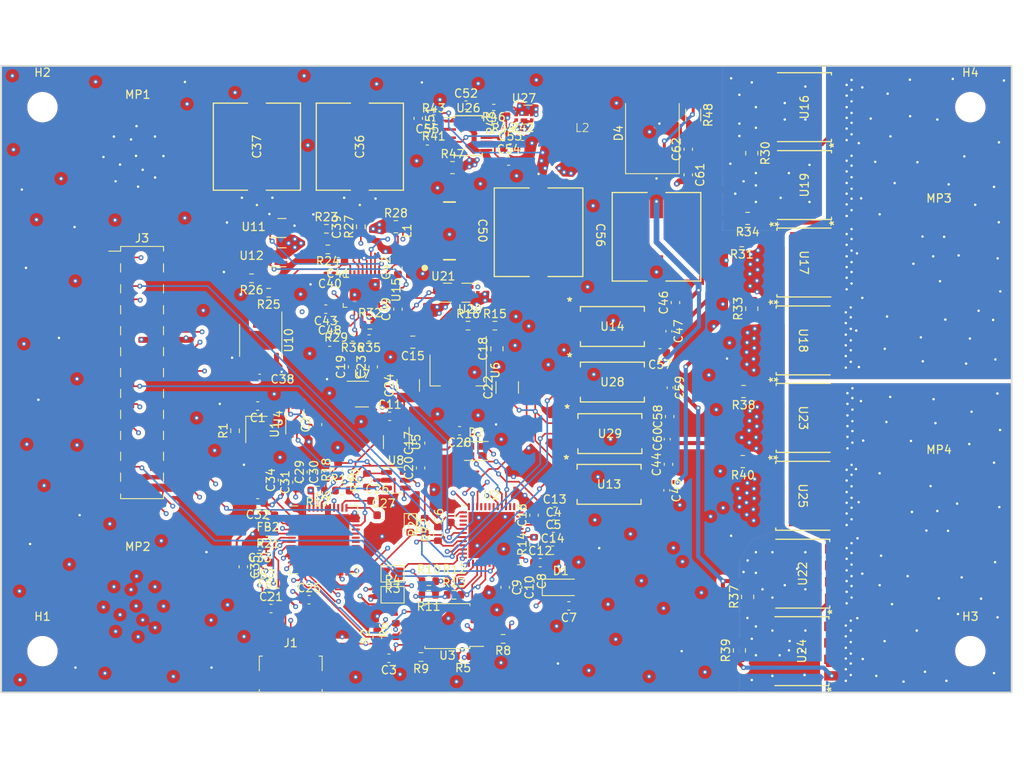
<source format=kicad_pcb>
(kicad_pcb (version 20240108) (generator "pcbnew") (generator_version "8.0")
  (layers (0 "F.Cu" signal) (1 "In1.Cu" signal) (2 "In2.Cu" signal) (3 "In3.Cu" signal) (4 "In4.Cu" signal) (5 "In5.Cu" signal) (6 "In6.Cu" signal) (31 "B.Cu" signal) (34 "B.Paste" user) (35 "F.Paste" user) (36 "B.SilkS" user "B.Silkscreen") (37 "F.SilkS" user "F.Silkscreen") (38 "B.Mask" user) (39 "F.Mask" user) (44 "Edge.Cuts" user))
  (net 0 "")
  (net 1 "+3V3")
  (net 2 "GND")
  (net 3 "+1V2")
  (net 4 "+2V5")
  (net 5 "+5V")
  (net 6 "/VCC_PLL")
  (net 7 "10.5V")
  (net 8 "Net-(U6-GND{slash}ADJ)")
  (net 9 "/V_USB")
  (net 10 "/FT_VCORE")
  (net 11 "Net-(U9-VCCA)")
  (net 12 "/V_PHY")
  (net 13 "/V_PLL")
  (net 14 "VCC")
  (net 15 "Net-(U10-SS)")
  (net 16 "INTVcc")
  (net 17 "Net-(U15-Vref)")
  (net 18 "SW1")
  (net 19 "Net-(U15-BST1)")
  (net 20 "SS")
  (net 21 "VGS_RL")
  (net 22 "ISO_10.5")
  (net 23 "GND2")
  (net 24 "VGS_FH")
  (net 25 "Net-(C48-Pad1)")
  (net 26 "SW2")
  (net 27 "Net-(U15-BST2)")
  (net 28 "Net-(U26-Vc)")
  (net 29 "Net-(C53-Pad2)")
  (net 30 "Net-(U26-SS)")
  (net 31 "Net-(U26-INTVcc)")
  (net 32 "VGS_RH")
  (net 33 "VGS_FL")
  (net 34 "/LED_B")
  (net 35 "/LED_G")
  (net 36 "/LED_R")
  (net 37 "/CDONE")
  (net 38 "Net-(D4-A)")
  (net 39 "/USB_P")
  (net 40 "/USB_M")
  (net 42 "/IOB_9B")
  (net 43 "/FPGA_SO")
  (net 44 "/FT_SCK")
  (net 45 "/IOB_4A")
  (net 46 "/IOB_0A")
  (net 47 "/FLASH_MISO")
  (net 48 "/IOT_38B")
  (net 49 "/IOT_41A")
  (net 50 "/FLASH_MOSI")
  (net 51 "/FPGA_SI")
  (net 52 "/IOT_43A")
  (net 53 "/IOB_2A")
  (net 54 "/IOT_36B")
  (net 55 "/FT_SSn")
  (net 56 "Net-(U15-LSN)")
  (net 57 "LOAD_POS")
  (net 58 "LOAD_NEG")
  (net 59 "Net-(U1-~{ST})")
  (net 60 "/IOB_16A")
  (net 61 "/IOB_20A")
  (net 62 "/IOB_23B")
  (net 63 "/CRESET_N")
  (net 64 "Net-(U3-IO2)")
  (net 65 "Net-(U3-IO3)")
  (net 66 "/EE_CS")
  (net 67 "/EE_CLK")
  (net 68 "Net-(U8-DO)")
  (net 69 "/EE_DAT")
  (net 70 "Net-(U9-REF)")
  (net 71 "Net-(U15-EN{slash}UVLO)")
  (net 72 "Net-(U10-ADJ)")
  (net 73 "_PGOOD")
  (net 74 "VC")
  (net 75 "Net-(U16-G)")
  (net 76 "Net-(U15-RT)")
  (net 77 "FB")
  (net 78 "Net-(U24-G)")
  (net 79 "Net-(U26-EN{slash}UVLO)")
  (net 80 "Net-(U26-TC)")
  (net 81 "Net-(U26-Rref)")
  (net 82 "Net-(U26-Rfb)")
  (net 83 "Net-(U26-Sense)")
  (net 84 "/CLK_12M_FT")
  (net 85 "/IOT_44B")
  (net 86 "/IOT_45A_G1")
  (net 87 "/IOT_48B")
  (net 88 "/IOB_3B_G6")
  (net 89 "/CRYSTAL-IOB_29B")
  (net 90 "/IOB_6A")
  (net 91 "/IOT_46B_G0")
  (net 92 "/IOB_25B_G3")
  (net 93 "/IOT_37A")
  (net 94 "/IOT_42B")
  (net 95 "/VGS:L_REV-IOB_24A")
  (net 96 "/VGS:H_REV-IOB_22A")
  (net 97 "/IOB_31B")
  (net 98 "/IOB_8A")
  (net 99 "/VGS:L_FOR-IOB_18A")
  (net 100 "/IOT_39A")
  (net 101 "/IOT_50B")
  (net 102 "/IOB_5B")
  (net 103 "/IOT_49A")
  (net 104 "/IOT_51A")
  (net 105 "/VGS:H_FOR-IOB_13B")
  (net 106 "CLK_12M_EXT")
  (net 123 "TG1")
  (net 124 "BG1")
  (net 128 "TG2")
  (net 129 "BG2")
  (net 132 "Net-(U26-Gate)")
  (net 133 "Net-(U15-VOUTEN)")
  (net 134 "/toInductor")
  (net 135 "Net-(U17-G)")
  (net 136 "Net-(U18-G)")
  (net 137 "Net-(U19-G)")
  (net 138 "Net-(U22-G)")
  (net 139 "Net-(U23-G)")
  (net 140 "Net-(U25-G)")
  (footprint "Capacitor_SMD:C_0603_1608Metric" (layer "F.Cu") (at 76.1 87.26125 -90)
    (property "Reference" "C9")
    (property "Value" "0.1u")
  )
  (footprint "New_Library:LFPAK88_SOT1235_NEX-M" (layer "F.Cu") (at 112.3254 47.849999 -90)
    (property "Reference" "U17")
    (property "Value" "PSMNR55-40SSH")
  )
  (footprint "New_Library:WE-TDC-8018" (layer "F.Cu") (at 85.45 32.01125)
    (property "Reference" "L2")
    (property "Value" "74489430010")
  )
  (footprint "Oscillator:Oscillator_SMD_SeikoEpson_SG210-4Pin_2.5x2.0mm" (layer "F.Cu") (at 45.95 68.11125 -90)
    (property "Reference" "U1")
    (property "Value" "SG-210STF 12.0000ML3")
  )
  (footprint "Capacitor_SMD:C_0603_1608Metric" (layer "F.Cu") (at 53.35 67.51125 90)
    (property "Reference" "C2")
    (property "Value" "0.1u")
  )
  (footprint "Resistor_SMD:R_0603_1608Metric" (layer "F.Cu") (at 59.35 74.26125 90)
    (property "Reference" "R20")
    (property "Value" "2.2K")
  )
  (footprint "Capacitor_SMD:C_0603_1608Metric" (layer "F.Cu") (at 63.1 53.51125 90)
    (property "Reference" "C49")
    (property "Value" "CL10B104KB8NNNC")
  )
  (footprint "Diode_SMD:D_SOD-123" (layer "F.Cu") (at 82.85 87.26125)
    (property "Reference" "D1")
    (property "Value" "1N4148WT-7")
  )
  (footprint "Resistor_SMD:R_0603_1608Metric" (layer "F.Cu") (at 65.9 95.71125 180)
    (property "Reference" "R9")
    (property "Value" "10K")
  )
  (footprint "Capacitor_SMD:C_0603_1608Metric" (layer "F.Cu") (at 66.664337 33.08625)
    (property "Reference" "C55")
    (property "Value" "4.7µ, 16v")
  )
  (footprint "Capacitor_SMD:C_0603_1608Metric" (layer "F.Cu") (at 65.85 72.78625 90)
    (property "Reference" "C20")
    (property "Value" "0.1u")
  )
  (footprint "Capacitor_SMD:C_0402_1005Metric" (layer "F.Cu") (at 96.1 63.04125 -90)
    (property "Reference" "C59")
    (property "Value" "C0402C202J3GACTU")
  )
  (footprint "New_Library:LFPAK88_SOT1235_NEX-M" (layer "F.Cu") (at 112.1843 85.600001 90)
    (property "Reference" "U22")
    (property "Value" "PSMNR55-40SSH")
  )
  (footprint "Capacitor_SMD:C_0603_1608Metric" (layer "F.Cu") (at 81.975 79.58875)
    (property "Reference" "C4")
    (property "Value" "0.1u")
  )
  (footprint "New_Library:RI_6_1_ADI-M" (layer "F.Cu") (at 89.1 62.35465)
    (property "Reference" "U28")
    (property "Value" "ADuM4120-1A")
  )
  (footprint "Capacitor_SMD:C_0603_1608Metric" (layer "F.Cu") (at 80.35 84.26125)
    (property "Reference" "C12")
    (property "Value" "0.1u")
  )
  (footprint "Inductor_SMD:L_0603_1608Metric" (layer "F.Cu") (at 47.35 78.51125 180)
    (property "Reference" "FB2")
    (property "Value" "BLM18HE152SN1D")
  )
  (footprint "Resistor_SMD:R_0805_2012Metric" (layer "F.Cu") (at 104.5 94.9125 90)
    (property "Reference" "R39")
    (property "Value" "RCS08052R00FKEA")
  )
  (footprint "Capacitor_SMD:C_0603_1608Metric" (layer "F.Cu") (at 63.1 48.51125 90)
    (property "Reference" "C42")
    (property "Value" "CL10B104KB8NNNC")
  )
  (footprint "Capacitor_SMD:C_0603_1608Metric" (layer "F.Cu") (at 55.85 47.76125 180)
    (property "Reference" "C41")
    (property "Value" "CL10A225KO8NNNC")
  )
  (footprint "Package_DFN_QFN:Diodes_UDFN2020-6_Type-F" (layer "F.Cu") (at 78.376837 29.91125)
    (property "Reference" "U27")
    (property "Value" "BUK9D23-40E")
  )
  (footprint "Package_TO_SOT_SMD:SOT-23-5" (layer "F.Cu") (at 62.9 69.64875 -90)
    (property "Reference" "U5")
    (property "Value" "AP2127K-3.3")
  )
  (footprint "New_Library:RI_6_1_ADI-M" (layer "F.Cu") (at 88.7 74.76125)
    (property "Reference" "U13")
    (property "Value" "ADuM4120-1A")
  )
  (footprint "Resistor_SMD:R_0402_1005Metric" (layer "F.Cu") (at 57.6 57.01125 180)
    (property "Reference" "R36")
    (property "Value" "10K")
  )
  (footprint "Resistor_SMD:R_0603_1608Metric" (layer "F.Cu") (at 69.95 86.51125)
    (property "Reference" "R12")
    (property "Value" "DNI")
  )
  (footprint "Capacitor_SMD:C_0402_1005Metric" (layer "F.Cu") (at 95.95 56.19125 -90)
    (property "Reference" "C47")
    (property "Value" "C0402C202J3GACTU")
  )
  (footprint "Resistor_SMD:R_0603_1608Metric" (layer "F.Cu") (at 43.35 68.26125 90)
    (property "Reference" "R1")
    (property "Value" "DNI")
  )
  (footprint "MountingHole:MountingHole_3.2mm_M3" (layer "F.Cu") (at 20 29)
    (property "Reference" "H2")
    (property "Value" "MountingHole")
  )
  (footprint "Resistor_SMD:R_0603_1608Metric" (layer "F.Cu") (at 53.35 75.51125 180)
    (property "Reference" "R17")
    (property "Value" "10K")
  )
  (footprint "Resistor_SMD:R_0402_1005Metric" (layer "F.Cu") (at 74.714337 29.03625 180)
    (property "Reference" "R46")
    (property "Value" "52.3k")
  )
  (footprint "Capacitor_SMD:C_0805_2012Metric" (layer "F.Cu") (at 75.1 58.31125 90)
    (property "Reference" "C18")
    (property "Value" "10u")
  )
  (footprint "Resistor_SMD:R_0603_1608Metric" (layer "F.Cu") (at 47.425 51.51125 180)
    (property "Reference" "R25")
    (property "Value" "17.4k")
  )
  (footprint "Resistor_SMD:R_0805_2012Metric" (layer "F.Cu") (at 104.7875 45.2 180)
    (property "Reference" "R31")
    (property "Value" "RCS08052R00FKEA")
  )
  (footprint "Resistor_SMD:R_0805_2012Metric" (layer "F.Cu") (at 105 63.5 180)
    (property "Reference" "R38")
    (property "Value" "RCS08052R00FKEA")
  )
  (footprint "Capacitor_SMD:C_0603_1608Metric" (layer "F.Cu") (at 98.3 37.21125 -90)
    (property "Reference" "C61")
    (property "Value" "UMK107AB7105KA-T")
  )
  (footprint "MountingHole:MountingHole_3.2mm_M3" (layer "F.Cu") (at 132.5 95)
    (property "Reference" "H3")
    (property "Value" "MountingHole")
  )
  (footprint "Resistor_SMD:R_0603_1608Metric" (layer "F.Cu") (at 62.85 92.43625 90)
    (property "Reference" "R6")
    (property "Value" "10K")
  )
  (footprint "Resistor_SMD:R_0805_2012Metric" (layer "F.Cu") (at 106 53.45 90)
    (property "Reference" "R33")
    (property "Value" "RCS08052R00FKEA")
  )
  (footprint "Capacitor_SMD:C_0603_1608Metric" (layer "F.Cu") (at 71.35 28.76125)
    (property "Reference" "C52")
    (property "Value" "UMK107AB7105KA-T")
  )
  (footprint "Capacitor_SMD:C_0603_1608Metric" (layer "F.Cu") (at 81.95 81.09875)
    (property "Reference" "C5")
    (property "Value" "4.7u")
  )
  (footprint "Capacitor_SMD:C_0603_1608Metric" (layer "F.Cu") (at 65.85 69.76125 90)
    (property "Reference" "C17")
    (property "Value" "4.7u")
  )
  (footprint "Capacitor_SMD:C_0603_1608Metric" (layer "F.Cu") (at 61.35 78.51125)
    (property "Reference" "C27")
    (property "Value" "0.1u")
  )
  (footprint "Capacitor_SMD:C_0603_1608Metric" (layer "F.Cu") (at 60.6 76.76125)
    (property "Reference" "C26")
    (property "Value" "0.1u")
  )
  (footprint "Resistor_SMD:R_0603_1608Metric" (layer "F.Cu") (at 60.6 93.26125 90)
    (property "Reference" "R2")
    (property "Value" "DNI")
  )
  (footprint "Capacitor_SMD:C_0603_1608Metric" (layer "F.Cu") (at 76.514337 35.53625)
    (property "Reference" "C54")
    (property "Value" "10n, 16v")
  )
  (footprint "Package_DFN_QFN:QFN-48-1EP_7x7mm_P0.5mm_EP5.6x5.6mm" (layer "F.Cu") (at 74.45 80.91125)
    (property "Reference" "U2")
    (property "Value" "ICE40UP5K-SG48ITR")
  )
  (footprint "Package_SO:SOIC-8_5.23x5.23mm_P1.27mm" (layer "F.Cu") (at 69.1 91.96125 180)
    (property "Reference" "U3")
    (property "Value" "W25Q32JVSS")
  )
  (footprint "Capacitor_SMD:C_0805_2012Metric" (layer "F.Cu") (at 64.9 57.51125 180)
    (property "Reference" "C15")
    (property "Value" "10u, 16v+")
  )
  (footprint "Capacitor_SMD:C_0603_1608Metric" (layer "F.Cu") (at 65.564337 30.36125 -90)
    (property "Reference" "C51")
    (property "Value" "UMK107AB7105KA-T")
  )
  (footprint "New_Library:LFPAK88_SOT1235_NEX-M" (layer "F.Cu") (at 112.3843 29 90)
    (property "Reference" "U16")
    (property "Value" "PSMNR55-40SSH")
  )
  (footprint "Resistor_SMD:R_0603_1608Metric" (layer "F.Cu") (at 71.6 55.51125)
    (property "Reference" "R16")
    (property "Value" "121r")
  )
  (footprint "Capacitor_SMD:C_0402_1005Metric" (layer "F.Cu") (at 46.33 61.76125)
    (property "Reference" "C38")
    (property "Value" "EMK105ABJ474KV-F")
  )
  (footprint "Capacitor_SMD:C_0603_1608Metric" (layer "F.Cu") (at 70.575 68.26125 180)
    (property "Reference" "C28")
    (property "Value" "4.7u")
  )
  (footprint "New_Library:LFPAK88_SOT1235_NEX-M" (layer "F.Cu") (at 112.3911 38.449999 90)
    (property "Reference" "U19")
    (property "Value" "PSMNR55-40SSH")
  )
  (footprint "Capacitor_SMD:C_0603_1608Metric" (layer "F.Cu") (at 98.3 34.11125 90)
    (property "Reference" "C62")
    (property "Value" "UMK107AB7105KA-T")
  )
  (footprint "Jumper:SolderJumper-2_P1.3mm_Open_TrianglePad1.0x1.5mm" (layer "F.Cu") (at 62.45 88.16125)
    (property "Reference" "R4")
    (property "Value" "OPEN")
  )
  (footprint "Capacitor_SMD:C_0603_1608Metric" (layer "F.Cu") (at 46.1 65.26125 180)
    (property "Reference" "C1")
    (property "Value" "0.1u")
  )
  (footprint "Capacitor_SMD:C_0603_1608Metric" (layer "F.Cu") (at 54.825 57.51125)
    (property "Reference" "C48")
    (property "Value" "CL10A225KO8NNNC")
  )
  (footprint "Resistor_SMD:R_0402_1005Metric" (layer "F.Cu") (at 67.439337 31.36125 180)
    (property "Reference" "R41")
    (property "Value" "15.4K")
  )
  (footprint "Capacitor_SMD:C_0603_1608Metric" (layer "F.Cu") (at 52.325 88.76125)
    (property "Reference" "C25")
    (property "Value" "4.7u")
  )
  (footprint "Resistor_SMD:R_0402_1005Metric" (layer "F.Cu") (at 78.199337 32.66125)
    (property "Reference" "R42")
    (property "Value" "10K")
  )
  (footprint "Capacitor_SMD:C_0402_1005Metric" (layer "F.Cu") (at 54.85 49.26125 180)
    (property "Reference" "C40")
    (property "Value" "EMK105ABJ474KV-F")
  )
  (footprint "Resistor_SMD:R_0603_1608Metric" (layer "F.Cu") (at 55.85 73 90)
    (property "Reference" "R18")
    (property "Value" "10K")
  )
  (footprint "Capacitor_SMD:C_0603_1608Metric" (layer "F.Cu") (at 94.875 58.81125 180)
    (property "Reference" "C57")
    (property "Value" "UMK107AB7105KA-T")
  )
  (footprint "Resistor_SMD:R_0805_2012Metric" (layer "F.Cu") (at 104.9125 72 180)
    (property "Reference" "R40")
    (property "Value" "RCS08052R00FKEA")
  )
  (footprint "Package_SO:SOIC-8-1EP_3.9x4.9mm_P1.27mm_EP2.29x3mm" (layer "F.Cu") (at 46.465 57.28625 -90)
    (property "Reference" "U10")
    (property "Value" "ADP7142ARDZ-R7")
  )
  (footprint "New_Library:7466205R" (layer "F.Cu") (at 128.5 78)
    (property "Reference" "MP4")
    (property "Value" "7466205R")
  )
  (footprint "New_Library:7466205R" (layer "F.Cu") (at 128.5 47.5)
    (property "Reference" "MP3")
    (property "Value" "7466205R")
  )
  (footprint "New_Library:RI_6_1_ADI-M" (layer "F.Cu") (at 89.1 55.61125)
    (property "Reference" "U14")
    (property "Value" "ADuM4120-1A")
  )
  (footprint "Capacitor_SMD:C_0603_1608Metric" (layer "F.Cu") (at 62.1 66.51125)
    (property "Reference" "C11")
    (property "Value" "4.7u")
  )
  (footprint "Resistor_SMD:R_0603_1608Metric" (layer "F.Cu") (at 56.35 75.51125)
    (property "Reference" "R19")
    (property "Value" "10K")
  )
  (footprint "Capacitor_SMD:C_0603_1608Metric" (layer "F.Cu") (at 79.6 78.51125 90)
    (property "Reference" "C16")
    (property "Value" "4.7u")
  )
  (footprint "Resistor_SMD:R_0603_1608Metric" (layer "F.Cu") (at 69.9 88.16125)
    (property "Reference" "R13")
    (property "Value" "DNI")
  )
  (footprint "Resistor_SMD:R_0402_1005Metric" (layer "F.Cu") (at 67.439337 30.31125)
    (property "Reference" "R43")
    (property "Value" "56k")
  )
  (footprint "Package_TO_SOT_SMD:SOT-23-5" (layer "F.Cu") (at 58.7375 63.81125)
    (property "Reference" "U7")
    (property "Value" "AP2127K-1.2")
  )
  (footprint "Resistor_SMD:R_0805_2012Metric" (layer "F.Cu") (at 106 34.5875 -90)
    (property "Reference" "R30")
    (property "Value" "RCS08052R00FKEA")
  )
  (footprint "Capacitor_SMD:C_0603_1608Metric" (layer "F.Cu") (at 82.1 78.01125)
    (property "Reference" "C13")
    (property "Value" "0.1u")
  )
  (footprint "Capacitor_SMD:C_0603_1608Metric" (layer "F.Cu") (at 96.75 52.71125 90)
    (property "Reference" "C46")
    (property "Value" "UMK107AB7105KA-T")
  )
  (footprint "Package_TO_SOT_SMD:SOT-223-3_TabPin2" (layer "F.Cu") (at 70.4 60.91125 -90)
    (property "Reference" "U6")
    (property "Value" "LT1117CST#TRPBF")
  )
  (footprint "New_Library:PCR1H181MCL1GS" (layer "F.Cu") (at 46 33.79615 90)
    (property "Reference" "C37")
    (property "Value" "PCR1H181MCL1GS")
  )
  (footprint "Connector_USB:USB_Micro-B_Molex_47346-0001" (layer "F.Cu") (at 50.1 97.31125)
    (property "Reference" "J1")
    (property "Value" "47346-0001")
  )
  (footprint "Capacitor_SMD:C_0603_1608Metric" (layer "F.Cu") (at 81.85 82.76125)
    (property "Reference" "C14")
    (property "Value" "4.7u")
  )
  (footprint "Package_DFN_QFN:QFN-28-1EP_4x5mm_P0.5mm_EP2.65x3.65mm" (layer "F.Cu") (at 59.07 51.17125 -90)
    (property "Reference" "U15")
    (property "Value" "LT8253AJUFDM#PBF")
  )
  (footprint "Inductor_SMD:L_0603_1608Metric" (layer "F.Cu") (at 47.4625 88.33625)
    (property "Reference" "FB1")
    (property "Value" "BLM18HE152SN1D")
  )
  (footprint "Capacitor_SMD:C_0402_1005Metric" (layer "F.Cu") (at 95.75 69.28125 90)
    (property "Reference" "C60")
    (property "Value" "C0402C202J3GACTU")
  )
  (footprint "Capacitor_SMD:C_0603_1608Metric" (layer "F.Cu") (at 44.35 84.76125 -90)
    (property "Reference" "C35")
    (property "Value" "4.7u")
  )
  (footprint "Resistor_SMD:R_0603_1608Metric" (layer "F.Cu") (at 67.95 80.77375 90)
    (property "Reference" "R7")
    (property "Value" "10K")
  )
  (footprint "Capacitor_SMD:C_0603_1608Metric" (layer "F.Cu") (at 79.1 86.51125 -90)
    (property "Reference" "C8")
    (property "Value" "4.7u")
  )
  (footprint "Capacitor_SMD:C_0603_1608Metric" (layer "F.Cu") (at 83.825 89.51125 180)
    (property "Reference" "C7")
    (property "Value" "0.1u")
  )
  (footprint "New_Library:LFPAK88_SOT1235_NEX-M" (layer "F.Cu") (at 112.1843 76.150001 -90)
    (property "Reference" "U25")
    (property "Value" "PSMNR55-40SSH")
  )
  (footprint "Resistor_SMD:R_0603_1608Metric" (layer "F.Cu") (at 79.6 82.01125 90)
    (property "Reference" "R14")
    (property "Value" "100")
  )
  (footprint "Capacitor_SMD:C_1210_3225Metric" (layer "F.Cu") (at 64.35 62.76125 90)
    (property "Reference" "C24")
    (property "Value" "CL32A157MQVNNNE")
  )
  (footprint "Resistor_SMD:R_0805_2012Metric" (layer "F.Cu") (at 105.5 42.5 180)
    (property "Reference" "R34")
    (property "Value" "RCS08052R00FKEA")
  )
  (footprint "Capacitor_SMD:C_0603_1608Metric" (layer "F.Cu") (at 54.35 53.51125 180)
    (property "Reference" "C43")
    (property "Value" "GRM155R71C103KA01D")
  )
  (footprint "Package_TO_SOT_SMD:SOT-23-6" (layer "F.Cu") (at 62.85 74.26125)
    (property "Reference" "U8")
    (property "Value" "93LC56BT-I/OT")
  )
  (footprint "Resistor_SMD:R_1206_3216Metric" (layer "F.Cu") (at 98.9 29.96125 -90)
    (property "Reference" "R48")
    (property "Value" "HRG3216P-3000-B-T1")
  )
  (footprint "Capacitor_SMD:C_0402_1005Metric" (layer "F.Cu") (at 95.7 75.49125 -90)
    (property "Reference" "C45")
    (property "Value" "C0402C202J3GACTU")
  )
  (footprint "Resistor_SMD:R_0603_1608Metric" (layer "F.Cu") (at 66.35 79.68625 90)
    (property "Reference" "R22")
    (property "Value" "2.2K")
  )
  (footprint "Resistor_SMD:R_0603_1608Metric" (layer "F.Cu") (at 75.85 93.51125 180)
    (property "Reference" "R8")
    (property "Value" "10K")
  )
  (footprint "Resistor_SMD:R_0402_1005Metric" (layer "F.Cu") (at 75.564337 30.93625 90)
    (property "Reference" "R45")
    (property "Value" "6.04K")
  )
  (footprint "MountingHole:MountingHole_3.2mm_M3" (layer "F.Cu") (at 132.5 29)
    (property "Reference" "H4")
    (property "Value" "MountingHole")
  )
  (footprint "Resistor_SMD:R_0402_1005Metric" (layer "F.Cu") (at 59.6 57.01125 180)
    (property "Reference" "R35")
    (property "Value" "95.3k")
  )
  (footprint "Capacitor_SMD:C_0603_1608Metric" (layer "F.Cu") (at 57.1 43.53625 90)
    (property "Reference" "C39")
    (property "Value" "CL10A475KO8NNNC")
  )
  (footprint "Capacitor_SMD:C_0603_1608Metric" (layer "F.Cu") (at 69.5 78.61125 90)
    (property "Reference" "C6")
    (property "Value" "0.1u")
  )
  (footprint "Diode_SMD:D_SMC" (layer "F.Cu") (at 93.95 32.16125 90)
    (property "Reference" "D4")
    (property "Value" "30BQ060")
  )
  (footprint "Package_SO:VSSOP-8_2.3x2mm_P0.5mm" (layer "F.Cu") (at 50.6 66.76125 90)
    (property "Reference" "U4")
    (property "Value" "SN74AUP2G125DCUR")
  )
  (footprint "Capacitor_SMD:C_1210_3225Metric" (layer "F.Cu") (at 76.35 63.01125 90)
    (property "Reference" "C22")
    (property "Value" "CL32A157MQVNNNE")
  )
  (footprint "Package_DFN_QFN:Diodes_UDFN2020-6_Type-F" (layer "F.Cu") (at 71.85 51.51125 180)
    (property "Reference" "U20")
    (property "Value" "BUK9D23-40E")
  )
  (footprint "Resistor_SMD:R_0603_1608Metric" (layer "F.Cu") (at 54.425 43.76125)
    (property "Reference" "R23")
    (property "Value" "383K")
  )
  (footprint "Package_DFN_QFN:QFN-48-1EP_8x8mm_P0.5mm_EP6.2x6.2mm" (layer "F.Cu") (at 54.11 81.49125)
    (property "Reference" "U9")
    (property "Value" "FT232H")
  )
  (footprint "MountingHole:MountingHole_3.2mm_M3" (layer "F.Cu") (at 20 95)
    (property "Reference" "H1")
    (property "Value" "MountingHole")
  )
  (footprint "Jumper:SolderJumper-2_P1.3mm_Open_TrianglePad1.0x1.5mm" (layer "F.Cu") (at 62.45 85.61125 180)
    (property "Reference" "R3")
    (property "Value" "OPEN")
  )
  (footprint "Resistor_SMD:R_0603_1608Metric" (layer "F.Cu") (at 45.35 49.76125 180)
    (property "Reference" "R26")
    (property "Value" "10K")
  )
  (footprint "Package_DFN_QFN:Diodes_UDFN2020-6_Type-F" (layer "F.Cu") (at 68.6 51.51125)
    (property "Reference" "U21")
    (property "Value" "BUK9D23-40E")
  )
  (footprint "Resistor_SMD:R_0402_1005Metric" (layer "F.Cu") (at 75.899337 32.71125)
    (property "Reference" "R44")
    (property "Value" "56.2K")
  )
  (footprint "Resistor_SMD:R_0603_1608Metric" (layer "F.Cu") (at 59.7 55.4)
    (property "Reference" "R32")
    (property "Value" "100k")
  )
  (footprint "New_Library:LFPAK88_SOT1235_NEX-M" (layer "F.Cu") (at 112.0843 95.000001 90)
    (property "Reference" "U24")
    (property "Value" "PSMNR55-40SSH")
  )
  (footprint "Capacitor_SMD:C_0603_1608Metric" (layer "F.Cu") (at 96.05 66.53625 90)
    (property "Reference" "C58")
    (property "Value" "UMK107AB7105KA-T")
  )
  (footprint "Resistor_SMD:R_0603_1608Metric" (layer "F.Cu") (at 55.6 55.51125 180)
    (property "Reference" "R29")
    (property "Value" "30K")
  )
  (footprint "Capacitor_SMD:C_0603_1608Metric" (layer "F.Cu") (at 46.35 82.26125 180)
    (property "Reference" "C33")
    (property "Value" "0.1u")
  )
  (footprint "New_Library:WE-TPC_6823" (layer "F.Cu") (at 69.35 44.01125 90)
    (property "Reference" "L1")
    (property "Value" "7440620015")
  )
  (footprint "Resistor_SMD:R_0603_1608Metric" (layer "F.Cu") (at 74.85 55.51125)
    (property "Reference" "R15")
    (property "Value" "365r")
  )
  (footprint "Resistor_SMD:R_0805_2012Metric" (layer "F.Cu") (at 62.85 43.51125)
    (property "Reference" "R28")
    (property "Value" "CRF0805-FZ-R005ELF")
  )
  (footprint "Capacitor_SMD:C_0603_1608Metric" (layer "F.Cu") (at 46.1 77.01125 180)
    (property "Reference" "C32")
    (property "Value" "0.1u")
  )
  (footprint "New_Library:7466205R" (layer "F.Cu") (at 31.35 89.76125)
    (property "Reference" "MP2")
    (property "Value" "7466205R")
  )
  (footprint "New_Library:LFPAK88_SOT1235_NEX-M" (layer "F.Cu") (at 112.2343 57.3 -90)
    (property "Reference" "U18")
    (property "Value" "PSMNR55-40SSH")
  )
  (footprint "Capacitor_SMD:C_0603_1608Metric" (layer "F.Cu") (at 76.714337 33.96125)
    (property "Reference" "C53")
    (property "Value" "4.7n, 16v")
  )
  (footprint "New_Library:APXG250ARA221MJA0G" (layer "F.Cu") (at 94.45 44.72635 -90)
    (property "Reference" "C56")
    (property "Value" "APXG250ARA221MJA0G")
  )
  (footprint "Capacitor_SMD:C_0603_1608Metric" (layer "F.Cu") (at 54.35 73.26125 90)
    (property "Reference" "C30")
    (property "Value" "0.1u")
  )
  (footprint "New_Library:LFPAK88_SOT1235_NEX-M" (layer "F.Cu") (at 112.2343 66.7 -90)
    (property "Reference" "U23")
    (property "Value" "PSMNR55-40SSH")
  )
  (footprint "New_Library:PCR1H181MCL1GS" (layer "F.Cu") (at 58.4808 33.79615 90)
    (property "Reference" "C36")
    (property "Value" "PCR1H181MCL1GS")
  )
  (footprint "Capacitor_SMD:C_0603_1608Metric" (layer "F.Cu") (at 50.85 74.51125 90)
    (property "Reference" "C31")
    (property "Value" "0.1u")
  )
  (footprint "Resistor_SMD:R_0603_1608Metric" (layer "F.Cu") (at 66.825 88.16125 180)
    (property "Reference" "R11")
    (property "Value" "DNI")
  )
  (footprint "New_Library:RI_6_1_ADI-M" (layer "F.Cu") (at 88.8 68.61125)
    (property "Reference" "U29")
    (property "Value" "ADuM4120-1A")
  )
  (footprint "Package_SO:MSOP-12-16_3x4mm_P0.5mm" (layer "F.Cu") (at 71.639337 32.46125)
    (property "Reference" "U26")
    (property "Value" "LT3748")
  )
  (footprint "New_Library:7466205R" (layer "F.Cu") (at 31.35 34.91125)
    (property "Reference" "MP1")
    (property "Value" "7466205R")
  )
  (footprint "Capacitor_SMD:C_0603_1608Metric" (layer "F.Cu") (at 77.6 87.26125 -90)
    (property "Reference" "C10")
    (property "Value" "4.7u")
  )
  (footprint "Connector_PinHeader_2.54mm:PinHeader_2x12_P2.54mm_Vertical_SMD" (layer "F.Cu") (at 32.075 61.20125)
    (property "Reference" "J3")
    (property "Value" "NPPC122KFMS-RC")
  )
  (footprint "Capacitor_SMD:C_0603_1608Metric" (layer "F.Cu") (at 47.7125 89.83625)
    (property "Reference" "C21")
    (property "Value" "0.1u")
  )
  (footprint "Package_DFN_QFN:Diodes_UDFN2020-6_Type-F" (layer "F.Cu") (at 48.5375 43.66125)
    (property "Reference" "U11")
    (property "Value" "BUK9D23-40E")
  )
  (footprint "Capacitor_SMD:C_0603_1608Metric" (layer "F.Cu") (at 49.1 74.23625 90)
    (property "Reference" "C34")
    (property "Value" "4.7u")
  )
  (footprint "Capacitor_SMD:C_0603_1608Metric" (layer "F.Cu") (at 95.9 72.33625 90)
    (property "Reference" "C44")
    (property "Value" "UMK107AB7105KA-T")
  )
  (footprint "Capacitor_SMD:C_0603_1608Metric" (layer "F.Cu") (at 62 95.86125 180)
    (property "Reference" "C3")
    (property "Value" "0.1u")
  )
  (footprint "Capacitor_SMD:C_0603_1608Metric" (layer "F.Cu") (at 60.1 60.51125 90)
    (property "Reference" "C23")
    (property "Value" "4.7u")
  )
  (footprint "Resistor_SMD:R_0805_2012Metric" (layer "F.Cu") (at 105.5 88.4125 90)
    (property "Reference" "R37")
    (property "Value" "RCS08052R00FKEA")
  )
  (footprint "Resistor_SMD:R_0603_1608Metric" (layer "F.Cu") (at 47.35 80.51125 180)
    (property "Reference" "R21")
    (property "Value" "12K")
  )
  (footprint "LED_SMD:LED_0603_1608Metric" (layer "F.Cu") (at 64.6 79.79875 -90)
    (property "Reference" "D3")
    (property "Value" "LTST-C191KGKT")
  )
  (footprint "Capacitor_SMD:C_0603_1608Metric" (layer "F.Cu") (at 57.6 60.51125 90)
    (property "Reference" "C19")
    (property "Value" "4.7u")
  )
  (footprint "Inductor_SMD:L_0603_1608Metric" (layer "F.Cu") (at 46.85 84.26125 180)
    (property "Reference" "FB3")
    (property "Value" "BLM18HE152SN1D")
  )
  (footprint "Resistor_SMD:R_0805_2012Metric" (layer "F.Cu") (at 69.714337 36.33625)
    (property "Reference" "R47")
    (property "Value" "CRF0805-FZ-R005ELF")
  )
  (footprint "Resistor_SMD:R_0603_1608Metric" (layer "F.Cu") (at 58.6 43.51125 90)
    (property "Reference" "R27")
    (property "Value" "100K")
  )
  (footprint "Capacitor_SMD:C_0603_1608Metric" (layer "F.Cu") (at 52.6 73.26125 90)
    (property "Reference" "C29")
    (property "Value" "0.1u")
  )
  (footprint "Resistor_SMD:R_0603_1608Metric" (layer "F.Cu") (at 71 95.61125 180)
    (property "Reference" "R5")
    (property "Value" "10K")
  )
  (footprint "Resistor_SMD:R_0603_1608Metric" (layer "F.Cu") (at 54.6 46.26125 180)
    (property "Reference" "R24")
    (property "Value" "165k")
  )
  (footprint "New_Library:APXG250ARA221MJA0G" (layer "F.Cu") (at 80.15 44.17635 -90)
    (property "Reference" "C50")
    (property "Value" "APXG250ARA221MJA0G")
  )
  (footprint "Package_DFN_QFN:Diodes_UDFN2020-6_Type-F" (layer "F.Cu") (at 48.5375 47.21125)
    (property "Reference" "U12")
    (property "Value" "BUK9D23-40E")
  )
  (footprint "Resistor_SMD:R_0603_1608Metric" (layer "F.Cu") (at 66.85 86.51125)
    (property "Reference" "R10")
    (property "Value" "DNI")
  )
  (footprint "LED_SMD:LED_Cree-PLCC4_2x2mm_CW" (layer "F.Cu") (at 72.6 70.71125)
    (property "Reference" "D2")
    (property "Value" "CLMVC-FKA-CLBDGL7LBB79353")
  )
  (gr_rect (start 15 24) (end 137.5 100) (stroke (width 0.2)) (fill none) (layer "Edge.Cuts"))
  (segment (start 69.076304 78.58625) (end 67.95 79.712554) (width 0.2) (layer "F.Cu") (net 1))
  (segment (start 81.325 78.01125) (end 81.325 79.46375) (width 0.2) (layer "F.Cu") (net 1))
  (segment (start 52.36 77.61625) (end 52.36 76.79625) (width 0.2) (layer "F.Cu") (net 1))
  (segment (start 52.575 67.51125) (end 52.35 67.51125) (width 0.2) (layer "F.Cu") (net 1))
  (segment (start 65.85 73.56125) (end 64.2375 73.56125) (width 0.2) (layer "F.Cu") (net 1))
  (segment (start 66.8625 78.86125) (end 67.95 79.94875) (width 0.25) (layer "F.Cu") (net 1))
  (segment (start 64.8 94.240662) (end 64.8 94.4) (width 0.2) (layer "F.Cu") (net 1))
  (segment (start 52.36 76.79625) (end 50.85 75.28625) (width 0.2) (layer "F.Cu") (net 1))
  (segment (start 57.18625 72.175) (end 57.35 72.01125) (width 0.2) (layer "F.Cu") (net 1))
  (segment (start 58.1 85.26125) (end 57.954386 85.26125) (width 0.2) (layer "F.Cu") (net 1))
  (segment (start 83.5 88.26125) (end 84.5 87.26125) (width 0.2) (layer "F.Cu") (net 1))
  (segment (start 76.1 86.48625) (end 77.6 86.48625) (width 0.2) (layer "F.Cu") (net 1))
  (segment (start 50.235 84.24125) (end 50.235 84.37625) (width 0.2) (layer "F.Cu") (net 1))
  (segment (start 81.2 81.07375) (end 81.175 81.09875) (width 0.2) (layer "F.Cu") (net 1))
  (segment (start 59.070614 78.21625) (end 59.1 78.21625) (width 0.2) (layer "F.Cu") (net 1))
  (segment (start 55.85 72.175) (end 57.18625 72.175) (width 0.2) (layer "F.Cu") (net 1))
  (segment (start 62.775 95.86125) (end 62.775 94.33625) (width 0.2) (layer "F.Cu") (net 1))
  (segment (start 69.075 70.53625) (end 65.85 70.53625) (width 0.25) (layer "F.Cu") (net 1))
  (segment (start 54.35 75.33625) (end 54.175 75.51125) (width 0.2) (layer "F.Cu") (net 1))
  (segment (start 59.85 72.51125) (end 58.85 72.51125) (width 0.2) (layer "F.Cu") (net 1))
  (segment (start 50.85 75.28625) (end 51.35 75.28625) (width 0.2) (layer "F.Cu") (net 1))
  (segment (start 70.9 94.88625) (end 70.175 95.61125) (width 0.2) (layer "F.Cu") (net 1))
  (segment (start 55.85 72.175) (end 55.85 72.53625) (width 0.2) (layer "F.Cu") (net 1))
  (segment (start 81.2 79.58875) (end 81.1275 79.66125) (width 0.2) (layer "F.Cu") (net 1))
  (segment (start 47.1 85.26125) (end 47.0625 85.26125) (width 0.2) (layer "F.Cu") (net 1))
  (segment (start 59.1 79.22125) (end 59.1 78.21625) (width 0.2) (layer "F.Cu") (net 1))
  (segment (start 45.5625 84.76125) (end 46.0625 84.26125) (width 0.25) (layer "F.Cu") (net 1))
  (segment (start 51.35 75.28625) (end 52.6 74.03625) (width 0.2) (layer "F.Cu") (net 1))
  (segment (start 80.1 87.062554) (end 80.1 87.81125) (width 0.2) (layer "F.Cu") (net 1))
  (segment (start 57.85 74.83625) (end 57.175 75.51125) (width 0.2) (layer "F.Cu") (net 1))
  (segment (start 84.6 89.51125) (end 84.6 87.36125) (width 0.2) (layer "F.Cu") (net 1))
  (segment (start 65.125588 94.240662) (end 65.5 93.86625) (width 0.2) (layer "F.Cu") (net 1))
  (segment (start 64.8 94.4) (end 65.075 94.675) (width 0.2) (layer "F.Cu") (net 1))
  (segment (start 71.78875 68.7) (end 71.35 68.26125) (width 0.2) (layer "F.Cu") (net 1))
  (segment (start 43.55 84.445302) (end 43.865948 84.76125) (width 0.25) (layer "F.Cu") (net 1))
  (segment (start 81.325 78.01125) (end 77.752829 74.439079) (width 0.2) (layer "F.Cu") (net 1))
  (segment (start 77.6 86.48625) (end 79.523696 86.48625) (width 0.2) (layer "F.Cu") (net 1))
  (segment (start 62.85 92.327723) (end 62.816473 92.36125) (width 0.25) (layer "F.Cu") (net 1))
  (segment (start 67.95 79.712554) (end 67.95 79.94875) (width 0.2) (layer "F.Cu") (net 1))
  (segment (start 46.875 65.26125) (end 49.8 65.26125) (width 0.2) (layer "F.Cu") (net 1))
  (segment (start 52.35 67.51125) (end 52.1 67.26125) (width 0.2) (layer "F.Cu") (net 1))
  (segment (start 76.239079 74.439079) (end 75.3 73.5) (width 0.2) (layer "F.Cu") (net 1))
  (segment (start 76.2 84.34875) (end 76.2 86.38625) (width 0.2) (layer "F.Cu") (net 1))
  (segment (start 63.9875 73.31125) (end 63.1875 72.51125) (width 0.2) (layer "F.Cu") (net 1))
  (segment (start 80.55 88.81125) (end 79.85 89.51125) (width 0.2) (layer "F.Cu") (net 1))
  (segment (start 65.075 94.675) (end 65.075 95.71125) (width 0.2) (layer "F.Cu") (net 1))
  (segment (start 84.6 87.36125) (end 84.5 87.26125) (width 0.2) (layer "F.Cu") (net 1))
  (segment (start 53.35 69.93625) (end 55.58875 72.175) (width 0.2) (layer "F.Cu") (net 1))
  (segment (start 46.875 65.26125) (end 46.875 66.98625) (width 0.2) (layer "F.Cu") (net 1))
  (segment (start 52.6 74.03625) (end 54.35 74.03625) (width 0.2) (layer "F.Cu") (net 1))
  (segment (start 70.95 78.09875) (end 71.0125 78.16125) (width 0.2) (layer "F.Cu") (net 1))
  (segment (start 83.375 86.13625) (end 83.375 82.287554) (width 0.2) (layer "F.Cu") (net 1))
  (segment (start 53.35 68.28625) (end 52.575 67.51125) (width 0.2) (layer "F.Cu") (net 1))
  (segment (start 63.1 72.51125) (end 59.85 72.51125) (width 0.2) (layer "F.Cu") (net 1))
  (segment (start 70.560614 78.16125) (end 70.135614 78.58625) (width 0.2) (layer "F.Cu") (net 1))
  (segment (start 64.2375 73.56125) (end 63.9875 73.31125) (width 0.2) (layer "F.Cu") (net 1))
  (segment (start 58.1 76.16125) (end 57.825 76.16125) (width 0.2) (layer "F.Cu") (net 1))
  (segment (start 83.375 82.287554) (end 82.961196 81.87375) (width 0.2) (layer "F.Cu") (net 1))
  (segment (start 71.85 70.16125) (end 71.85 68.76125) (width 0.25) (layer "F.Cu") (net 1))
  (segment (start 66.35 74.45) (end 66.35 78.86125) (width 0.2) (layer "F.Cu") (net 1))
  (segment (start 62.775 94.33625) (end 62.872794 94.238456) (width 0.2) (layer "F.Cu") (net 1))
  (segment (start 50.7 75.43625) (end 50.85 75.28625) (width 0.2) (layer "F.Cu") (net 1))
  (segment (start 49.6 85.01125) (end 50.235 84.37625) (width 0.2) (layer "F.Cu") (net 1))
  (segment (start 65.85 73.95) (end 66.35 74.45) (width 0.2) (layer "F.Cu") (net 1))
  (segment (start 50.1 66.26125) (end 49.85 66.01125) (width 0.2) (layer "F.Cu") (net 1))
  (segment (start 43.55 81.52375) (end 43.55 84.445302) (width 0.25) (layer "F.Cu") (net 1))
  (segment (start 79.523696 86.48625) (end 80.1 87.062554) (width 0.2) (layer "F.Cu") (net 1))
  (segment (start 81.95 81.87375) (end 81.175 81.09875) (width 0.2) (layer "F.Cu") (net 1))
  (segment (start 76.2 86.38625) (end 76.1 86.48625) (width 0.2) (layer "F.Cu") (net 1))
  (segment (start 65.85 73.56125) (end 65.85 73.95) (width 0.2) (layer "F.Cu") (net 1))
  (segment (start 62.85 91.61125) (end 62.85 92.327723) (width 0.25) (layer "F.Cu") (net 1))
  (segment (start 81.325 79.46375) (end 81.2 79.58875) (width 0.2) (layer "F.Cu") (net 1))
  (segment (start 57.825 76.16125) (end 57.175 75.51125) (width 0.2) (layer "F.Cu") (net 1))
  (segment (start 63.1875 72.51125) (end 63.1 72.51125) (width 0.2) (layer "F.Cu") (net 1))
  (segment (start 57.85 73.51125) (end 57.85 74.83625) (width 0.2) (layer "F.Cu") (net 1))
  (segment (start 71.85 68.76125) (end 71.35 68.26125) (width 0.25) (layer "F.Cu") (net 1))
  (segment (start 84.5 87.26125) (end 83.375 86.13625) (width 0.2) (layer "F.Cu") (net 1))
  (segment (start 53.35 68.28625) (end 53.35 69.93625) (width 0.2) (layer "F.Cu") (net 1))
  (segment (start 81.2 79.58875) (end 81.2 81.07375) (width 0.2) (layer "F.Cu") (net 1))
  (segment (start 80.55 88.26125) (end 83.5 88.26125) (width 0.2) (layer "F.Cu") (net 1))
  (segment (start 54.35 74.03625) (end 54.35 75.33625) (width 0.2) (layer "F.Cu") (net 1))
  (segment (start 70.135614 78.58625) (end 69.076304 78.58625) (width 0.2) (layer "F.Cu") (net 1))
  (segment (start 76.675 93.51125) (end 76.675 91.78625) (width 0.2) (layer "F.Cu") (net 1))
  (segment (start 46.5625 78.51125) (end 43.55 81.52375) (width 0.25) (layer "F.Cu") (net 1))
  (segment (start 55.58875 72.175) (end 55.85 72.175) (width 0.2) (layer "F.Cu") (net 1))
  (segment (start 59.35 72.01125) (end 59.85 72.51125) (width 0.2) (layer "F.Cu") (net 1))
  (segment (start 71.0125 78.16125) (end 70.560614 78.16125) (width 0.2) (layer "F.Cu") (net 1))
  (segment (start 63.85 71.76125) (end 63.1 72.51125) (width 0.2) (layer "F.Cu") (net 1))
  (segment (start 58.85 72.51125) (end 57.85 73.51125) (width 0.2) (layer "F.Cu") (net 1))
  (segment (start 80.1 87.81125) (end 80.55 88.26125) (width 0.2) (layer "F.Cu") (net 1))
  (segment (start 63.85 70.78625) (end 65.6 70.78625) (width 0.2) (layer "F.Cu") (net 1))
  (segment (start 47.0625 85.26125) (end 46.0625 84.26125) (width 0.2) (layer "F.Cu") (net 1))
  (segment (start 77.752829 74.439079) (end 76.239079 74.439079) (width 0.2) (layer "F.Cu") (net 1))
  (segment (start 64.8 94.240662) (end 65.125588 94.240662) (width 0.2) (layer "F.Cu") (net 1))
  (segment (start 46.875 66.98625) (end 46.6 67.26125) (width 0.2) (layer "F.Cu") (net 1))
  (segment (start 70.9 94.81125) (end 70.9 94.88625) (width 0.2) (layer "F.Cu") (net 1))
  (segment (start 82.961196 81.87375) (end 81.95 81.87375) (width 0.2) (layer "F.Cu") (net 1))
  (segment (start 71.35 68.26125) (end 69.075 70.53625) (width 0.25) (layer "F.Cu") (net 1))
  (segment (start 65.6 70.78625) (end 65.85 70.53625) (width 0.2) (layer "F.Cu") (net 1))
  (segment (start 80.55 88.26125) (end 80.55 88.81125) (width 0.2) (layer "F.Cu") (net 1))
  (segment (start 58.58 79.74125) (end 57.985 79.74125) (width 0.2) (layer "F.Cu") (net 1))
  (segment (start 55.85 72.53625) (end 54.35 74.03625) (width 0.2) (layer "F.Cu") (net 1))
  (segment (start 57.954386 85.26125) (end 57.849386 85.36625) (width 0.2) (layer "F.Cu") (net 1))
  (segment (start 63.85 70.78625) (end 63.85 71.76125) (width 0.2) (layer "F.Cu") (net 1))
  (segment (start 72.8 68.7) (end 71.78875 68.7) (width 0.2) (layer "F.Cu") (net 1))
  (segment (start 81.1275 79.66125) (end 77.8875 79.66125) (width 0.2) (layer "F.Cu") (net 1))
  (segment (start 57.849386 85.36625) (end 56.86 85.36625) (width 0.2) (layer "F.Cu") (net 1))
  (segment (start 43.865948 84.76125) (end 45.5625 84.76125) (width 0.25) (layer "F.Cu") (net 1))
  (segment (start 50.7 76.3) (end 50.7 75.43625) (width 0.2) (layer "F.Cu") (net 1))
  (segment (start 58.58 79.74125) (end 59.1 79.22125) (width 0.2) (layer "F.Cu") (net 1))
  (segment (start 62.875 94.240662) (end 64.8 94.240662) (width 0.2) (layer "F.Cu") (net 1))
  (segment (start 66.35 78.86125) (end 66.8625 78.86125) (width 0.25) (layer "F.Cu") (net 1))
  (segment (start 49.85 66.01125) (end 49.85 65.21125) (width 0.2) (layer "F.Cu") (net 1))
  (segment (start 62.872794 94.238456) (end 62.875 94.240662) (width 0.2) (layer "F.Cu") (net 1))
  (segment (start 76.675 91.78625) (end 76.9 91.56125) (width 0.2) (layer "F.Cu") (net 1))
  (segment (start 49.8 65.26125) (end 49.85 65.21125) (width 0.2) (layer "F.Cu") (net 1))
  (via (at 72.8 68.7) (size 0.6) (drill 0.3) (layers "F.Cu" "B.Cu") (net 1))
  (via (at 50.1 66.26125) (size 0.6) (drill 0.3) (layers "F.Cu" "B.Cu") (net 1))
  (via (at 59.1 78.21625) (size 0.6) (drill 0.3) (layers "F.Cu" "B.Cu") (net 1))
  (via (at 79.85 89.51125) (size 0.6) (drill 0.3) (layers "F.Cu" "B.Cu") (net 1))
  (via (at 59.35 72.01125) (size 0.6) (drill 0.3) (layers "F.Cu" "B.Cu") (net 1))
  (via (at 52.1 67.26125) (size 0.6) (drill 0.3) (layers "F.Cu" "B.Cu") (net 1))
  (via (at 62.872794 94.238456) (size 0.6) (drill 0.3) (layers "F.Cu" "B.Cu") (net 1))
  (via (at 70.9 94.81125) (size 0.6) (drill 0.3) (layers "F.Cu" "B.Cu") (net 1))
  (via (at 76.9 91.56125) (size 0.6) (drill 0.3) (layers "F.Cu" "B.Cu") (net 1))
  (via (at 50.7 76.3) (size 0.6) (drill 0.3) (layers "F.Cu" "B.Cu") (net 1))
  (via (at 58.1 76.16125) (size 0.6) (drill 0.3) (layers "F.Cu" "B.Cu") (net 1))
  (via (at 49.6 85.01125) (size 0.6) (drill 0.3) (layers "F.Cu" "B.Cu") (net 1))
  (via (at 75.3 73.5) (size 0.6) (drill 0.3) (layers "F.Cu" "B.Cu") (net 1))
  (via (at 57.35 72.01125) (size 0.6) (drill 0.3) (layers "F.Cu" "B.Cu") (net 1))
  (via (at 47.1 85.26125) (size 0.6) (drill 0.3) (layers "F.Cu" "B.Cu") (net 1))
  (via (at 58.1 85.26125) (size 0.6) (drill 0.3) (layers "F.Cu" "B.Cu") (net 1))
  (via (at 62.816473 92.36125) (size 0.6) (drill 0.3) (layers "F.Cu" "B.Cu") (net 1))
  (segment (start 57.35 72.01125) (end 59.35 72.01125) (width 0.2) (layer "B.Cu") (net 1))
  (segment (start 59.1 77.16125) (end 58.1 76.16125) (width 0.2) (layer "B.Cu") (net 1))
  (segment (start 75.3 73.5) (end 72.8 71) (width 0.2) (layer "B.Cu") (net 1))
  (segment (start 52.1 67.26125) (end 51.1 66.26125) (width 0.2) (layer "B.Cu") (net 1))
  (segment (start 59.1 78.21625) (end 59.1 77.16125) (width 0.2) (layer "B.Cu") (net 1))
  (segment (start 72.8 71) (end 72.8 68.7) (width 0.2) (layer "B.Cu") (net 1))
  (segment (start 51.1 66.26125) (end 50.1 66.26125) (width 0.2) (layer "B.Cu") (net 1))
  (segment (start 51.86 83.74125) (end 54.11 81.49125) (width 0.2) (layer "F.Cu") (net 2))
  (segment (start 57.985 79.24125) (end 56.36 79.24125) (width 0.2) (layer "F.Cu") (net 2))
  (segment (start 45.5 80.8) (end 46.23625 80.8) (width 0.2) (layer "F.Cu") (net 2))
  (segment (start 52.36 83.24125) (end 54.11 81.49125) (width 0.2) (layer "F.Cu") (net 2))
  (segment (start 72.889337 34.21125) (end 72.125 33.446913) (width 0.2) (layer "F.Cu") (net 2))
  (segment (start 69.439337 34.21125) (end 66.680148 34.21125) (width 0.2) (layer "F.Cu") (net 2))
  (segment (start 57.985 78.74125) (end 56.86 78.74125) (width 0.2) (layer "F.Cu") (net 2))
  (segment (start 61.76375 65.4) (end 62.875 66.51125) (width 0.2) (layer "F.Cu") (net 2))
  (segment (start 49.58875 63.8) (end 48.1 63.8) (width 0.2) (layer "F.Cu") (net 2))
  (segment (start 50.35 65.21125) (end 50.35 64.56125) (width 0.2) (layer "F.Cu") (net 2))
  (segment (start 61.7125 74.26125) (end 62.374999 74.26125) (width 0.2) (layer "F.Cu") (net 2))
  (segment (start 51.36 78.74125) (end 54.11 81.49125) (width 0.2) (layer "F.Cu") (net 2))
  (segment (start 76.239337 30.460663) (end 76.4 30.3) (width 0.2) (layer "F.Cu") (net 2))
  (segment (start 56.86 78.74125) (end 54.11 81.49125) (width 0.2) (layer "F.Cu") (net 2))
  (segment (start 50.235 83.74125) (end 51.86 83.74125) (width 0.2) (layer "F.Cu") (net 2))
  (segment (start 59.32 53.12125) (end 59.32 54.23125) (width 0.2) (layer "F.Cu") (net 2))
  (segment (start 50.235 82.74125) (end 52.86 82.74125) (width 0.2) (layer "F.Cu") (net 2))
  (segment (start 54.86 77.61625) (end 54.86 80.74125) (width 0.2) (layer "F.Cu") (net 2))
  (segment (start 62.9 68.51125) (end 62.9 66.53625) (width 0.2) (layer "F.Cu") (net 2))
  (segment (start 57.82 49.92125) (end 59.07 51.17125) (width 0.2) (layer "F.Cu") (net 2))
  (segment (start 57.985 78.74125) (end 57.985 78.35125) (width 0.2) (layer "F.Cu") (net 2))
  (segment (start 52.86 80.24125) (end 54.11 81.49125) (width 0.2) (layer "F.Cu") (net 2))
  (segment (start 48.7 67.1) (end 48.7 67.16125) (width 0.25) (layer "F.Cu") (net 2))
  (segment (start 50.235 80.24125) (end 52.86 80.24125) (width 0.2) (layer "F.Cu") (net 2))
  (segment (start 51.35 68.31125) (end 51.35 68.65) (width 0.25) (layer "F.Cu") (net 2))
  (segment (start 56.36 79.24125) (end 54.11 81.49125) (width 0.2) (layer "F.Cu") (net 2))
  (segment (start 62.7 77.1) (end 62.5 77.3) (width 0.2) (layer "F.Cu") (net 2))
  (segment (start 59.32 51.42125) (end 59.07 51.17125) (width 0.2) (layer "F.Cu") (net 2))
  (segment (start 55.86 83.24125) (end 54.11 81.49125) (width 0.2) (layer "F.Cu") (net 2))
  (segment (start 73.839337 34.21125) (end 72.889337 34.21125) (width 0.2) (layer "F.Cu") (net 2))
  (segment (start 57.82 49.22125) (end 57.82 49.92125) (width 0.2) (layer "F.Cu") (net 2))
  (segment (start 66.680148 34.21125) (end 65.368469 35.522929) (width 0.2) (layer "F.Cu") (net 2))
  (segment (start 50.235 83.24125) (end 52.36 83.24125) (width 0.2) (layer "F.Cu") (net 2))
  (segment (start 61.2 65.4) (end 61.76375 65.4) (width 0.2) (layer "F.Cu") (net 2))
  (segment (start 59.32 53.12125) (end 59.32 51.42125) (width 0.2) (layer "F.Cu") (net 2))
  (segment (start 79.346529 33.362198) (end 79.346529 33.298442) (width 0.2) (layer "F.Cu") (net 2))
  (segment (start 79.6 77.2) (end 78.5 76.1) (width 0.2) (layer "F.Cu") (net 2))
  (segment (start 54.86 80.74125) (end 54.11 81.49125) (width 0.2) (layer "F.Cu") (net 2))
  (segment (start 72.125 33.446913) (end 72.125 28.76125) (width 0.2) (layer "F.Cu") (net 2))
  (segment (start 46.23625 80.8) (end 46.525 80.51125) (width 0.2) (layer "F.Cu") (net 2))
  (segment (start 49.224306 80.24125) (end 49.092626 80.10957) (width 0.2) (layer "F.Cu") (net 2))
  (segment (start 54.36 77.61625) (end 54.36 81.24125) (width 0.2) (layer "F.Cu") (net 2))
  (segment (start 55.86 85.36625) (end 55.86 83.24125) (width 0.2) (layer "F.Cu") (net 2))
  (segment (start 48.7 67.16125) (end 49.85 68.31125) (width 0.25) (layer "F.Cu") (net 2))
  (segment (start 62.374999 74.26125) (end 62.7 74.586251) (width 0.2) (layer "F.Cu") (net 2))
  (segment (start 57.985 78.35125) (end 57.85 78.21625) (width 0.2) (layer "F.Cu") (net 2))
  (segment (start 50.35 64.56125) (end 49.58875 63.8) (width 0.2) (layer "F.Cu") (net 2))
  (segment (start 56.36 85.36625) (end 56.36 83.74125) (width 0.2) (layer "F.Cu") (net 2))
  (segment (start 49.693317 83.24125) (end 49.207773 83.726794) (width 0.2) (layer "F.Cu") (net 2))
  (segment (start 56.36 83.74125) (end 54.11 81.49125) (width 0.2) (layer "F.Cu") (net 2))
  (segment (start 50.235 80.24125) (end 49.224306 80.24125) (width 0.2) (layer "F.Cu") (net 2))
  (segment (start 62.9 66.53625) (end 62.875 66.51125) (width 0.2) (layer "F.Cu") (net 2))
  (segment (start 79.346529 33.298442) (end 78.709337 32.66125) (width 0.2) (layer "F.Cu") (net 2))
  (segment (start 51.36 77.61625) (end 51.36 78.74125) (width 0.2) (layer "F.Cu") (net 2))
  (segment (start 51.86 79.24125) (end 54.11 81.49125) (width 0.2) (layer "F.Cu") (net 2))
  (segment (start 52.86 82.74125) (end 54.11 81.49125) (width 0.2) (layer "F.Cu") (net 2))
  (segment (start 51.35 68.65) (end 52.3 69.6) (width 0.25) (layer "F.Cu") (net 2))
  (segment (start 62.7 74.586251) (end 62.7 77.1) (width 0.2) (layer "F.Cu") (net 2))
  (segment (start 51.86 77.61625) (end 51.86 79.24125) (width 0.2) (layer "F.Cu") (net 2))
  (segment (start 54.36 81.24125) (end 54.11 81.49125) (width 0.2) (layer "F.Cu") (net 2))
  (segment (start 59.32 54.23125) (end 59.6 54.51125) (width 0.2) (layer "F.Cu") (net 2))
  (segment (start 50.235 83.74125) (end 50.235 82.74125) (width 0.2) (layer "F.Cu") (net 2))
  (segment (start 76.409337 32.71125) (end 76.239337 32.54125) (width 0.2) (layer "F.Cu") (net 2))
  (segment (start 76.239337 32.54125) (end 76.239337 30.460663) (width 0.2) (layer "F.Cu") (net 2))
  (segment (start 50.235 83.24125) (end 49.693317 83.24125) (width 0.2) (layer "F.Cu") (net 2))
  (segment (start 79.6 77.73625) (end 79.6 77.2) (width 0.2) (layer "F.Cu") (net 2))
  (via (at 67.441226 75.39516) (size 0.6) (drill 0.3) (layers "F.Cu" "B.Cu") (net 2))
  (via (at 106.360325 55.878538) (size 0.6) (drill 0.3) (layers "F.Cu" "B.Cu") (net 2))
  (via (at 106.548205 70.414751) (size 0.6) (drill 0.3) (layers "F.Cu" "B.Cu") (net 2))
  (via (at 54.8 63.7) (size 0.6) (drill 0.3) (layers "F.Cu" "B.Cu") (net 2))
  (via (at 37.261175 42.452023) (size 0.6) (drill 0.3) (layers "F.Cu" "B.Cu") (net 2))
  (via (at 31.355632 89.526231) (size 0.6) (drill 0.3) (layers "F.Cu" "B.Cu") (net 2))
  (via (at 39.499999 53.667276) (size 0.6) (drill 0.3) (layers "F.Cu" "B.Cu") (net 2))
  (via (at 22.259827 37.672833) (size 0.6) (drill 0.3) (layers "F.Cu" "B.Cu") (net 2))
  (via (at 55.8 70.3) (size 0.6) (drill 0.3) (layers "F.Cu" "B.Cu") (net 2))
  (via (at 76.1 78.7) (size 0.6) (drill 0.3) (layers "F.Cu" "B.Cu") (net 2))
  (via (at 106.230204 79.158861) (size 0.6) (drill 0.3) (layers "F.Cu" "B.Cu") (net 2))
  (via (at 32.15519 91.214977) (size 0.6) (drill 0.3) (layers "F.Cu" "B.Cu") (net 2))
  (via (at 76.4 30.3) (size 0.6) (drill 0.3) (layers "F.Cu" "B.Cu") (net 2))
  (via (at 57.973655 98.142868) (size 0.6) (drill 0.3) (layers "F.Cu" "B.Cu") (net 2))
  (via (at 105.880027 46.858701) (size 0.6) (drill 0.3) (layers "F.Cu" "B.Cu") (net 2))
  (via (at 75.62918 69.300507) (size 0.6) (drill 0.3) (layers "F.Cu" "B.Cu") (net 2))
  (via (at 72.818213 66.389808) (size 0.6) (drill 0.3) (layers "F.Cu" "B.Cu") (net 2))
  (via (at 44.035805 51.731261) (size 0.6) (drill 0.3) (layers "F.Cu" "B.Cu") (net 2))
  (via (at 52.399102 58.889579) (size 0.6) (drill 0.3) (layers "F.Cu" "B.Cu") (net 2))
  (via (at 106.306974 58.225999) (size 0.6) (drill 0.3) (layers "F.Cu" "B.Cu") (net 2))
  (via (at 27.572694 97.678224) (size 0.6) (drill 0.3) (layers "F.Cu" "B.Cu") (net 2))
  (via (at 75.35 60.51125) (size 0.6) (drill 0.3) (layers "F.Cu" "B.Cu") (net 2))
  (via (at 100.322593 97.545469) (size 0.6) (drill 0.3) (layers "F.Cu" "B.Cu") (net 2))
  (via (at 79.346529 33.362198) (size 0.6) (drill 0.3) (layers "F.Cu" "B.Cu") (net 2))
  (via (at 78.945116 70.35642) (size 0.6) (drill 0.3) (layers "F.Cu" "B.Cu") (net 2))
  (via (at 105.726676 67.059107) (size 0.6) (drill 0.3) (layers "F.Cu" "B.Cu") (net 2))
  (via (at 37.4 57) (size 0.6) (drill 0.3) (layers "F.Cu" "B.Cu") (net 2))
  (via (at 35.869899 98.07649) (size 0.6) (drill 0.3) (layers "F.Cu" "B.Cu") (net 2))
  (via (at 34.677342 89.549405) (size 0.6) (drill 0.3) (layers "F.Cu" "B.Cu") (net 2))
  (via (at 88.57375 89.314641) (size 0.6) (drill 0.3) (layers "F.Cu" "B.Cu") (net 2))
  (via (at 102.527701 77.617163) (size 0.6) (drill 0.3) (layers "F.Cu" "B.Cu") (net 2))
  (via (at 42.441286 89.381019) (size 0.6) (drill 0.3) (layers "F.Cu" "B.Cu") (net 2))
  (via (at 106.606974 67.725999) (size 0.6) (drill 0.3) (layers "F.Cu" "B.Cu") (net 2))
  (via (at 86.76237 40.964769) (size 0.6) (drill 0.3) (layers "F.Cu" "B.Cu") (net 2))
  (via (at 59.8 88.7) (size 0.6) (drill 0.3) (layers "F.Cu" "B.Cu") (net 2))
  (via (at 105.480027 56.358701) (size 0.6) (drill 0.3) (layers "F.Cu" "B.Cu") (net 2))
  (via (at 18.1 69.9) (size 0.6) (drill 0.3) (layers "F.Cu" "B.Cu") (net 2))
  (via (at 78.964292 55.570149) (size 0.6) (drill 0.3) (layers "F.Cu" "B.Cu") (net 2))
  (via (at 48.1 63.8) (size 0.6) (drill 0.3) (layers "F.Cu" "B.Cu") (net 2))
  (via (at 48.7 67.1) (size 0.6) (drill 0.3) (layers "F.Cu" "B.Cu") (net 2))
  (via (at 56.35 86.26125) (size 0.6) (drill 0.3) (layers "F.Cu" "B.Cu") (net 2))
  (via (at 96.498995 82.472138) (size 0.6) (drill 0.3) (layers "F.Cu" "B.Cu") (net 2))
  (via (at 67.904345 66.225393) (size 0.6) (drill 0.3) (layers "F.Cu" "B.Cu") (net 2))
  (via (at 17.746147 57.718882) (size 0.6) (drill 0.3) (layers "F.Cu" "B.Cu") (net 2))
  (via (at 68.85 53.26125) (size 0.6) (drill 0.3) (layers "F.Cu" "B.Cu") (net 2))
  (via (at 31.6 93.26125) (size 0.6) (drill 0.3) (layers "F.Cu" "B.Cu") (net 2))
  (via (at 105.426676 57.559107) (size 0.6) (drill 0.3) (layers "F.Cu" "B.Cu") (net 2))
  (via (at 100.8 61.5) (size 0.6) (drill 0.3) (layers "F.Cu" "B.Cu") (net 2))
  (via (at 38.690763 66.707037) (size 0.6) (drill 0.3) (layers "F.Cu" "B.Cu") (net 2))
  (via (at 105.673325 68.232837) (size 0.6) (drill 0.3) (layers "F.Cu" "B.Cu") (net 2))
  (via (at 30.74342 87.534856) (size 0.6) (drill 0.3) (layers "F.Cu" "B.Cu") (net 2))
  (via (at 27.396414 89.660443) (size 0.6) (drill 0.3) (layers "F.Cu" "B.Cu") (net 2))
  (via (at 106.648205 51.414751) (size 0.6) (drill 0.3) (layers "F.Cu" "B.Cu") (net 2))
  (via (at 60.6 90.76125) (size 0.6) (drill 0.3) (layers "F.Cu" "B.Cu") (net 2))
  (via (at 86.975775 79.084326) (size 0.6) (drill 0.3) (layers "F.Cu" "B.Cu") (net 2))
  (via (at 103.3 57.6) (size 0.6) (drill 0.3) (layers "F.Cu" "B.Cu") (net 2))
  (via (at 89.2 54.9) (size 0.6) (drill 0.3) (layers "F.Cu" "B.Cu") (net 2))
  (via (at 70.2 98.7) (size 0.6) (drill 0.3) (layers "F.Cu" "B.Cu") (net 2))
  (via (at 102.180917 73.162324) (size 0.6) (drill 0.3) (layers "F.Cu" "B.Cu") (net 2))
  (via (at 77.299729 57.906939) (size 0.6) (drill 0.3) (layers "F.Cu" "B.Cu") (net 2))
  (via (at 81.333093 60.24373) (size 0.6) (drill 0.3) (layers "F.Cu" "B.Cu") (net 2))
  (via (at 62.5 77.3) (size 0.6) (drill 0.3) (layers "F.Cu" "B.Cu") (net 2))
  (via (at 73.1 38.3) (size 0.6) (drill 0.3) (layers "F.Cu" "B.Cu") (net 2))
  (via (at 104.768458 69.080943) (size 0.6) (drill 0.3) (layers "F.Cu" "B.Cu") (net 2))
  (via (at 105.355324 76.976947) (size 0.6) (drill 0.3) (layers "F.Cu" "B.Cu") (net 2))
  (via (at 69.21898 91.029673) (size 0.6) (drill 0.3) (layers "F.Cu" "B.Cu") (net 2))
  (via (at 44.432616 93.230922) (size 0.6) (drill 0.3) (layers "F.Cu" "B.Cu") (net 2))
  (via (at 106.660325 65.378538) (size 0.6) (drill 0.3) (layers "F.Cu" "B.Cu") (net 2))
  (via (at 28.8 42.7) (size 0.6) (drill 0.3) (layers "F.Cu" "B.Cu") (net 2))
  (via (at 61.179849 81.082269) (size 0.6) (drill 0.3) (layers "F.Cu" "B.Cu") (net 2))
  (via (at 23.985646 50.085453) (size 0.6) (drill 0.3) (layers "F.Cu" "B.Cu") (net 2))
  (via (at 89.503037 93.56281) (size 0.6) (drill 0.3) (layers "F.Cu" "B.Cu") (net 2))
  (via (at 74.146572 87.898985) (size 0.6) (drill 0.3) (layers "F.Cu" "B.Cu") (net 2))
  (via (at 69.35 44.43625) (size 0.6) (drill 0.3) (layers "F.Cu" "B.Cu") (net 2))
  (via (at 51.3 51.7) (size 0.6) (drill 0.3) (layers "F.Cu" "B.Cu") (net 2))
  (via (at 82.6 84.7) (size 0.6) (drill 0.3) (layers "F.Cu" "B.Cu") (net 2))
  (via (at 97.60111 84.137185) (size 0.6) (drill 0.3) (layers "F.Cu" "B.Cu") (net 2))
  (via (at 72.9 78.8) (size 0.6) (drill 0.3) (layers "F.Cu" "B.Cu") (net 2))
  (via (at 37.535057 28.613926) (size 0.6) (drill 0.3) (layers "F.Cu" "B.Cu") (net 2))
  (via (at 50.1 77.26125) (size 0.6) (drill 0.3) (layers "F.Cu" "B.Cu") (net 2))
  (via (at 105.4 60.2) (size 0.6) (drill 0.3) (layers "F.Cu" "B.Cu") (net 2))
  (via (at 63.350245 97.81098) (size 0.6) (drill 0.3) (layers "F.Cu" "B.Cu") (net 2))
  (via (at 106.218001 59.55589) (size 0.6) (drill 0.3) (layers "F.Cu" "B.Cu") (net 2))
  (via (at 62.198712 59.315649) (size 0.6) (drill 0.3) (layers "F.Cu" "B.Cu") (net 2))
  (via (at 72.71715 82.2) (size 0.6) (drill 0.3) (layers "F.Cu" "B.Cu") (net 2))
  (via (at 31.409649 85.916873) (size 0.6) (drill 0.3) (layers "F.Cu" "B.Cu") (net 2))
  (via (at 49.092626 80.10957) (size 0.6) (drill 0.3) (layers "F.Cu" "B.Cu") (net 2))
  (via (at 58.641954 67.151632) (size 0.6) (drill 0.3) (layers "F.Cu" "B.Cu") (net 2))
  (via (at 88.869749 69.294349) (size 0.6) (drill 0.3) (layers "F.Cu" "B.Cu") (net 2))
  (via (at 28.665421 87.185879) (size 0.6) (drill 0.3) (layers "F.Cu" "B.Cu") (net 2))
  (via (at 43.350357 27.22679) (size 0.6) (drill 0.3) (layers "F.Cu" "B.Cu") (net 2))
  (via (at 86.842397 61.425021) (size 0.6) (drill 0.3) (layers "F.Cu" "B.Cu") (net 2))
  (via (at 56.35 93.26125) (size 0.6) (drill 0.3) (layers "F.Cu" "B.Cu") (net 2))
  (via (at 106.706974 48.725999) (size 0.6) (drill 0.3) (layers "F.Cu" "B.Cu") (net 2))
  (via (at 105.462026 74.602811) (size 0.6) (drill 0.3) (layers "F.Cu" "B.Cu") (net 2))
  (via (at 105.373325 58.732837) (size 0.6) (drill 0.3) (layers "F.Cu" "B.Cu") (net 2))
  (via (at 26.441619 25.923989) (size 0.6) (drill 0.3) (layers "F.Cu" "B.Cu") (net 2))
  (via (at 19.272833 42.651156) (size 0.6) (drill 0.3) (layers "F.Cu" "B.Cu") (net 2))
  (via (at 106.262297 75.296379) (size 0.6) (drill 0.3) (layers "F.Cu" "B.Cu") (net 2))
  (via (at 34.409591 81.614834) (size 0.6) (drill 0.3) (layers "F.Cu" "B.Cu") (net 2))
  (via (at 77.479231 37.336876) (size 0.6) (drill 0.3) (layers "F.Cu" "B.Cu") (net 2))
  (via (at 106.680298 47.552269) (size 0.6) (drill 0.3) (layers "F.Cu" "B.Cu") (net 2))
  (via (at 60.35 50.51125) (size 0.6) (drill 0.3) (layers "F.Cu" "B.Cu") (net 2))
  (via (at 52.180009 33.628955) (size 0.6) (drill 0.3) (layers "F.Cu" "B.Cu") (net 2))
  (via (at 106.248205 60.914751) (size 0.6) (drill 0.3) (layers "F.Cu" "B.Cu") (net 2))
  (via (at 105.381999 78.44411) (size 0.6) (drill 0.3) (layers "F.Cu" "B.Cu") (net 2))
  (via (at 93.552073 98.07649) (size 0.6) (drill 0.3) (layers "F.Cu" "B.Cu") (net 2))
  (via (at 68.1 54.01125) (size 0.6) (drill 0.3) (layers "F.Cu" "B.Cu") (net 2))
  (via (at 91.297237 80.79157) (size 0.6) (drill 0.3) (layers "F.Cu" "B.Cu") (net 2))
  (via (at 101.4 55.6) (size 0.6) (drill 0.3) (layers "F.Cu" "B.Cu") (net 2))
  (via (at 79.880042 25.706276) (size 0.6) (drill 0.3) (layers "F.Cu" "B.Cu") (net 2))
  (via (at 51.726522 25.199438) (size 0.6) (drill 0.3) (layers "F.Cu" "B.Cu") (net 2))
  (via (at 86.250532 97.346336) (size 0.6) (drill 0.3) (layers "F.Cu" "B.Cu") (net 2))
  (via (at 72.837661 26.133087) (size 0.6) (drill 0.3) (layers "F.Cu" "B.Cu") (net 2))
  (via (at 104.501702 77.483785) (size 0.6) (drill 0.3) (layers "F.Cu" "B.Cu") (net 2))
  (via (at 86.095478 50.808098) (size 0.6) (drill 0.3) (layers "F.Cu" "B.Cu") (net 2))
  (via (at 106.760325 46.378538) (size 0.6) (drill 0.3) (layers "F.Cu" "B.Cu") (net 2))
  (via (at 106.618001 50.05589) (size 0.6) (drill 0.3) (layers "F.Cu" "B.Cu") (net 2))
  (via (at 75.091336 89.992285) (size 0.6) (drill 0.3) (layers "F.Cu" "B.Cu") (net 2))
  (via (at 67.9 38.8) (size 0.6) (drill 0.3) (layers "F.Cu" "B.Cu") (net 2))
  (via (at 77.111162 73.839079) (size 0.6) (drill 0.3) (layers "F.Cu" "B.Cu") (net 2))
  (via (at 106.518001 69.05589) (size 0.6) (drill 0.3) (layers "F.Cu" "B.Cu") (net 2))
  (via (at 61.2 65.4) (size 0.6) (drill 0.3) (layers "F.Cu" "B.Cu") (net 2))
  (via (at 67.85 53.26125) (size 0.6) (drill 0.3) (layers "F.Cu" "B.Cu") (net 2))
  (via (at 60.513494 26.186439) (size 0.6) (drill 0.3) (layers "F.Cu" "B.Cu") (net 2))
  (via (at 17.217781 87.721578) (size 0.6) (drill 0.3) (layers "F.Cu" "B.Cu") (net 2))
  (via (at 78.5 76.1) (size 0.6) (drill 0.3) (layers "F.Cu" "B.Cu") (net 2))
  (via (at 33.662136 92.150869) (size 0.6) (drill 0.3) (layers "F.Cu" "B.Cu") (net 2))
  (via (at 24.184779 69.998746) (size 0.6) (drill 0.3) (layers "F.Cu" "B.Cu") (net 2))
  (via (at 106.288973 76.470109) (size 0.6) (drill 0.3) (layers "F.Cu" "B.Cu") (net 2))
  (via (at 16.352216 25.193835) (size 0.6) (drill 0.3) (layers "F.Cu" "B.Cu") (net 2))
  (via (at 20.20212 74.910692) (size 0.6) (drill 0.3) (layers "F.Cu" "B.Cu") (net 2))
  (via (at 68.2 28.1) (size 0.6) (drill 0.3) (layers "F.Cu" "B.Cu") (net 2))
  (via (at 49.207773 83.726794) (size 0.6) (drill 0.3) (layers "F.Cu" "B.Cu") (net 2))
  (via (at 77.4 54.4) (size 0.6) (drill 0.3) (layers "F.Cu" "B.Cu") (net 2))
  (via (at 106.342324 74.122648) (size 0.6) (drill 0.3) (layers "F.Cu" "B.Cu") (net 2))
  (via (at 89.6 28.5) (size 0.6) (drill 0.3) (layers "F.Cu" "B.Cu") (net 2))
  (via (at 75.906598 82.610614) (size 0.6) (drill 0.3) (layers "F.Cu" "B.Cu") (net 2))
  (via (at 105.8 50.7) (size 0.6) (drill 0.3) (layers "F.Cu" "B.Cu") (net 2))
  (via (at 65.368469 35.522929) (size 0.6) (drill 0.3) (layers "F.Cu" "B.Cu") (net 2))
  (via (at 102.5 52.9) (size 0.6) (drill 0.3) (layers "F.Cu" "B.Cu") (net 2))
  (via (at 105.7 69.7) (size 0.6) (drill 0.3) (layers "F.Cu" "B.Cu") (net 2))
  (via (at 75.6 96.4) (size 0.6) (drill 0.3) (layers "F.Cu" "B.Cu") (net 2))
  (via (at 102.9 47.6) (size 0.6) (drill 0.3) (layers "F.Cu" "B.Cu") (net 2))
  (via (at 106.2 77.8) (size 0.6) (drill 0.3) (layers "F.Cu" "B.Cu") (net 2))
  (via (at 28.167437 79.557127) (size 0.6) (drill 0.3) (layers "F.Cu" "B.Cu") (net 2))
  (via (at 85.001774 84.206058) (size 0.6) (drill 0.3) (layers "F.Cu" "B.Cu") (net 2))
  (via (at 97.27259 77.270379) (size 0.6) (drill 0.3) (layers "F.Cu" "B.Cu") (net 2))
  (via (at 105.826676 48.059107) (size 0.6) (drill 0.3) (layers "F.Cu" "B.Cu") (net 2))
  (via (at 52.3 69.6) (size 0.6) (drill 0.3) (layers "F.Cu" "B.Cu") (net 2))
  (via (at 40.449957 91.239593) (size 0.6) (drill 0.3) (layers "F.Cu" "B.Cu") (net 2))
  (via (at 104.3 75.3) (size 0.6) (drill 0.3) (layers "F.Cu" "B.Cu") (net 2))
  (via (at 106.280298 57.052269) (size 0.6) (drill 0.3) (layers "F.Cu" "B.Cu") (net 2))
  (via (at 48.805294 71.486431) (size 0.6) (drill 0.3) (layers "F.Cu" "B.Cu") (net 2))
  (via (at 93.6 32) (size 0.6) (drill 0.3) (layers "F.Cu" "B.Cu") (net 2))
  (via (at 45.5 80.8) (size 0.6) (drill 0.3) (layers "F.Cu" "B.Cu") (net 2))
  (via (at 29.410963 90.580473) (size 0.6) (drill 0.3) (layers "F.Cu" "B.Cu") (net 2))
  (via (at 95.3 89.8) (size 0.6) (drill 0.3) (layers "F.Cu" "B.Cu") (net 2))
  (via (at 24.184779 61.967051) (size 0.6) (drill 0.3) (layers "F.Cu" "B.Cu") (net 2))
  (via (at 82.334251 91.969747) (size 0.6) (drill 0.3) (layers "F.Cu" "B.Cu") (net 2))
  (via (at 40.876687 70.652816) (size 0.6) (drill 0.3) (layers "F.Cu" "B.Cu") (net 2))
  (via (at 66.1 49.2) (size 0.6) (drill 0.3) (layers "F.Cu" "B.Cu") (net 2))
  (via (at 16.484972 34.154818) (size 0.6) (drill 0.3) (layers "F.Cu" "B.Cu") (net 2))
  (via (at 101.007187 78.657515) (size 0.6) (drill 0.3) (layers "F.Cu" "B.Cu") (net 2))
  (via (at 72.387343 61.168127) (size 0.6) (drill 0.3) (layers "F.Cu" "B.Cu") (net 2))
  (via (at 101.7 65.7) (size 0.6) (drill 0.3) (layers "F.Cu" "B.Cu") (net 2))
  (via (at 83.221731 58.451123) (size 0.6) (drill 0.3) (layers "F.Cu" "B.Cu") (net 2))
  (via (at 32 57.2) (size 0.6) (drill 0.3) (layers "F.Cu" "B.Cu") (net 2))
  (via (at 61.6 46.51125) (size 0.6) (drill 0.3) (layers "F.Cu" "B.Cu") (net 2))
  (via (at 87.349235 73.855891) (size 0.6) (drill 0.3) (layers "F.Cu" "B.Cu") (net 2))
  (via (at 23.255492 84.469073) (size 0.6) (drill 0.3) (layers "F.Cu" "B.Cu") (net 2))
  (via (at 17.284159 98.474756) (size 0.6) (drill 0.3) (layers "F.Cu" "B.Cu") (net 2))
  (via (at 105.408675 75.803217) (size 0.6) (drill 0.3) (layers "F.Cu" "B.Cu") (net 2))
  (via (at 28.871635 92.610884) (size 0.6) (drill 0.3) (layers "F.Cu" "B.Cu") (net 2))
  (via (at 92.622786 86.460402) (size 0.6) (drill 0.3) (layers "F.Cu" "B.Cu") (net 2))
  (via (at 57.85 51.76125) (size 0.6) (drill 0.3) (layers "F.Cu" "B.Cu") (net 2))
  (via (at 105.780027 65.858701) (size 0.6) (drill 0.3) (layers "F.Cu" "B.Cu") (net 2))
  (via (at 57.85 78.21625) (size 0.6) (drill 0.3) (layers "F.Cu" "B.Cu") (net 2))
  (via (at 105.773325 49.232837) (size 0.6) (drill 0.3) (layers "F.Cu" "B.Cu") (net 2))
  (via (at 59.6 54.51125) (size 0.6) (drill 0.3) (layers "F.Cu" "B.Cu") (net 2))
  (via (at 99.9 87.9) (size 0.6) (drill 0.3) (layers "F.Cu" "B.Cu") (net 2))
  (via (at 33.646274 87.185879) (size 0.6) (drill 0.3) (layers "F.Cu" "B.Cu") (net 2))
  (via (at 106.580298 66.552269) (size 0.6) (drill 0.3) (layers "F.Cu" "B.Cu") (net 2))
  (via (at 104.528377 76.416757) (size 0.6) (drill 0.3) (layers "F.Cu" "B.Cu") (net 2))
  (segment (start 59.875 61.51125) (end 60.1 61.28625) (width 0.2) (layer "F.Cu") (net 3))
  (segment (start 59.875 62.86125) (end 59.875 61.51125) (width 0.2) (layer "F.Cu") (net 3))
  (segment (start 77.8875 81.16125) (end 79.575 81.16125) (width 0.2) (layer "F.Cu") (net 3))
  (segment (start 70.275 80.16125) (end 71.0125 80.16125) (width 0.2) (layer "F.Cu") (net 3))
  (segment (start 69.5 80.040107) (end 69.095121 80.444986) (width 0.2) (layer "F.Cu") (net 3))
  (segment (start 62.35 62.86125) (end 59.875 62.86125) (width 0.2) (layer "F.Cu") (net 3))
  (segment (start 62.4 62.91125) (end 62.35 62.86125) (width 0.2) (layer "F.Cu") (net 3))
  (segment (start 69.5 79.38625) (end 69.5 80.040107) (width 0.2) (layer "F.Cu") (net 3))
  (segment (start 79.575 81.16125) (end 79.6 81.18625) (width 0.2) (layer "F.Cu") (net 3))
  (segment (start 69.5 79.38625) (end 70.275 80.16125) (width 0.2) (layer "F.Cu") (net 3))
  (via (at 62.4 62.91125) (size 0.6) (drill 0.3) (layers "F.Cu" "B.Cu") (net 3))
  (via (at 79.6 81.18625) (size 0.6) (drill 0.3) (layers "F.Cu" "B.Cu") (net 3))
  (via (at 69.095121 80.444986) (size 0.6) (drill 0.3) (layers "F.Cu" "B.Cu") (net 3))
  (segment (start 69.095121 80.444986) (end 69.095121 69.606371) (width 0.2) (layer "B.Cu") (net 3))
  (segment (start 69.095121 69.606371) (end 62.4 62.91125) (width 0.2) (layer "B.Cu") (net 3))
  (segment (start 79.1 85.73625) (end 78.5875 85.73625) (width 0.2) (layer "F.Cu") (net 4))
  (segment (start 79.1 85.73625) (end 79.675 85.73625) (width 0.2) (layer "F.Cu") (net 4))
  (segment (start 78.5875 85.73625) (end 77.2 84.34875) (width 0.2) (layer "F.Cu") (net 4))
  (segment (start 79.675 85.73625) (end 81.2 87.26125) (width 0.2) (layer "F.Cu") (net 4))
  (segment (start 79.75 64.90125) (end 83.5666 61.08465) (width 0.2) (layer "F.Cu") (net 5))
  (segment (start 64.35 64.23625) (end 76.1 64.23625) (width 0.2) (layer "F.Cu") (net 5))
  (segment (start 83.5666 61.08465) (end 84.1692 61.08465) (width 0.2) (layer "F.Cu") (net 5))
  (segment (start 78.3 62.53625) (end 78.3 59.60785) (width 0.2) (layer "F.Cu") (net 5))
  (segment (start 83.5666 54.34125) (end 84.1692 54.34125) (width 0.2) (layer "F.Cu") (net 5))
  (segment (start 76.525 64.48625) (end 77.8 65.76125) (width 0.2) (layer "F.Cu") (net 5))
  (segment (start 70.4 57.76125) (end 70.4 64.06125) (width 0.2) (layer "F.Cu") (net 5))
  (segment (start 63.549999 69.47375) (end 62.250001 69.47375) (width 0.2) (layer "F.Cu") (net 5))
  (segment (start 58.571948 64.76125) (end 59.571948 63.76125) (width 0.2) (layer "F.Cu") (net 5))
  (segment (start 76.35 64.48625) (end 78.3 62.53625) (width 0.2) (layer "F.Cu") (net 5))
  (segment (start 62.250001 69.47375) (end 61.95 69.173749) (width 0.2) (layer "F.Cu") (net 5))
  (segment (start 61.95 69.173749) (end 61.95 68.51125) (width 0.2) (layer "F.Cu") (net 5))
  (segment (start 78.3 59.60785) (end 83.5666 54.34125) (width 0.2) (layer "F.Cu") (net 5))
  (segment (start 63.85 69.173749) (end 63.549999 69.47375) (width 0.2) (layer "F.Cu") (net 5))
  (segment (start 50.55 87.76125) (end 51.55 88.76125) (width 0.2) (layer "F.Cu") (net 5))
  (segment (start 46.675 88.33625) (end 46.675 87.33625) (width 0.2) (layer "F.Cu") (net 5))
  (segment (start 76.1 64.23625) (end 76.35 64.48625) (width 0.2) (layer "F.Cu") (net 5))
  (segment (start 79.75 65.91125) (end 79.75 64.90125) (width 0.2) (layer "F.Cu") (net 5))
  (segment (start 57.6 64.76125) (end 58.571948 64.76125) (width 0.2) (layer "F.Cu") (net 5))
  (segment (start 46.675 88.33625) (end 46.4725 88.13375) (width 0.2) (layer "F.Cu") (net 5))
  (segment (start 59.162499 63.76125) (end 58.262499 62.86125) (width 0.2) (layer "F.Cu") (net 5))
  (segment (start 57.95 72.560638) (end 57.95 72.16125) (width 0.2) (layer "F.Cu") (net 5))
  (segment (start 57.95 72.16125) (end 61.6 68.51125) (width 0.2) (layer "F.Cu") (net 5))
  (segment (start 59.571948 63.76125) (end 59.162499 63.76125) (width 0.2) (layer "F.Cu") (net 5))
  (segment (start 63.85 64.73625) (end 64.35 64.23625) (width 0.2) (layer "F.Cu") (net 5))
  (segment (start 61.6 68.51125) (end 61.95 68.51125) (width 0.2) (layer "F.Cu") (net 5))
  (segment (start 70.4 57.76125) (end 70.4 55.88625) (width 0.2) (layer "F.Cu") (net 5))
  (segment (start 55.36 77.61625) (end 55.36 76.77125) (width 0.2) (layer "F.Cu") (net 5))
  (segment (start 79.75 69.459779) (end 83.7692 73.478979) (width 0.2) (layer "F.Cu") (net 5))
  (segment (start 76.35 64.48625) (end 76.525 64.48625) (width 0.2) (layer "F.Cu") (net 5))
  (segment (start 79.75 65.91125) (end 79.75 69.459779) (width 0.2) (layer "F.Cu") (net 5))
  (segment (start 83.7692 73.478979) (end 83.7692 73.49125) (width 0.2) (layer "F.Cu") (net 5))
  (segment (start 55.36 76.77125) (end 55.35 76.76125) (width 0.2) (layer "F.Cu") (net 5))
  (segment (start 46.675 87.33625) (end 46.35 87.01125) (width 0.2) (layer "F.Cu") (net 5))
  (segment (start 63.875 63.76125) (end 64.35 64.23625) (width 0.2) (layer "F.Cu") (net 5))
  (segment (start 70.4 55.88625) (end 70.775 55.51125) (width 0.2) (layer "F.Cu") (net 5))
  (segment (start 81.18 67.34125) (end 83.8692 67.34125) (width 0.2) (layer "F.Cu") (net 5))
  (segment (start 57.299388 73.21125) (end 57.95 72.560638) (width 0.2) (layer "F.Cu") (net 5))
  (segment (start 57.6 62.86125) (end 57.6 61.28625) (width 0.2) (layer "F.Cu") (net 5))
  (segment (start 61.325 66.51125) (end 61.325 67.88625) (width 0.2) (layer "F.Cu") (net 5))
  (segment (start 79.75 65.91125) (end 81.18 67.34125) (width 0.2) (layer "F.Cu") (net 5))
  (segment (start 50.35 87.76125) (end 50.55 87.76125) (width 0.2) (layer "F.Cu") (net 5))
  (segment (start 59.571948 63.76125) (end 63.875 63.76125) (width 0.2) (layer "F.Cu") (net 5))
  (segment (start 61.325 67.88625) (end 61.95 68.51125) (width 0.2) (layer "F.Cu") (net 5))
  (segment (start 58.262499 62.86125) (end 57.6 62.86125) (width 0.2) (layer "F.Cu") (net 5))
  (segment (start 63.85 68.51125) (end 63.85 69.173749) (width 0.2) (layer "F.Cu") (net 5))
  (segment (start 63.85 68.51125) (end 63.85 64.73625) (width 0.2) (layer "F.Cu") (net 5))
  (via (at 46.35 87.01125) (size 0.6) (drill 0.3) (layers "F.Cu" "B.Cu") (net 5))
  (via (at 57.299388 73.21125) (size 0.6) (drill 0.3) (layers "F.Cu" "B.Cu") (net 5))
  (via (at 50.35 87.76125) (size 0.6) (drill 0.3) (layers "F.Cu" "B.Cu") (net 5))
  (via (at 55.35 76.76125) (size 0.6) (drill 0.3) (layers "F.Cu" "B.Cu") (net 5))
  (via (at 79.75 65.91125) (size 0.6) (drill 0.3) (layers "F.Cu" "B.Cu") (net 5))
  (via (at 77.8 65.76125) (size 0.6) (drill 0.3) (layers "F.Cu" "B.Cu") (net 5))
  (segment (start 79.6 65.76125) (end 79.75 65.91125) (width 0.2) (layer "B.Cu") (net 5))
  (segment (start 77.8 65.76125) (end 79.6 65.76125) (width 0.2) (layer "B.Cu") (net 5))
  (segment (start 78.425 81.66125) (end 79.6 82.83625) (width 0.2) (layer "F.Cu") (net 6))
  (segment (start 77.8875 81.66125) (end 78.425 81.66125) (width 0.2) (layer "F.Cu") (net 6))
  (segment (start 67.730413 30.092326) (end 67.949337 30.31125) (width 0.2) (layer "F.Cu") (net 7))
  (segment (start 60.11 57.01125) (end 60.375 57.01125) (width 0.2) (layer "F.Cu") (net 7))
  (segment (start 67.85 57.51125) (end 68.1 57.76125) (width 0.2) (layer "F.Cu") (net 7))
  (segment (start 69.139337 30.61125) (end 68.049337 30.61125) (width 0.2) (layer "F.Cu") (net 7))
  (segment (start 62.35 55.03625) (end 68.0375 55.03625) (width 0.2) (layer "F.Cu") (net 7))
  (segment (start 93.7308 67.34125) (end 96.02 67.34125) (width 0.5) (layer "F.Cu") (net 7))
  (segment (start 67.649337 30.092326) (end 67.730413 30.092326) (width 0.2) (layer "F.Cu") (net 7))
  (segment (start 68.1 55.09875) (end 68.1 57.76125) (width 0.2) (layer "F.Cu") (net 7))
  (segment (start 65.85 57.51125) (end 67.85 57.51125) (width 0.2) (layer "F.Cu") (net 7))
  (segment (start 60.32 53.12125) (end 60.32 53.82) (width 0.2) (layer "F.Cu") (net 7))
  (segment (start 96.02 67.34125) (end 96.05 67.31125) (width 0.5) (layer "F.Cu") (net 7))
  (segment (start 68.549337 29.71125) (end 67.949337 30.31125) (width 0.2) (layer "F.Cu") (net 7))
  (segment (start 60.375 57.01125) (end 62.35 55.03625) (width 0.2) (layer "F.Cu") (net 7))
  (segment (start 91.78 67.34125) (end 93.7308 67.34125) (width 0.5) (layer "F.Cu") (net 7))
  (segment (start 93.6308 73.49125) (end 95.52 73.49125) (width 0.5) (layer "F.Cu") (net 7))
  (segment (start 70.575 29.575587) (end 69.439337 30.71125) (width 0.2) (layer "F.Cu") (net 7))
  (segment (start 67.143261 29.58625) (end 65.564337 29.58625) (width 0.2) (layer "F.Cu") (net 7))
  (segment (start 67.649337 30.092326) (end 67.143261 29.58625) (width 0.2) (layer "F.Cu") (net 7))
  (segment (start 89.95 65.51125) (end 91.78 67.34125) (width 0.5) (layer "F.Cu") (net 7))
  (segment (start 95.52 73.49125) (end 95.9 73.11125) (width 0.5) (layer "F.Cu") (net 7))
  (segment (start 60.32 53.82) (end 61.53625 55.03625) (width 0.2) (layer "F.Cu") (net 7))
  (segment (start 84.347261 52.455911) (end 89.9 58.00865) (width 0.5) (layer "F.Cu") (net 7))
  (segment (start 89.9 65.51125) (end 89.95 65.51125) (width 0.5) (layer "F.Cu") (net 7))
  (segment (start 73.657423 52.455911) (end 84.347261 52.455911) (width 0.5) (layer "F.Cu") (net 7))
  (segment (start 68.0375 55.03625) (end 68.1 55.09875) (width 0.2) (layer "F.Cu") (net 7))
  (segment (start 70.575 28.76125) (end 70.575 29.575587) (width 0.2) (layer "F.Cu") (net 7))
  (segment (start 61.53625 55.03625) (end 62.35 55.03625) (width 0.2) (layer "F.Cu") (net 7))
  (segment (start 69.25 29.71125) (end 68.549337 29.71125) (width 0.2) (layer "F.Cu") (net 7))
  (segment (start 68.0375 55.03625) (end 70.9125 52.16125) (width 0.2) (layer "F.Cu") (net 7))
  (segment (start 91.78 67.34125) (end 91.78 71.64045) (width 0.5) (layer "F.Cu") (net 7))
  (segment (start 89.9 58.00865) (end 89.9 65.51125) (width 0.5) (layer "F.Cu") (net 7))
  (segment (start 91.78 71.64045) (end 93.6308 73.49125) (width 0.5) (layer "F.Cu") (net 7))
  (via (at 80.65 34.51125) (size 0.6) (drill 0.3) (layers "F.Cu" "B.Cu") (net 7))
  (via (at 80.95 36.41125) (size 0.6) (drill 0.3) (layers "F.Cu" "B.Cu") (net 7))
  (via (at 80.5 35.51125) (size 0.6) (drill 0.3) (layers "F.Cu" "B.Cu") (net 7))
  (via (at 73.657423 52.455911) (size 0.6) (drill 0.3) (layers "F.Cu" "B.Cu") (net 7))
  (via (at 69.25 29.71125) (size 0.6) (drill 0.3) (layers "F.Cu" "B.Cu") (net 7))
  (via (at 72.662762 52.925915) (size 0.6) (drill 0.3) (layers "F.Cu" "B.Cu") (net 7))
  (via (at 73.635563 51.668926) (size 0.6) (drill 0.3) (layers "F.Cu" "B.Cu") (net 7))
  (segment (start 69.25 31.420442) (end 69.25 29.71125) (width 0.2) (layer "B.Cu") (net 7))
  (segment (start 72.340808 34.51125) (end 69.25 31.420442) (width 0.2) (layer "B.Cu") (net 7))
  (segment (start 80.65 34.51125) (end 72.340808 34.51125) (width 0.2) (layer "B.Cu") (net 7))
  (segment (start 74.025 56.28625) (end 74.025 55.51125) (width 0.2) (layer "F.Cu") (net 8))
  (segment (start 72.425 55.51125) (end 74.025 55.51125) (width 0.2) (layer "F.Cu") (net 8))
  (segment (start 74.7 57.76125) (end 75.1 57.36125) (width 0.2) (layer "F.Cu") (net 8))
  (segment (start 72.7 57.76125) (end 74.7 57.76125) (width 0.2) (layer "F.Cu") (net 8))
  (segment (start 75.1 57.36125) (end 74.025 56.28625) (width 0.2) (layer "F.Cu") (net 8))
  (segment (start 48.4875 88.57375) (end 48.25 88.33625) (width 0.2) (layer "F.Cu") (net 9))
  (segment (start 48.8 95.85125) (end 48.8 90.14875) (width 0.2) (layer "F.Cu") (net 9))
  (segment (start 48.8 90.14875) (end 48.4875 89.83625) (width 0.2) (layer "F.Cu") (net 9))
  (segment (start 48.4875 89.83625) (end 48.4875 88.57375) (width 0.2) (layer "F.Cu") (net 9))
  (segment (start 59.825 76.76125) (end 56.725614 76.76125) (width 0.2) (layer "F.Cu") (net 10))
  (segment (start 56.36 77.126864) (end 56.36 77.61625) (width 0.2) (layer "F.Cu") (net 10))
  (segment (start 56.725614 76.76125) (end 56.36 77.126864) (width 0.2) (layer "F.Cu") (net 10))
  (segment (start 59.68 77.61625) (end 56.86 77.61625) (width 0.2) (layer "F.Cu") (net 11))
  (segment (start 60.575 78.51125) (end 59.68 77.61625) (width 0.2) (layer "F.Cu") (net 11))
  (segment (start 48.86875 79.2425) (end 49.1375 79.51125) (width 0.2) (layer "F.Cu") (net 12))
  (segment (start 48.1375 78.51125) (end 48.86875 79.2425) (width 0.2) (layer "F.Cu") (net 12))
  (segment (start 48.86875 79.2425) (end 47.125 77.49875) (width 0.2) (layer "F.Cu") (net 12))
  (segment (start 49.1 75.01125) (end 49.1 76.01125) (width 0.35) (layer "F.Cu") (net 12))
  (segment (start 49.1375 79.51125) (end 49.515614 79.51125) (width 0.2) (layer "F.Cu") (net 12))
  (segment (start 47.85 77.26125) (end 47.125 77.26125) (width 0.35) (layer "F.Cu") (net 12))
  (segment (start 49.1 76.01125) (end 48.85 76.26125) (width 0.35) (layer "F.Cu") (net 12))
  (segment (start 47.125 77.49875) (end 47.125 77.01125) (width 0.2) (layer "F.Cu") (net 12))
  (segment (start 49.515614 79.51125) (end 49.745614 79.74125) (width 0.2) (layer "F.Cu") (net 12))
  (segment (start 49.745614 79.74125) (end 50.235 79.74125) (width 0.2) (layer "F.Cu") (net 12))
  (segment (start 47.125 77.26125) (end 46.875 77.01125) (width 0.35) (layer "F.Cu") (net 12))
  (via (at 47.85 77.26125) (size 0.6) (drill 0.3) (layers "F.Cu" "B.Cu") (net 12))
  (via (at 48.85 76.26125) (size 0.6) (drill 0.3) (layers "F.Cu" "B.Cu") (net 12))
  (segment (start 48.85 76.26125) (end 47.85 77.26125) (width 0.35) (layer "B.Cu") (net 12))
  (segment (start 50.235 82.24125) (end 49.62 82.24125) (width 0.2) (layer "F.Cu") (net 13))
  (segment (start 47.4 84.02375) (end 47.6375 84.26125) (width 0.2) (layer "F.Cu") (net 13))
  (segment (start 49.62 82.24125) (end 48.85 83.01125) (width 0.2) (layer "F.Cu") (net 13))
  (segment (start 44.35 83.98625) (end 45.066662 83.269588) (width 0.2) (layer "F.Cu") (net 13))
  (segment (start 47.125 82.994588) (end 47.4 83.269588) (width 0.2) (layer "F.Cu") (net 13))
  (segment (start 45.066662 83.269588) (end 47.4 83.269588) (width 0.2) (layer "F.Cu") (net 13))
  (segment (start 47.125 82.26125) (end 47.125 82.994588) (width 0.2) (layer "F.Cu") (net 13))
  (segment (start 47.4 83.269588) (end 47.4 84.02375) (width 0.2) (layer "F.Cu") (net 13))
  (via (at 47.4 83.269588) (size 0.6) (drill 0.3) (layers "F.Cu" "B.Cu") (net 13))
  (via (at 48.85 83.01125) (size 0.6) (drill 0.3) (layers "F.Cu" "B.Cu") (net 13))
  (segment (start 50.55 43.51125) (end 50.55911 43.50214) (width 0.35) (layer "F.Cu") (net 14))
  (segment (start 59 47.3) (end 59.32 47.62) (width 0.2) (layer "F.Cu") (net 14))
  (segment (start 47.513711 41.966385) (end 47.513711 43.574961) (width 0.35) (layer "F.Cu") (net 14))
  (segment (start 44.19875 59.4) (end 44.56 59.76125) (width 0.2) (layer "F.Cu") (net 14))
  (segment (start 48.580087 43.378837) (end 48.5375 43.33625) (width 0.35) (layer "F.Cu") (net 14))
  (segment (start 49 61.1) (end 49 60.39125) (width 0.2) (layer "F.Cu") (net 14))
  (segment (start 60.273512 40.09085) (end 58.4808 38.298138) (width 0.35) (layer "F.Cu") (net 14))
  (segment (start 46 38.298138) (end 46 38.10145) (width 0.35) (layer "F.Cu") (net 14))
  (segment (start 47.692712 39.99085) (end 46 38.298138) (width 0.35) (layer "F.Cu") (net 14))
  (segment (start 47.8808 39.99085) (end 47.692712 39.99085) (width 0.35) (layer "F.Cu") (net 14))
  (segment (start 48.37 59.76125) (end 47.1 59.76125) (width 0.2) (layer "F.Cu") (net 14))
  (segment (start 43 59.4) (end 44.19875 59.4) (width 0.2) (layer "F.Cu") (net 14))
  (segment (start 52.85 42.01125) (end 53.6 42.76125) (width 0.2) (layer "F.Cu") (net 14))
  (segment (start 58.4808 38.298138) (end 56.788088 39.99085) (width 0.35) (layer "F.Cu") (net 14))
  (segment (start 44.1808 39.99085) (end 44.307288 39.99085) (width 0.35) (layer "F.Cu") (net 14))
  (segment (start 44.307288 39.99085) (end 46 38.298138) (width 0.35) (layer "F.Cu") (net 14))
  (segment (start 49 60.39125) (end 48.37 59.76125) (width 0.2) (layer "F.Cu") (net 14))
  (segment (start 50.55911 43.378837) (end 48.580087 43.378837) (width 0.35) (layer "F.Cu") (net 14))
  (segment (start 53.6 42.76125) (end 53.6 43.76125) (width 0.2) (layer "F.Cu") (net 14))
  (segment (start 50.55911 43.378837) (end 50.55911 43.50214) (width 0.35) (layer "F.Cu") (net 14))
  (segment (start 47.513711 43.574961) (end 47.6 43.66125) (width 0.35) (layer "F.Cu") (net 14))
  (segment (start 59.32 47.62) (end 59.32 49.22125) (width 0.2) (layer "F.Cu") (net 14))
  (segment (start 56.788088 39.99085) (end 56.5808 39.99085) (width 0.35) (layer "F.Cu") (net 14))
  (segment (start 60.3808 40.09085) (end 60.273512 40.09085) (width 0.35) (layer "F.Cu") (net 14))
  (segment (start 58.4808 38.10145) (end 58.4808 38.298138) (width 0.35) (layer "F.Cu") (net 14))
  (via (at 105.470845 90.981565) (size 0.6) (drill 0.3) (layers "F.Cu" "B.Cu") (net 14))
  (via (at 34.67171 34.934424) (size 0.6) (drill 0.3) (layers "F.Cu" "B.Cu") (net 14))
  (via (at 106.5 92) (size 0.6) (drill 0.3) (layers "F.Cu" "B.Cu") (net 14))
  (via (at 39.881733 82.981041) (size 0.6) (drill 0.3) (layers "F.Cu" "B.Cu") (net 14))
  (via (at 52.85 42.01125) (size 0.6) (drill 0.3) (layers "F.Cu" "B.Cu") (net 14))
  (via (at 75 67.5) (size 0.6) (drill 0.3) (layers "F.Cu" "B.Cu") (net 14))
  (via (at 106.5 29) (size 0.6) (drill 0.3) (layers "F.Cu" "B.Cu") (net 14))
  (via (at 108.5 92.5) (size 0.6) (drill 0.3) (layers "F.Cu" "B.Cu") (net 14))
  (via (at 106.5 85.5) (size 0.6) (drill 0.3) (layers "F.Cu" "B.Cu") (net 14))
  (via (at 31.594368 38.646269) (size 0.6) (drill 0.3) (layers "F.Cu" "B.Cu") (net 14))
  (via (at 103.5 25.5) (size 0.6) (drill 0.3) (layers "F.Cu" "B.Cu") (net 14))
  (via (at 18.5 82) (size 0.6) (drill 0.3) (layers "F.Cu" "B.Cu") (net 14))
  (via (at 18 48.5) (size 0.6) (drill 0.3) (layers "F.Cu" "B.Cu") (net 14))
  (via (at 23.891099 43.548901) (size 0.6) (drill 0.3) (layers "F.Cu" "B.Cu") (net 14))
  (via (at 104.5 27.5) (size 0.6) (drill 0.3) (layers "F.Cu" "B.Cu") (net 14))
  (via (at 22 57) (size 0.6) (drill 0.3) (layers "F.Cu" "B.Cu") (net 14))
  (via (at 112.5 92.5) (size 0.6) (drill 0.3) (layers "F.Cu" "B.Cu") (net 14))
  (via (at 17.5 39) (size 0.6) (drill 0.3) (layers "F.Cu" "B.Cu") (net 14))
  (via (at 28.866003 37.995903) (size 0.6) (drill 0.3) (layers "F.Cu" "B.Cu") (net 14))
  (via (at 43 59.4) (size 0.6) (drill 0.3) (layers "F.Cu" "B.Cu") (net 14))
  (via (at 31.404017 31.301892) (size 0.6) (drill 0.3) (layers "F.Cu" "B.Cu") (net 14))
  (via (at 103.5 81) (size 0.6) (drill 0.3) (layers "F.Cu" "B.Cu") (net 14))
  (via (at 94.8 31) (size 0.6) (drill 0.3) (layers "F.Cu" "B.Cu") (net 14))
  (via (at 24 97) (size 0.6) (drill 0.3) (layers "F.Cu" "B.Cu") (net 14))
  (via (at 29.405331 35.965492) (size 0.6) (drill 0.3) (layers "F.Cu" "B.Cu") (net 14))
  (via (at 42 49) (size 0.6) (drill 0.3) (layers "F.Cu" "B.Cu") (net 14))
  (via (at 41.5 65) (size 0.6) (drill 0.3) (layers "F.Cu" "B.Cu") (net 14))
  (via (at 33.656504 37.535888) (size 0.6) (drill 0.3) (layers "F.Cu" "B.Cu") (net 14))
  (via (at 30.737788 32.919875) (size 0.6) (drill 0.3) (layers "F.Cu" "B.Cu") (net 14))
  (via (at 112.5 30.5) (size 0.6) (drill 0.3) (layers "F.Cu" "B.Cu") (net 14))
  (via (at 33.640642 32.570898) (size 0.6) (drill 0.3) (layers "F.Cu" "B.Cu") (net 14))
  (via (at 112.5 87.5) (size 0.6) (drill 0.3) (layers "F.Cu" "B.Cu") (net 14))
  (via (at 40.5 97) (size 0.6) (drill 0.3) (layers "F.Cu" "B.Cu") (net 14))
  (via (at 103 59.5) (size 0.6) (drill 0.3) (layers "F.Cu" "B.Cu") (net 14))
  (via (at 105 85.4) (size 0.6) (drill 0.3) (layers "F.Cu" "B.Cu") (net 14))
  (via (at 37.272833 25.945549) (size 0.6) (drill 0.3) (layers "F.Cu" "B.Cu") (net 14))
  (via (at 109.380297 95.502029) (size 0.6) (drill 0.3) (layers "F.Cu" "B.Cu") (net 14))
  (via (at 42.370636 42.991329) (size 0.6) (drill 0.3) (layers "F.Cu" "B.Cu") (net 14))
  (via (at 108.5 83) (size 0.6) (drill 0.3) (layers "F.Cu" "B.Cu") (net 14))
  (via (at 60.3808 40.09085) (size 0.6) (drill 0.3) (layers "F.Cu" "B.Cu") (net 14))
  (via (at 106.5 38.5) (size 0.6) (drill 0.3) (layers "F.Cu" "B.Cu") (net 14))
  (via (at 19.5 64.5) (size 0.6) (drill 0.3) (layers "F.Cu" "B.Cu") (net 14))
  (via (at 52.5 50.5) (size 0.6) (drill 0.3) (layers "F.Cu" "B.Cu") (net 14))
  (via (at 27.390782 35.045462) (size 0.6) (drill 0.3) (layers "F.Cu" "B.Cu") (net 14))
  (via (at 104.5 31) (size 0.6) (drill 0.3) (layers "F.Cu" "B.Cu") (net 14))
  (via (at 44.1808 39.99085) (size 0.6) (drill 0.3) (layers "F.Cu" "B.Cu") (net 14))
  (via (at 32.149558 36.599996) (size 0.6) (drill 0.3) (layers "F.Cu" "B.Cu") (net 14))
  (via (at 47.513711 41.966385) (size 0.6) (drill 0.3) (layers "F.Cu" "B.Cu") (net 14))
  (via (at 49 61.1) (size 0.6) (drill 0.3) (layers "F.Cu" "B.Cu") (net 14))
  (via (at 24.5 78.5) (size 0.6) (drill 0.3) (layers "F.Cu" "B.Cu") (net 14))
  (via (at 50.55911 43.378837) (size 0.6) (drill 0.3) (layers "F.Cu" "B.Cu") (net 14))
  (via (at 112.0843 95.000001) (size 0.6) (drill 0.3) (layers "F.Cu" "B.Cu") (net 14))
  (via (at 87.5 82.5) (size 0.6) (drill 0.3) (layers "F.Cu" "B.Cu") (net 14))
  (via (at 110.594109 93.774811) (size 0.6) (drill 0.3) (layers "F.Cu" "B.Cu") (net 14))
  (via (at 28.659789 32.570898) (size 0.6) (drill 0.3) (layers "F.Cu" "B.Cu") (net 14))
  (via (at 107.3 87.5) (size 0.6) (drill 0.3) (layers "F.Cu" "B.Cu") (net 14))
  (via (at 113 36) (size 0.6) (drill 0.3) (layers "F.Cu" "B.Cu") (net 14))
  (via (at 44.421964 72.387168) (size 0.6) (drill 0.3) (layers "F.Cu" "B.Cu") (net 14))
  (via (at 112.5 83) (size 0.6) (drill 0.3) (layers "F.Cu" "B.Cu") (net 14))
  (via (at 110.5 94.9) (size 0.6) (drill 0.3) (layers "F.Cu" "B.Cu") (net 14))
  (via (at 108.5 88.5) (size 0.6) (drill 0.3) (layers "F.Cu" "B.Cu") (net 14))
  (via (at 59 47.3) (size 0.6) (drill 0.3) (layers "F.Cu" "B.Cu") (net 14))
  (via (at 106.5 95.5) (size 0.6) (drill 0.3) (layers "F.Cu" "B.Cu") (net 14))
  (via (at 110 30.5) (size 0.6) (drill 0.3) (layers "F.Cu" "B.Cu") (net 14))
  (via (at 104 39.5) (size 0.6) (drill 0.3) (layers "F.Cu" "B.Cu") (net 14))
  (via (at 112.4 97.899999) (size 0.6) (drill 0.3) (layers "F.Cu" "B.Cu") (net 14))
  (via (at 54.5 62) (size 0.6) (drill 0.3) (layers "F.Cu" "B.Cu") (net 14))
  (via (at 47.8808 39.99085) (size 0.6) (drill 0.3) (layers "F.Cu" "B.Cu") (net 14))
  (via (at 106.5 40.5) (size 0.6) (drill 0.3) (layers "F.Cu" "B.Cu") (net 14))
  (via (at 82.5 96.5) (size 0.6) (drill 0.3) (layers "F.Cu" "B.Cu") (net 14))
  (via (at 105 38) (size 0.6) (drill 0.3) (layers "F.Cu" "B.Cu") (net 14))
  (via (at 106.5 37) (size 0.6) (drill 0.3) (layers "F.Cu" "B.Cu") (net 14))
  (via (at 106.5 31.5) (size 0.6) (drill 0.3) (layers "F.Cu" "B.Cu") (net 14))
  (via (at 106 98.5) (size 0.6) (drill 0.3) (layers "F.Cu" "B.Cu") (net 14))
  (via (at 106 26) (size 0.6) (drill 0.3) (layers "F.Cu" "B.Cu") (net 14))
  (via (at 97.5 95) (size 0.6) (drill 0.3) (layers "F.Cu" "B.Cu") (net 14))
  (via (at 31.35 34.91125) (size 0.6) (drill 0.3) (layers "F.Cu" "B.Cu") (net 14))
  (via (at 110 87) (size 0.6) (drill 0.3) (layers "F.Cu" "B.Cu") (net 14))
  (via (at 111.5 85) (size 0.6) (drill 0.3) (layers "F.Cu" "B.Cu") (net 14))
  (via (at 104.5 32.5) (size 0.6) (drill 0.3) (layers "F.Cu" "B.Cu") (net 14))
  (via (at 112.5 26.5) (size 0.6) (drill 0.3) (layers "F.Cu" "B.Cu") (net 14))
  (via (at 106 93.5) (size 0.6) (drill 0.3) (layers "F.Cu" "B.Cu") (net 14))
  (via (at 110 28.5) (size 0.6) (drill 0.3) (layers "F.Cu" "B.Cu") (net 14))
  (via (at 108.5 98) (size 0.6) (drill 0.3) (layers "F.Cu" "B.Cu") (net 14))
  (via (at 109.5 40) (size 0.6) (drill 0.3) (layers "F.Cu" "B.Cu") (net 14))
  (via (at 56.5808 39.99085) (size 0.6) (drill 0.3) (layers "F.Cu" "B.Cu") (net 14))
  (via (at 66 26) (size 0.6) (drill 0.3) (layers "F.Cu" "B.Cu") (net 14))
  (via (at 110.5 37) (size 0.6) (drill 0.3) (layers "F.Cu" "B.Cu") (net 14))
  (via (at 113 40.5) (size 0.6) (drill 0.3) (layers "F.Cu" "B.Cu") (net 14))
  (via (at 105.5 84) (size 0.6) (drill 0.3) (layers "F.Cu" "B.Cu") (net 14))
  (via (at 106.5 83) (size 0.6) (drill 0.3) (layers "F.Cu" "B.Cu") (net 14))
  (via (at 103.399797 35.865606) (size 0.6) (drill 0.3) (layers "F.Cu" "B.Cu") (net 14))
  (segment (start 45.85 61.76125) (end 45.85 61.32) (width 0.2) (layer "F.Cu") (net 15))
  (segment (start 45.85 61.32) (end 45.83 61.3) (width 0.2) (layer "F.Cu") (net 15))
  (segment (start 45.83 59.76125) (end 45.83 61.3) (width 0.2) (layer "F.Cu") (net 15))
  (segment (start 57.1 44.31125) (end 57.1 44.18625) (width 0.2) (layer "F.Cu") (net 16))
  (segment (start 57.1 45.4) (end 57.1 44.31125) (width 0.2) (layer "F.Cu") (net 16))
  (segment (start 58.4 46.7) (end 57.1 45.4) (width 0.2) (layer "F.Cu") (net 16))
  (segment (start 58.4 47.809779) (end 58.4 46.7) (width 0.2) (layer "F.Cu") (net 16))
  (segment (start 57.1 44.18625) (end 58.6 42.68625) (width 0.2) (layer "F.Cu") (net 16))
  (segment (start 58.82 48.229779) (end 58.4 47.809779) (width 0.2) (layer "F.Cu") (net 16))
  (segment (start 58.82 49.22125) (end 58.82 48.229779) (width 0.2) (layer "F.Cu") (net 16))
  (segment (start 55.76 49.92125) (end 56.62 49.92125) (width 0.2) (layer "F.Cu") (net 17))
  (segment (start 55.33 49.26125) (end 55.33 49.49125) (width 0.2) (layer "F.Cu") (net 17))
  (segment (start 55.33 49.49125) (end 55.76 49.92125) (width 0.2) (layer "F.Cu") (net 17))
  (segment (start 63.1 47.73625) (end 63.1 44.67375) (width 0.2) (layer "F.Cu") (net 18))
  (segment (start 48.5875 44.31125) (end 48.5375 44.36125) (width 0.35) (layer "F.Cu") (net 18))
  (segment (start 47.6 46.56125) (end 49.475 46.56125) (width 0.35) (layer "F.Cu") (net 18))
  (segment (start 63.1 47.73625) (end 62.775 47.41125) (width 0.2) (layer "F.Cu") (net 18))
  (segment (start 48.5375 44.36125) (end 48.5375 46.88625) (width 0.35) (layer "F.Cu") (net 18))
  (segment (start 49.475 44.53625) (end 49.475 44.31125) (width 0.35) (layer "F.Cu") (net 18))
  (segment (start 61.52 49.31625) (end 63.1 47.73625) (width 0.2) (layer "F.Cu") (net 18))
  (segment (start 49.55 44.61125) (end 49.475 44.53625) (width 0.35) (layer "F.Cu") (net 18))
  (segment (start 63.1 44.67375) (end 61.9375 43.51125) (width 0.2) (layer "F.Cu") (net 18))
  (segment (start 62.775 47.41125) (end 60.97 47.41125) (width 0.2) (layer "F.Cu") (net 18))
  (segment (start 60.97 47.41125) (end 60.32 46.76125) (width 0.2) (layer "F.Cu") (net 18))
  (segment (start 49.475 44.31125) (end 48.5875 44.31125) (width 0.35) (layer "F.Cu") (net 18))
  (segment (start 61.52 49.92125) (end 61.52 49.31625) (width 0.2) (layer "F.Cu") (net 18))
  (segment (start 47.6 47.21125) (end 49.475 47.21125) (width 0.35) (layer "F.Cu") (net 18))
  (segment (start 60.32 49.22125) (end 60.32 46.76125) (width 0.2) (layer "F.Cu") (net 18))
  (via (at 60.85 44.01125) (size 0.6) (drill 0.3) (layers "F.Cu" "B.Cu") (net 18))
  (via (at 50.6 46.01125) (size 0.6) (drill 0.3) (layers "F.Cu" "B.Cu") (net 18))
  (via (at 51.35 45.51125) (size 0.6) (drill 0.3) (layers "F.Cu" "B.Cu") (net 18))
  (via (at 50.6 45.01125) (size 0.6) (drill 0.3) (layers "F.Cu" "B.Cu") (net 18))
  (via (at 49.85 45.51125) (size 0.6) (drill 0.3) (layers "F.Cu" "B.Cu") (net 18))
  (via (at 60.85 43.26125) (size 0.6) (drill 0.3) (layers "F.Cu" "B.Cu") (net 18))
  (via (at 60.1 43.76125) (size 0.6) (drill 0.3) (layers "F.Cu" "B.Cu") (net 18))
  (segment (start 61.959386 50.42125) (end 61.52 50.42125) (width 0.2) (layer "F.Cu") (net 19))
  (segment (start 63.094386 49.28625) (end 61.959386 50.42125) (width 0.2) (layer "F.Cu") (net 19))
  (segment (start 63.1 49.28625) (end 63.094386 49.28625) (width 0.2) (layer "F.Cu") (net 19))
  (segment (start 56.93 53.51125) (end 57.32 53.12125) (width 0.2) (layer "F.Cu") (net 20))
  (segment (start 55.125 53.51125) (end 56.93 53.51125) (width 0.2) (layer "F.Cu") (net 20))
  (segment (start 102.7 55.8) (end 98 60.5) (width 0.5) (layer "F.Cu") (net 21))
  (segment (start 97 74.5) (end 96.21125 74.5) (width 0.5) (layer "F.Cu") (net 21))
  (segment (start 105.9625 52.5375) (end 102.7 55.8) (width 0.5) (layer "F.Cu") (net 21))
  (segment (start 95.45 74.76125) (end 95.7 75.01125) (width 0.35) (layer "F.Cu") (net 21))
  (segment (start 103.875 45.2) (end 103.875 54.625) (width 0.5) (layer "F.Cu") (net 21))
  (segment (start 96.21125 74.5) (end 95.7 75.01125) (width 0.5) (layer "F.Cu") (net 21))
  (segment (start 103.875 54.625) (end 102.7 55.8) (width 0.35) (layer "F.Cu") (net 21))
  (segment (start 93.6308 74.76125) (end 95.45 74.76125) (width 0.5) (layer "F.Cu") (net 21))
  (segment (start 106 52.5375) (end 105.9625 52.5375) (width 0.35) (layer "F.Cu") (net 21))
  (via (at 98 60.5) (size 0.6) (drill 0.3) (layers "F.Cu" "B.Cu") (net 21))
  (via (at 97 74.5) (size 0.6) (drill 0.3) (layers "F.Cu" "B.Cu") (net 21))
  (segment (start 98 73.5) (end 97 74.5) (width 0.5) (layer "B.Cu") (net 21))
  (segment (start 98 60.5) (end 98 73.5) (width 0.5) (layer "B.Cu") (net 21))
  (segment (start 93.95 35.56125) (end 97.625 35.56125) (width 0.7) (layer "F.Cu") (net 22))
  (segment (start 99.55 51.21125) (end 96.42 54.34125) (width 0.5) (layer "F.Cu") (net 22))
  (segment (start 93.95 35.56125) (end 93.95 39.94645) (width 0.7) (layer "F.Cu") (net 22))
  (segment (start 93.95 39.94645) (end 94.45 40.44645) (width 0.7) (layer "F.Cu") (net 22))
  (segment (start 95.4 34.11125) (end 93.95 35.56125) (width 0.35) (layer "F.Cu") (net 22))
  (segment (start 97.625 35.56125) (end 97.843125 35.343125) (width 0.7) (layer "F.Cu") (net 22))
  (segment (start 95.65 58.81125) (end 95.65 59.46545) (width 0.5) (layer "F.Cu") (net 22))
  (segment (start 98.9 28.49875) (end 98.9 29.8) (width 0.35) (layer "F.Cu") (net 22))
  (segment (start 95.65 59.46545) (end 95.4521 59.66335) (width 0.5) (layer "F.Cu") (net 22))
  (segment (start 97.843125 35.343125) (end 98.3 34.88625) (width 0.7) (layer "F.Cu") (net 22))
  (segment (start 95.4 33.1) (end 95.4 34.11125) (width 0.35) (layer "F.Cu") (net 22))
  (segment (start 98.3 35.8) (end 98.3 36.43625) (width 0.7) (layer "F.Cu") (net 22))
  (segment (start 97.843125 35.343125) (end 98.3 35.8) (width 0.7) (layer "F.Cu") (net 22))
  (segment (start 98.9 29.8) (end 98.8 29.9) (width 0.35) (layer "F.Cu") (net 22))
  (segment (start 95.4521 59.66335) (end 94.0308 61.08465) (width 0.5) (layer "F.Cu") (net 22))
  (segment (start 96.42 54.34125) (end 94.0308 54.34125) (width 0.5) (layer "F.Cu") (net 22))
  (via (at 95.4 33.1) (size 0.6) (drill 0.3) (layers "F.Cu" "B.Cu") (net 22))
  (via (at 99.55 51.21125) (size 0.6) (drill 0.3) (layers "F.Cu" "B.Cu") (net 22))
  (via (at 94.45 40.44645) (size 0.6) (drill 0.3) (layers "F.Cu" "B.Cu") (net 22))
  (via (at 98.8 29.9) (size 0.6) (drill 0.3) (layers "F.Cu" "B.Cu") (net 22))
  (via (at 95.4521 59.66335) (size 0.6) (drill 0.3) (layers "F.Cu" "B.Cu") (net 22))
  (segment (start 94.45 45.36125) (end 94.45 40.44645) (width 0.7) (layer "B.Cu") (net 22))
  (segment (start 99.55 51.21125) (end 99.6 51.26125) (width 0.5) (layer "B.Cu") (net 22))
  (segment (start 98.8 29.9) (end 95.6 33.1) (width 0.35) (layer "B.Cu") (net 22))
  (segment (start 99.55 50.46125) (end 94.45 45.36125) (width 0.7) (layer "B.Cu") (net 22))
  (segment (start 99.6 51.26125) (end 99.6 55.61125) (width 0.5) (layer "B.Cu") (net 22))
  (segment (start 95.6 33.1) (end 95.4 33.1) (width 0.35) (layer "B.Cu") (net 22))
  (segment (start 95.5479 59.66335) (end 95.4521 59.66335) (width 0.5) (layer "B.Cu") (net 22))
  (segment (start 99.6 55.61125) (end 95.5479 59.66335) (width 0.5) (layer "B.Cu") (net 22))
  (segment (start 99.55 51.21125) (end 99.55 50.46125) (width 0.7) (layer "B.Cu") (net 22))
  (segment (start 94.45 49.423304) (end 94.45 49.00625) (width 0.5) (layer "F.Cu") (net 23))
  (segment (start 92.362054 51.51125) (end 94.45 49.423304) (width 0.5) (layer "F.Cu") (net 23))
  (segment (start 91.95 58.31125) (end 91.95 58.66125) (width 0.5) (layer "F.Cu") (net 23))
  (segment (start 98.3 33.33625) (end 98.775 33.33625) (width 0.7) (layer "F.Cu") (net 23))
  (segment (start 98.775 37.98625) (end 98.3 37.98625) (width 0.7) (layer "F.Cu") (net 23))
  (segment (start 98.9 31.42375) (end 97.475 29.99875) (width 0.7) (layer "F.Cu") (net 23))
  (segment (start 99.4 33.96125) (end 99.4 37.36125) (width 0.7) (layer "F.Cu") (net 23))
  (segment (start 98.9 32.73625) (end 98.3 33.33625) (width 0.7) (layer "F.Cu") (net 23))
  (segment (start 96.1 63.52125) (end 94.1342 63.52125) (width 0.5) (layer "F.Cu") (net 23))
  (segment (start 96 26.3) (end 88.88875 26.3) (width 0.7) (layer "F.Cu") (net 23))
  (segment (start 93.38 56.88125) (end 91.95 58.31125) (width 0.5) (layer "F.Cu") (net 23))
  (segment (start 91.95 58.66125) (end 92 58.71125) (width 0.5) (layer "F.Cu") (net 23))
  (segment (start 99.4 37.36125) (end 98.775 37.98625) (width 0.7) (layer "F.Cu") (net 23))
  (segment (start 97.21375 37.98625) (end 96.9 38.3) (width 0.7) (layer "F.Cu") (net 23))
  (segment (start 95.74 56.88125) (end 95.95 56.67125) (width 0.5) (layer "F.Cu") (net 23))
  (segment (start 94.0308 56.88125) (end 93.38 56.88125) (width 0.5) (layer "F.Cu") (net 23))
  (segment (start 93.4282 56.88125) (end 91.85 55.30305) (width 0.5) (layer "F.Cu") (net 23))
  (segment (start 97.5 27.8) (end 96 26.3) (width 0.7) (layer "F.Cu") (net 23))
  (segment (start 91.85 51.51125) (end 92.362054 51.51125) (width 0.5) (layer "F.Cu") (net 23))
  (segment (start 91.85 55.30305) (end 91.85 51.51125) (width 0.5) (layer "F.Cu") (net 23))
  (segment (start 97.5 27.822952) (end 97.5 27.8) (width 0.7) (layer "F.Cu") (net 23))
  (segment (start 92 62.51125) (end 93.1134 63.62465) (width 0.5) (layer "F.Cu") (net 23))
  (segment (start 88.88875 26.3) (end 86.8775 28.31125) (width 0.7) (layer "F.Cu") (net 23))
  (segment (start 97.475 29.99875) (end 97.475 27.847952) (width 0.7) (layer "F.Cu") (net 23))
  (segment (start 94.1342 63.52125) (end 94.0308 63.62465) (width 0.5) (layer "F.Cu") (net 23))
  (segment (start 97.475 27.847952) (end 97.5 27.822952) (width 0.7) (layer "F.Cu") (net 23))
  (segment (start 98.9 31.42375) (end 98.9 32.73625) (width 0.7) (layer "F.Cu") (net 23))
  (segment (start 94.45 49.00625) (end 94.45 49.63625) (width 0.5) (layer "F.Cu") (net 23))
  (segment (start 94.45 49.63625) (end 96.75 51.93625) (width 0.5) (layer "F.Cu") (net 23))
  (segment (start 92.1 58.81125) (end 92 58.71125) (width 0.5) (layer "F.Cu") (net 23))
  (segment (start 86.8775 28.31125) (end 85.45 28.31125) (width 0.7) (layer "F.Cu") (net 23))
  (segment (start 98.3 37.98625) (end 97.21375 37.98625) (width 0.7) (layer "F.Cu") (net 23))
  (segment (start 98.775 33.33625) (end 99.4 33.96125) (width 0.7) (layer "F.Cu") (net 23))
  (segment (start 93.1134 63.62465) (end 94.0308 63.62465) (width 0.5) (layer "F.Cu") (net 23))
  (segment (start 94.0308 56.88125) (end 93.4282 56.88125) (width 0.5) (layer "F.Cu") (net 23))
  (segment (start 94.0308 56.88125) (end 95.74 56.88125) (width 0.5) (layer "F.Cu") (net 23))
  (segment (start 94.1 58.81125) (end 92.1 58.81125) (width 0.5) (layer "F.Cu") (net 23))
  (segment (start 92 58.71125) (end 92 62.51125) (width 0.5) (layer "F.Cu") (net 23))
  (via (at 96.9 38.3) (size 0.6) (drill 0.3) (layers "F.Cu" "B.Cu") (net 23))
  (via (at 94.45 49.00625) (size 0.6) (drill 0.3) (layers "F.Cu" "B.Cu") (net 23))
  (segment (start 104.5875 42.5) (end 101.975 42.5) (width 0.5) (layer "F.Cu") (net 24))
  (segment (start 106 35.5) (end 100.975 40.525) (width 0.5) (layer "F.Cu") (net 24))
  (segment (start 97.28875 55.71125) (end 95.95 55.71125) (width 0.5) (layer "F.Cu") (net 24))
  (segment (start 100.975 43.5) (end 100.975 52.025) (width 0.5) (layer "F.Cu") (net 24))
  (segment (start 100.975 52.025) (end 97.28875 55.71125) (width 0.5) (layer "F.Cu") (net 24))
  (segment (start 100.975 40.525) (end 100.975 43.5) (width 0.5) (layer "F.Cu") (net 24))
  (segment (start 94.0308 55.61125) (end 95.85 55.61125) (width 0.35) (layer "F.Cu") (net 24))
  (segment (start 95.85 55.61125) (end 95.95 55.71125) (width 0.35) (layer "F.Cu") (net 24))
  (segment (start 101.975 42.5) (end 100.975 43.5) (width 0.5) (layer "F.Cu") (net 24))
  (segment (start 54.05 56.23625) (end 54.775 55.51125) (width 0.2) (layer "F.Cu") (net 25))
  (segment (start 54.05 57.51125) (end 54.05 56.23625) (width 0.2) (layer "F.Cu") (net 25))
  (segment (start 63.1 54.00125) (end 63.1 54.28625) (width 0.2) (layer "F.Cu") (net 26))
  (segment (start 63.1 54.28625) (end 64.075 54.28625) (width 0.2) (layer "F.Cu") (net 26))
  (segment (start 61.52 52.42125) (end 63.1 54.00125) (width 0.2) (layer "F.Cu") (net 26))
  (segment (start 64.075 54.28625) (end 65.35 53.01125) (width 0.2) (layer "F.Cu") (net 26))
  (segment (start 66.85 51.51125) (end 67.6625 51.51125) (width 0.2) (layer "F.Cu") (net 26))
  (segment (start 61.52 52.42125) (end 61.76 52.42125) (width 0.2) (layer "F.Cu") (net 26))
  (via (at 65.35 53.01125) (size 0.6) (drill 0.3) (layers "F.Cu" "B.Cu") (net 26))
  (via (at 66.85 51.51125) (size 0.6) (drill 0.3) (layers "F.Cu" "B.Cu") (net 26))
  (segment (start 65.35 53.01125) (end 66.85 51.51125) (width 0.2) (layer "B.Cu") (net 26))
  (segment (start 63.1 52.73625) (end 62.774386 52.73625) (width 0.2) (layer "F.Cu") (net 27))
  (segment (start 61.959386 51.92125) (end 61.52 51.92125) (width 0.2) (layer "F.Cu") (net 27))
  (segment (start 62.774386 52.73625) (end 61.959386 51.92125) (width 0.2) (layer "F.Cu") (net 27))
  (segment (start 75.939337 33.96125) (end 75.689337 33.96125) (width 0.2) (layer "F.Cu") (net 28))
  (segment (start 74.939337 33.21125) (end 73.839337 33.21125) (width 0.2) (layer "F.Cu") (net 28))
  (segment (start 75.689337 33.96125) (end 74.939337 33.21125) (width 0.2) (layer "F.Cu") (net 28))
  (segment (start 77.689337 32.66125) (end 77.689337 33.76125) (width 0.2) (layer "F.Cu") (net 29))
  (segment (start 77.689337 33.76125) (end 77.489337 33.96125) (width 0.2) (layer "F.Cu") (net 29))
  (segment (start 75.739337 35.53625) (end 74.839337 34.63625) (width 0.2) (layer "F.Cu") (net 30))
  (segment (start 74.789337 33.71125) (end 73.839337 33.71125) (width 0.2) (layer "F.Cu") (net 30))
  (segment (start 74.839337 34.63625) (end 74.839337 33.76125) (width 0.2) (layer "F.Cu") (net 30))
  (segment (start 74.839337 33.76125) (end 74.789337 33.71125) (width 0.2) (layer "F.Cu") (net 30))
  (segment (start 69.439337 32.71125) (end 67.814337 32.71125) (width 0.2) (layer "F.Cu") (net 31))
  (segment (start 69.389337 32.66125) (end 69.439337 32.71125) (width 0.2) (layer "F.Cu") (net 31))
  (segment (start 67.814337 32.71125) (end 67.439337 33.08625) (width 0.2) (layer "F.Cu") (net 31))
  (segment (start 104.5 86.5) (end 105.5 87.5) (width 0.5) (layer "F.Cu") (net 32))
  (segment (start 102.5 92) (end 104.5 94) (width 0.5) (layer "F.Cu") (net 32))
  (segment (start 94.0308 62.35465) (end 95.8934 62.35465) (width 0.5) (layer "F.Cu") (net 32))
  (segment (start 96.409999 62.56125) (end 99.348749 65.5) (width 0.5) (layer "F.Cu") (net 32))
  (segment (start 102.5 86.5) (end 104.5 86.5) (width 0.5) (layer "F.Cu") (net 32))
  (segment (start 96.1 62.56125) (end 96.409999 62.56125) (width 0.35) (layer "F.Cu") (net 32))
  (segment (start 99.348749 65.5) (end 99.5 65.5) (width 0.35) (layer "F.Cu") (net 32))
  (segment (start 95.8934 62.35465) (end 96.1 62.56125) (width 0.35) (layer "F.Cu") (net 32))
  (segment (start 102.5 86.5) (end 102.5 92) (width 0.5) (layer "F.Cu") (net 32))
  (via (at 102.5 86.5) (size 0.6) (drill 0.3) (layers "F.Cu" "B.Cu") (net 32))
  (via (at 99.5 65.5) (size 0.6) (drill 0.3) (layers "F.Cu" "B.Cu") (net 32))
  (segment (start 99.5 65.5) (end 99.5 83.5) (width 0.5) (layer "B.Cu") (net 32))
  (segment (start 99.5 83.5) (end 102.5 86.5) (width 0.5) (layer "B.Cu") (net 32))
  (segment (start 101.76125 69.76125) (end 104 72) (width 0.5) (layer "F.Cu") (net 33))
  (segment (start 95.75 69.76125) (end 101.5 69.76125) (width 0.5) (layer "F.Cu") (net 33))
  (segment (start 94.3334 68.61125) (end 95.4834 69.76125) (width 0.5) (layer "F.Cu") (net 33))
  (segment (start 95.4834 69.76125) (end 95.75 69.76125) (width 0.35) (layer "F.Cu") (net 33))
  (segment (start 104.0875 67.17375) (end 104.0875 63.5) (width 0.5) (layer "F.Cu") (net 33))
  (segment (start 93.7308 68.61125) (end 94.3334 68.61125) (width 0.35) (layer "F.Cu") (net 33))
  (segment (start 101.5 69.76125) (end 104.0875 67.17375) (width 0.5) (layer "F.Cu") (net 33))
  (segment (start 101.5 69.76125) (end 101.76125 69.76125) (width 0.35) (layer "F.Cu") (net 33))
  (segment (start 72.6 72.3) (end 72.6 72.01125) (width 0.2) (layer "F.Cu") (net 34))
  (segment (start 75.7 77.47375) (end 75.7 75.9) (width 0.2) (layer "F.Cu") (net 34))
  (segment (start 75.7 75.9) (end 75.2 75.4) (width 0.2) (layer "F.Cu") (net 34))
  (segment (start 72.6 72.01125) (end 71.85 71.26125) (width 0.2) (layer "F.Cu") (net 34))
  (via (at 72.6 72.3) (size 0.6) (drill 0.3) (layers "F.Cu" "B.Cu") (net 34))
  (via (at 75.2 75.4) (size 0.6) (drill 0.3) (layers "F.Cu" "B.Cu") (net 34))
  (segment (start 75.2 74.914191) (end 72.6 72.314191) (width 0.2) (layer "B.Cu") (net 34))
  (segment (start 75.2 75.4) (end 75.2 74.914191) (width 0.2) (layer "B.Cu") (net 34))
  (segment (start 72.6 72.314191) (end 72.6 72.3) (width 0.2) (layer "B.Cu") (net 34))
  (segment (start 74.08875 72) (end 73.35 71.26125) (width 0.2) (layer "F.Cu") (net 35))
  (segment (start 76.2 75.5) (end 76.3 75.4) (width 0.2) (layer "F.Cu") (net 35))
  (segment (start 75 72) (end 74.08875 72) (width 0.2) (layer "F.Cu") (net 35))
  (segment (start 76.2 77.47375) (end 76.2 75.5) (width 0.2) (layer "F.Cu") (net 35))
  (via (at 75 72) (size 0.6) (drill 0.3) (layers "F.Cu" "B.Cu") (net 35))
  (via (at 76.3 75.4) (size 0.6) (drill 0.3) (layers "F.Cu" "B.Cu") (net 35))
  (segment (start 76.3 75.4) (end 76.3 73.1) (width 0.2) (layer "B.Cu") (net 35))
  (segment (start 75.2 72) (end 75 72) (width 0.2) (layer "B.Cu") (net 35))
  (segment (start 76.3 73.1) (end 75.2 72) (width 0.2) (layer "B.Cu") (net 35))
  (segment (start 73.76125 70.16125) (end 73.35 70.16125) (width 0.2) (layer "F.Cu") (net 36))
  (segment (start 74.308026 76.12989) (end 73.87011 76.12989) (width 0.2) (layer "F.Cu") (net 36))
  (segment (start 74.7 71.1) (end 73.76125 70.16125) (width 0.2) (layer "F.Cu") (net 36))
  (segment (start 75.2 77.021864) (end 74.308026 76.12989) (width 0.2) (layer "F.Cu") (net 36))
  (segment (start 75.2 77.47375) (end 75.2 77.021864) (width 0.2) (layer "F.Cu") (net 36))
  (via (at 74.7 71.1) (size 0.6) (drill 0.3) (layers "F.Cu" "B.Cu") (net 36))
  (via (at 73.87011 76.12989) (size 0.6) (drill 0.3) (layers "F.Cu" "B.Cu") (net 36))
  (segment (start 68.437648 80.89875) (end 68.725 81.186102) (width 0.2) (layer "F.Cu") (net 37))
  (segment (start 69.6 81.81125) (end 70.25 81.16125) (width 0.2) (layer "F.Cu") (net 37))
  (segment (start 55.5813 87.51125) (end 58.1 87.51125) (width 0.2) (layer "F.Cu") (net 37))
  (segment (start 68.725 81.53625) (end 69 81.81125) (width 0.2) (layer "F.Cu") (net 37))
  (segment (start 54.36 85.855636) (end 54.35 85.865636) (width 0.2) (layer "F.Cu") (net 37))
  (segment (start 58.1 87.51125) (end 64.7125 80.89875) (width 0.2) (layer "F.Cu") (net 37))
  (segment (start 68.725 81.186102) (end 68.725 81.53625) (width 0.2) (layer "F.Cu") (net 37))
  (segment (start 54.36 85.36625) (end 54.36 85.855636) (width 0.2) (layer "F.Cu") (net 37))
  (segment (start 64.7125 80.89875) (end 68.437648 80.89875) (width 0.2) (layer "F.Cu") (net 37))
  (segment (start 70.25 81.16125) (end 71.0125 81.16125) (width 0.2) (layer "F.Cu") (net 37))
  (segment (start 54.35 85.865636) (end 54.35 86.27995) (width 0.2) (layer "F.Cu") (net 37))
  (segment (start 54.35 86.27995) (end 55.5813 87.51125) (width 0.2) (layer "F.Cu") (net 37))
  (segment (start 69 81.81125) (end 69.6 81.81125) (width 0.2) (layer "F.Cu") (net 37))
  (segment (start 93.95 28.76125) (end 93.55 28.76125) (width 0.2) (layer "F.Cu") (net 38))
  (segment (start 90.7 32.01125) (end 89.65 32.01125) (width 1) (layer "F.Cu") (net 38))
  (segment (start 89.65 31.91125) (end 89.65 32.01125) (width 0.2) (layer "F.Cu") (net 38))
  (segment (start 93.95 28.76125) (end 90.7 32.01125) (width 1) (layer "F.Cu") (net 38))
  (segment (start 50.1 95.85125) (end 50.1 94.96125) (width 0.2) (layer "F.Cu") (net 39))
  (segment (start 59.83625 87.5) (end 59.2 87.5) (width 0.25) (layer "F.Cu") (net 39))
  (segment (start 49.21853 81.74125) (end 50.235 81.74125) (width 0.2) (layer "F.Cu") (net 39))
  (segment (start 50.1 91.26125) (end 50.1 95.85125) (width 0.2) (layer "F.Cu") (net 39))
  (segment (start 59.2 94.08625) (end 60.6 94.08625) (width 0.2) (layer "F.Cu") (net 39))
  (segment (start 48.774265 82.185515) (end 49.21853 81.74125) (width 0.2) (layer "F.Cu") (net 39))
  (segment (start 50.1 94.96125) (end 50.975 94.08625) (width 0.2) (layer "F.Cu") (net 39))
  (segment (start 61.725 85.61125) (end 59.83625 87.5) (width 0.25) (layer "F.Cu") (net 39))
  (segment (start 50.975 94.08625) (end 59.2 94.08625) (width 0.2) (layer "F.Cu") (net 39))
  (via (at 50.1 91.26125) (size 0.6) (drill 0.3) (layers "F.Cu" "B.Cu") (net 39))
  (via (at 59.2 94.08625) (size 0.6) (drill 0.3) (layers "F.Cu" "B.Cu") (net 39))
  (via (at 59.2 87.5) (size 0.6) (drill 0.3) (layers "F.Cu" "B.Cu") (net 39))
  (via (at 48.774265 82.185515) (size 0.6) (drill 0.3) (layers "F.Cu" "B.Cu") (net 39))
  (via (at 48 86.76125) (size 0.6) (drill 0.3) (layers "F.Cu" "B.Cu") (net 39))
  (segment (start 48.774265 82.185515) (end 48 82.95978) (width 0.2) (layer "B.Cu") (net 39))
  (segment (start 48 82.95978) (end 48 86.76125) (width 0.2) (layer "B.Cu") (net 39))
  (segment (start 50.7 89.6) (end 50.7 89.571564) (width 0.25) (layer "F.Cu") (net 40))
  (segment (start 48.6 87.471564) (end 49.4625 88.334064) (width 0.2) (layer "F.Cu") (net 40))
  (segment (start 59.525 89.325) (end 58.5 88.3) (width 0.25) (layer "F.Cu") (net 40))
  (segment (start 49.4625 95.83875) (end 49.45 95.85125) (width 0.2) (layer "F.Cu") (net 40))
  (segment (start 48.1 83.509064) (end 48.6 84.009064) (width 0.2) (layer "F.Cu") (net 40))
  (segment (start 48.87 81.24125) (end 48.1 82.01125) (width 0.2) (layer "F.Cu") (net 40))
  (segment (start 48.6 84.009064) (end 48.6 87.471564) (width 0.2) (layer "F.Cu") (net 40))
  (segment (start 63.175 88.91625) (end 62.76625 89.325) (width 0.25) (layer "F.Cu") (net 40))
  (segment (start 48.1 82.01125) (end 48.1 83.509064) (width 0.2) (layer "F.Cu") (net 40))
  (segment (start 50.7 89.571564) (end 49.4625 88.334064) (width 0.25) (layer "F.Cu") (net 40))
  (segment (start 62.76625 89.325) (end 59.525 89.325) (width 0.25) (layer "F.Cu") (net 40))
  (segment (start 50.235 81.24125) (end 48.87 81.24125) (width 0.2) (layer "F.Cu") (net 40))
  (segment (start 49.4625 88.334064) (end 49.4625 95.83875) (width 0.2) (layer "F.Cu") (net 40))
  (segment (start 63.175 88.16125) (end 63.175 88.91625) (width 0.25) (layer "F.Cu") (net 40))
  (via (at 58.5 88.3) (size 0.6) (drill 0.3) (layers "F.Cu" "B.Cu") (net 40))
  (via (at 50.7 89.6) (size 0.6) (drill 0.3) (layers "F.Cu" "B.Cu") (net 40))
  (segment (start 70.075 86.023602) (end 70.075 86.825) (width 0.2) (layer "F.Cu") (net 43))
  (segment (start 29.55 70.09125) (end 30.35 70.89125) (width 0.2) (layer "F.Cu") (net 43))
  (segment (start 66.025 86.53625) (end 67.65 88.16125) (width 0.2) (layer "F.Cu") (net 43))
  (segment (start 69.51375 87.38625) (end 68.425 87.38625) (width 0.2) (layer "F.Cu") (net 43))
  (segment (start 64.9 85.38625) (end 66.025 86.51125) (width 0.2) (layer "F.Cu") (net 43))
  (segment (start 70.362352 85.73625) (end 70.075 86.023602) (width 0.2) (layer "F.Cu") (net 43))
  (segment (start 35.53 70.89125) (end 42.3 77.66125) (width 0.2) (layer "F.Cu") (net 43))
  (segment (start 72.2 84.34875) (end 72.2 84.800636) (width 0.2) (layer "F.Cu") (net 43))
  (segment (start 30.35 70.89125) (end 35.53 70.89125) (width 0.2) (layer "F.Cu") (net 43))
  (segment (start 68.425 87.38625) (end 67.65 88.16125) (width 0.2) (layer "F.Cu") (net 43))
  (segment (start 70.075 86.825) (end 69.51375 87.38625) (width 0.2) (layer "F.Cu") (net 43))
  (segment (start 66.025 86.51125) (end 66.025 86.53625) (width 0.2) (layer "F.Cu") (net 43))
  (segment (start 71.264386 85.73625) (end 70.362352 85.73625) (width 0.2) (layer "F.Cu") (net 43))
  (segment (start 72.2 84.800636) (end 71.264386 85.73625) (width 0.2) (layer "F.Cu") (net 43))
  (segment (start 64.9 85.3) (end 64.9 85.38625) (width 0.2) (layer "F.Cu") (net 43))
  (via (at 64.9 85.3) (size 0.6) (drill 0.3) (layers "F.Cu" "B.Cu") (net 43))
  (via (at 42.3 77.66125) (size 0.6) (drill 0.3) (layers "F.Cu" "B.Cu") (net 43))
  (segment (start 64.9 85.3) (end 63.03875 85.3) (width 0.2) (layer "B.Cu") (net 43))
  (segment (start 42.5 77.86125) (end 42.3 77.66125) (width 0.2) (layer "B.Cu") (net 43))
  (segment (start 63.03875 85.3) (end 55.6 77.86125) (width 0.2) (layer "B.Cu") (net 43))
  (segment (start 55.6 77.86125) (end 42.5 77.86125) (width 0.2) (layer "B.Cu") (net 43))
  (segment (start 62.85 93.26125) (end 59.199928 93.26125) (width 0.2) (layer "F.Cu") (net 44))
  (segment (start 51.36 86.571252) (end 51.36 85.36625) (width 0.2) (layer "F.Cu") (net 44))
  (segment (start 70.337352 87.36125) (end 69.775 87.923602) (width 0.2) (layer "F.Cu") (net 44))
  (segment (start 69.775 87.923602) (end 69.775 88.648898) (width 0.2) (layer "F.Cu") (net 44))
  (segment (start 65.5 91.32625) (end 64.700001 91.32625) (width 0.2) (layer "F.Cu") (net 44))
  (segment (start 71.112648 87.36125) (end 70.337352 87.36125) (width 0.2) (layer "F.Cu") (net 44))
  (segment (start 64.700001 91.32625) (end 62.85 93.176251) (width 0.2) (layer "F.Cu") (net 44))
  (segment (start 69.775 88.648898) (end 67.097648 91.32625) (width 0.2) (layer "F.Cu") (net 44))
  (segment (start 72.7 85.773898) (end 71.112648 87.36125) (width 0.2) (layer "F.Cu") (net 44))
  (segment (start 51.36 85.855636) (end 51.35 85.865636) (width 0.2) (layer "F.Cu") (net 44))
  (segment (start 31.86 75.17125) (end 35 78.31125) (width 0.2) (layer "F.Cu") (net 44))
  (segment (start 51.05 86.41125) (end 51.35 86.11125) (width 0.2) (layer "F.Cu") (net 44))
  (segment (start 51.35 85.865636) (end 51.35 86.11125) (width 0.2) (layer "F.Cu") (net 44))
  (segment (start 59.199928 93.26125) (end 53.199928 87.26125) (width 0.2) (layer "F.Cu") (net 44))
  (segment (start 52.049998 87.26125) (end 51.36 86.571252) (width 0.2) (layer "F.Cu") (net 44))
  (segment (start 50.45 86.41125) (end 51.05 86.41125) (width 0.2) (layer "F.Cu") (net 44))
  (segment (start 51.36 85.36625) (end 51.36 85.855636) (width 0.2) (layer "F.Cu") (net 44))
  (segment (start 67.097648 91.32625) (end 65.5 91.32625) (width 0.2) (layer "F.Cu") (net 44))
  (segment (start 29.55 75.17125) (end 31.86 75.17125) (width 0.2) (layer "F.Cu") (net 44))
  (segment (start 53.199928 87.26125) (end 52.049998 87.26125) (width 0.2) (layer "F.Cu") (net 44))
  (segment (start 62.85 93.176251) (end 62.85 93.26125) (width 0.2) (layer "F.Cu") (net 44))
  (segment (start 72.7 84.34875) (end 72.7 85.773898) (width 0.2) (layer "F.Cu") (net 44))
  (via (at 50.45 86.41125) (size 0.6) (drill 0.3) (layers "F.Cu" "B.Cu") (net 44))
  (via (at 35 78.31125) (size 0.6) (drill 0.3) (layers "F.Cu" "B.Cu") (net 44))
  (segment (start 70.0375 75.81125) (end 69.8 75.81125) (width 0.2) (layer "F.Cu") (net 45))
  (segment (start 31.85 52.41125) (end 31.75 52.31125) (width 0.2) (layer "F.Cu") (net 45))
  (segment (start 31.75 52.31125) (end 29.55 52.31125) (width 0.2) (layer "F.Cu") (net 45))
  (segment (start 71.7 77.47375) (end 70.0375 75.81125) (width 0.2) (layer "F.Cu") (net 45))
  (via (at 31.85 52.41125) (size 0.6) (drill 0.3) (layers "F.Cu" "B.Cu") (net 45))
  (via (at 69.8 75.81125) (size 0.6) (drill 0.3) (layers "F.Cu" "B.Cu") (net 45))
  (segment (start 72.75 75.66125) (end 73.924265 74.486985) (width 0.2) (layer "F.Cu") (net 46))
  (segment (start 31.95 47.26125) (end 31.92 47.23125) (width 0.2) (layer "F.Cu") (net 46))
  (segment (start 72.75 77.42375) (end 72.75 75.66125) (width 0.2) (layer "F.Cu") (net 46))
  (segment (start 31.92 47.23125) (end 29.55 47.23125) (width 0.2) (layer "F.Cu") (net 46))
  (segment (start 72.7 77.47375) (end 72.75 77.42375) (width 0.2) (layer "F.Cu") (net 46))
  (via (at 73.924265 74.486985) (size 0.6) (drill 0.3) (layers "F.Cu" "B.Cu") (net 46))
  (via (at 51.477218 53.822782) (size 0.6) (drill 0.3) (layers "F.Cu" "B.Cu") (net 46))
  (via (at 31.95 47.26125) (size 0.6) (drill 0.3) (layers "F.Cu" "B.Cu") (net 46))
  (segment (start 55.466349 88.961985) (end 55.899265 88.961985) (width 0.2) (layer "F.Cu") (net 47))
  (segment (start 72.19625 92.59625) (end 72.7 92.59625) (width 0.2) (layer "F.Cu") (net 47))
  (segment (start 71.5 91.9) (end 72.19625 92.59625) (width 0.2) (layer "F.Cu") (net 47))
  (segment (start 35.8 77.4) (end 34.6 76.2) (width 0.2) (layer "F.Cu") (net 47))
  (segment (start 69.11375 86.5) (end 69.125 86.51125) (width 0.2) (layer "F.Cu") (net 47))
  (segment (start 52.36 85.36625) (end 52.36 85.855636) (width 0.2) (layer "F.Cu") (net 47))
  (segment (start 34.6 76.2) (end 34.6 75.17125) (width 0.2) (layer "F.Cu") (net 47))
  (segment (start 52.36 85.855636) (end 55.466349 88.961985) (width 0.2) (layer "F.Cu") (net 47))
  (segment (start 68.3 86.5) (end 67.68625 86.5) (width 0.2) (layer "F.Cu") (net 47))
  (segment (start 68.3 86.5) (end 69.11375 86.5) (width 0.2) (layer "F.Cu") (net 47))
  (segment (start 67.68625 86.5) (end 67.675 86.51125) (width 0.2) (layer "F.Cu") (net 47))
  (via (at 55.899265 88.961985) (size 0.6) (drill 0.3) (layers "F.Cu" "B.Cu") (net 47))
  (via (at 35.8 77.4) (size 0.6) (drill 0.3) (layers "F.Cu" "B.Cu") (net 47))
  (via (at 68.3 86.5) (size 0.6) (drill 0.3) (layers "F.Cu" "B.Cu") (net 47))
  (via (at 71.5 91.9) (size 0.6) (drill 0.3) (layers "F.Cu" "B.Cu") (net 47))
  (segment (start 63.85 90.21125) (end 65.345 90.21125) (width 0.2) (layer "F.Cu") (net 50))
  (segment (start 69.03875 88.16125) (end 68.8 88.4) (width 0.25) (layer "F.Cu") (net 50))
  (segment (start 69.075 88.16125) (end 69.03875 88.16125) (width 0.25) (layer "F.Cu") (net 50))
  (segment (start 65.5 89.7) (end 66 89.2) (width 0.2) (layer "F.Cu") (net 50))
  (segment (start 66 89.2) (end 66 88.16125) (width 0.2) (layer "F.Cu") (net 50))
  (segment (start 51.86 86.222723) (end 52.298527 86.66125) (width 0.2) (layer "F.Cu") (net 50))
  (segment (start 65.80636 88.35489) (end 66 88.16125) (width 0.25) (layer "F.Cu") (net 50))
  (segment (start 65.5 90.05625) (end 65.5 89.7) (width 0.2) (layer "F.Cu") (net 50))
  (segment (start 34.6 72.63125) (end 35.37 72.63125) (width 0.2) (layer "F.Cu") (net 50))
  (segment (start 35.37 72.63125) (end 39.05 76.31125) (width 0.2) (layer "F.Cu") (net 50))
  (segment (start 65.25489 88.35489) (end 65.80636 88.35489) (width 0.25) (layer "F.Cu") (net 50))
  (segment (start 65.345 90.21125) (end 65.5 90.05625) (width 0.2) (layer "F.Cu") (net 50))
  (segment (start 51.86 85.36625) (end 51.86 86.222723) (width 0.2) (layer "F.Cu") (net 50))
  (via (at 68.8 88.4) (size 0.6) (drill 0.3) (layers "F.Cu" "B.Cu") (net 50))
  (via (at 65.25489 88.35489) (size 0.6) (drill 0.3) (layers "F.Cu" "B.Cu") (net 50))
  (via (at 39.05 76.31125) (size 0.6) (drill 0.3) (layers "F.Cu" "B.Cu") (net 50))
  (via (at 52.298527 86.66125) (size 0.6) (drill 0.3) (layers "F.Cu" "B.Cu") (net 50))
  (via (at 63.85 90.21125) (size 0.6) (drill 0.3) (layers "F.Cu" "B.Cu") (net 50))
  (segment (start 61.3 92.76125) (end 59.1 92.76125) (width 0.2) (layer "B.Cu") (net 50))
  (segment (start 56.1 89.76125) (end 55.85 89.76125) (width 0.2) (layer "B.Cu") (net 50))
  (segment (start 65.3 88.4) (end 65.25489 88.35489) (width 0.25) (layer "B.Cu") (net 50))
  (segment (start 52.75 86.66125) (end 52.298527 86.66125) (width 0.2) (layer "B.Cu") (net 50))
  (segment (start 59.1 92.76125) (end 56.1 89.76125) (width 0.2) (layer "B.Cu") (net 50))
  (segment (start 55.85 89.76125) (end 52.75 86.66125) (width 0.2) (layer "B.Cu") (net 50))
  (segment (start 63.85 90.21125) (end 61.3 92.76125) (width 0.2) (layer "B.Cu") (net 50))
  (segment (start 68.8 88.4) (end 65.3 88.4) (width 0.25) (layer "B.Cu") (net 50))
  (segment (start 29.55 72.63125) (end 31.92 72.63125) (width 0.2) (layer "F.Cu") (net 51))
  (segment (start 71.45 88.16125) (end 70.725 88.16125) (width 0.2) (layer "F.Cu") (net 51))
  (segment (start 70.775 86.51125) (end 70.8 86.51125) (width 0.2) (layer "F.Cu") (net 51))
  (segment (start 73.7 86.31125) (end 72.8 87.21125) (width 0.2) (layer "F.Cu") (net 51))
  (segment (start 31.92 72.63125) (end 32.05 72.76125) (width 0.2) (layer "F.Cu") (net 51))
  (segment (start 73.7 84.34875) (end 73.7 86.31125) (width 0.2) (layer "F.Cu") (net 51))
  (via (at 71.45 88.16125) (size 0.6) (drill 0.3) (layers "F.Cu" "B.Cu") (net 51))
  (via (at 70.8 86.51125) (size 0.6) (drill 0.3) (layers "F.Cu" "B.Cu") (net 51))
  (via (at 32.05 72.76125) (size 0.6) (drill 0.3) (layers "F.Cu" "B.Cu") (net 51))
  (via (at 72.8 87.21125) (size 0.6) (drill 0.3) (layers "F.Cu" "B.Cu") (net 51))
  (segment (start 70.275 86.98625) (end 71.45 88.16125) (width 0.2) (layer "B.Cu") (net 51))
  (segment (start 69.18875 85.9) (end 70.275 86.98625) (width 0.2) (layer "B.Cu") (net 51))
  (segment (start 72.8 87.21125) (end 72.4 87.21125) (width 0.2) (layer "B.Cu") (net 51))
  (segment (start 58.758579 81.585515) (end 63.073064 85.9) (width 0.2) (layer "B.Cu") (net 51))
  (segment (start 70.8 86.51125) (end 70.75 86.51125) (width 0.2) (layer "B.Cu") (net 51))
  (segment (start 72.4 87.21125) (end 71.45 88.16125) (width 0.2) (layer "B.Cu") (net 51))
  (segment (start 40.874265 81.585515) (end 58.758579 81.585515) (width 0.2) (layer "B.Cu") (net 51))
  (segment (start 63.073064 85.9) (end 69.18875 85.9) (width 0.2) (layer "B.Cu") (net 51))
  (segment (start 32.05 72.76125) (end 40.874265 81.585515) (width 0.2) (layer "B.Cu") (net 51))
  (segment (start 70.75 86.51125) (end 70.275 86.98625) (width 0.2) (layer "B.Cu") (net 51))
  (segment (start 72.2 75.96125) (end 72.15 75.91125) (width 0.2) (layer "F.Cu") (net 53))
  (segment (start 31.8 50.71125) (end 30.49 50.71125) (width 0.2) (layer "F.Cu") (net 53))
  (segment (start 72.2 77.47375) (end 72.2 75.96125) (width 0.2) (layer "F.Cu") (net 53))
  (segment (start 30.49 50.71125) (end 29.55 49.77125) (width 0.2) (layer "F.Cu") (net 53))
  (via (at 31.8 50.71125) (size 0.6) (drill 0.3) (layers "F.Cu" "B.Cu") (net 53))
  (via (at 72.15 75.91125) (size 0.6) (drill 0.3) (layers "F.Cu" "B.Cu") (net 53))
  (segment (start 68.495121 81.2299) (end 68.495121 79.156371) (width 0.2) (layer "B.Cu") (net 53))
  (segment (start 72.15 79.234779) (end 69.573529 81.81125) (width 0.2) (layer "B.Cu") (net 53))
  (segment (start 68.495121 79.156371) (end 40.05 50.71125) (width 0.2) (layer "B.Cu") (net 53))
  (segment (start 69.076471 81.81125) (end 68.495121 81.2299) (width 0.2) (layer "B.Cu") (net 53))
  (segment (start 72.15 75.91125) (end 72.15 79.234779) (width 0.2) (layer "B.Cu") (net 53))
  (segment (start 40.05 50.71125) (end 31.8 50.71125) (width 0.2) (layer "B.Cu") (net 53))
  (segment (start 69.573529 81.81125) (end 69.076471 81.81125) (width 0.2) (layer "B.Cu") (net 53))
  (segment (start 77.8875 83.66125) (end 78.25 83.66125) (width 0.2) (layer "F.Cu") (net 54))
  (segment (start 30.96 56.26125) (end 29.55 54.85125) (width 0.2) (layer "F.Cu") (net 54))
  (segment (start 39.35 56.26125) (end 30.96 56.26125) (width 0.2) (layer "F.Cu") (net 54))
  (segment (start 78.25 83.66125) (end 78.6 84.01125) (width 0.2) (layer "F.Cu") (net 54))
  (via (at 39.35 56.26125) (size 0.6) (drill 0.3) (layers "F.Cu" "B.Cu") (net 54))
  (via (at 78.6 84.01125) (size 0.6) (drill 0.3) (layers "F.Cu" "B.Cu") (net 54))
  (segment (start 71.15 95.76125) (end 71.675 95.76125) (width 0.2) (layer "F.Cu") (net 55))
  (segment (start 34.6 70.09125) (end 36.38 70.09125) (width 0.2) (layer "F.Cu") (net 55))
  (segment (start 70.466802 92.166803) (end 72.166249 93.86625) (width 0.2) (layer "F.Cu") (net 55))
  (segment (start 70.466802 91.6) (end 70.466802 92.166803) (width 0.2) (layer "F.Cu") (net 55))
  (segment (start 72.1 86.939584) (end 72.1 89.215698) (width 0.2) (layer "F.Cu") (net 55))
  (segment (start 73.2 85.839584) (end 72.1 86.939584) (width 0.2) (layer "F.Cu") (net 55))
  (segment (start 72.1 89.215698) (end 71.6 89.715698) (width 0.2) (layer "F.Cu") (net 55))
  (segment (start 55.668316 88.163952) (end 55.843159 88.163952) (width 0.2) (layer "F.Cu") (net 55))
  (segment (start 73.2 84.34875) (end 73.2 85.839584) (width 0.2) (layer "F.Cu") (net 55))
  (segment (start 53.36 85.36625) (end 53.36 85.855636) (width 0.2) (layer "F.Cu") (net 55))
  (segment (start 71.825 94.74125) (end 72.7 93.86625) (width 0.2) (layer "F.Cu") (net 55))
  (segment (start 71.6 89.715698) (end 71.6 90.466802) (width 0.2) (layer "F.Cu") (net 55))
  (segment (start 71.675 95.76125) (end 71.825 95.61125) (width 0.2) (layer "F.Cu") (net 55))
  (segment (start 53.36 85.855636) (end 55.668316 88.163952) (width 0.2) (layer "F.Cu") (net 55))
  (segment (start 71.825 95.61125) (end 71.825 94.74125) (width 0.2) (layer "F.Cu") (net 55))
  (segment (start 71.6 90.466802) (end 70.466802 91.6) (width 0.2) (layer "F.Cu") (net 55))
  (segment (start 36.38 70.09125) (end 41 74.71125) (width 0.2) (layer "F.Cu") (net 55))
  (segment (start 72.166249 93.86625) (end 72.7 93.86625) (width 0.2) (layer "F.Cu") (net 55))
  (via (at 71.15 95.76125) (size 0.6) (drill 0.3) (layers "F.Cu" "B.Cu") (net 55))
  (via (at 55.843159 88.163952) (size 0.6) (drill 0.3) (layers "F.Cu" "B.Cu") (net 55))
  (via (at 41 74.71125) (size 0.6) (drill 0.3) (layers "F.Cu" "B.Cu") (net 55))
  (segment (start 59.85 46.26125) (end 59.82 46.29125) (width 0.2) (layer "F.Cu") (net 56))
  (segment (start 63.7 45.01125) (end 63.7 43.57375) (width 0.2) (layer "F.Cu") (net 56))
  (segment (start 59.82 46.29125) (end 59.82 49.22125) (width 0.2) (layer "F.Cu") (net 56))
  (segment (start 63.7 43.57375) (end 63.7625 43.51125) (width 0.2) (layer "F.Cu") (net 56))
  (via (at 63.7 45.01125) (size 0.6) (drill 0.3) (layers "F.Cu" "B.Cu") (net 56))
  (via (at 59.85 46.26125) (size 0.6) (drill 0.3) (layers "F.Cu" "B.Cu") (net 56))
  (via (at 61.85 45.01125) (size 0.6) (drill 0.3) (layers "F.Cu" "B.Cu") (net 56))
  (segment (start 61.1 45.01125) (end 59.85 46.26125) (width 0.2) (layer "B.Cu") (net 56))
  (segment (start 61.85 45.01125) (end 61.1 45.01125) (width 0.2) (layer "B.Cu") (net 56))
  (via (at 117.5 48.4) (size 0.6) (drill 0.3) (layers "F.Cu" "B.Cu") (net 57))
  (via (at 130.371794 25.570279) (size 0.6) (drill 0.3) (layers "F.Cu" "B.Cu") (net 57))
  (via (at 118 53.3) (size 0.6) (drill 0.3) (layers "F.Cu" "B.Cu") (net 57))
  (via (at 120.970045 35.637007) (size 0.6) (drill 0.3) (layers "F.Cu" "B.Cu") (net 57))
  (via (at 118.1 32.3) (size 0.6) (drill 0.3) (layers "F.Cu" "B.Cu") (net 57))
  (via (at 129.328206 44.729721) (size 0.6) (drill 0.3) (layers "F.Cu" "B.Cu") (net 57))
  (via (at 128.5 30.5) (size 0.6) (drill 0.3) (layers "F.Cu" "B.Cu") (net 57))
  (via (at 118 57.3) (size 0.6) (drill 0.3) (layers "F.Cu" "B.Cu") (net 57))
  (via (at 117.5 27.6) (size 0.6) (drill 0.3) (layers "F.Cu" "B.Cu") (net 57))
  (via (at 118.1 46.4) (size 0.6) (drill 0.3) (layers "F.Cu" "B.Cu") (net 57))
  (via (at 118.1 41.5) (size 0.6) (drill 0.3) (layers "F.Cu" "B.Cu") (net 57))
  (via (at 135.812824 47.345286) (size 0.6) (drill 0.3) (layers "F.Cu" "B.Cu") (net 57))
  (via (at 122.122434 58.316036) (size 0.6) (drill 0.3) (layers "F.Cu" "B.Cu") (net 57))
  (via (at 118 54.5) (size 0.6) (drill 0.3) (layers "F.Cu" "B.Cu") (net 57))
  (via (at 126.731993 59.837191) (size 0.6) (drill 0.3) (layers "F.Cu" "B.Cu") (net 57))
  (via (at 133.5 53.7) (size 0.6) (drill 0.3) (layers "F.Cu" "B.Cu") (net 57))
  (via (at 118.1 43.8) (size 0.6) (drill 0.3) (layers "F.Cu" "B.Cu") (net 57))
  (via (at 122.813868 32.548603) (size 0.6) (drill 0.3) (layers "F.Cu" "B.Cu") (net 57))
  (via (at 117.5 30.3) (size 0.6) (drill 0.3) (layers "F.Cu" "B.Cu") (net 57))
  (via (at 118.1 34.9) (size 0.6) (drill 0.3) (layers "F.Cu" "B.Cu") (net 57))
  (via (at 125.2 30.1) (size 0.6) (drill 0.3) (layers "F.Cu" "B.Cu") (net 57))
  (via (at 118.987934 60.528624) (size 0.6) (drill 0.3) (layers "F.Cu" "B.Cu") (net 57))
  (via (at 117.4 60.6) (size 0.6) (drill 0.3) (layers "F.Cu" "B.Cu") (net 57))
  (via (at 131.771794 34.970279) (size 0.6) (drill 0.3) (layers "F.Cu" "B.Cu") (net 57))
  (via (at 129.471794 54.770279) (size 0.6) (drill 0.3) (layers "F.Cu" "B.Cu") (net 57))
  (via (at 126.086655 35.683103) (size 0.6) (drill 0.3) (layers "F.Cu" "B.Cu") (net 57))
  (via (at 117.5 35.5) (size 0.6) (drill 0.3) (layers "F.Cu" "B.Cu") (net 57))
  (via (at 128 47.1) (size 0.6) (drill 0.3) (layers "F.Cu" "B.Cu") (net 57))
  (via (at 123.32092 38.21836) (size 0.6) (drill 0.3) (layers "F.Cu" "B.Cu") (net 57))
  (via (at 122.471794 27.370279) (size 0.6) (drill 0.3) (layers "F.Cu" "B.Cu") (net 57))
  (via (at 118.1 37.5) (size 0.6) (drill 0.3) (layers "F.Cu" "B.Cu") (net 57))
  (via (at 117.5 45.7) (size 0.6) (drill 0.3) (layers "F.Cu" "B.Cu") (net 57))
  (via (at 117.5 31.6) (size 0.6) (drill 0.3) (layers "F.Cu" "B.Cu") (net 57))
  (via (at 135.53625 59.606713) (size 0.6) (drill 0.3) (layers "F.Cu" "B.Cu") (net 57))
  (via (at 131.079839 46.988405) (size 0.6) (drill 0.3) (layers "F.Cu" "B.Cu") (net 57))
  (via (at 117.5 40.8) (size 0.6) (drill 0.3) (layers "F.Cu" "B.Cu") (net 57))
  (via (at 117.5 47.1) (size 0.6) (drill 0.3) (layers "F.Cu" "B.Cu") (net 57))
  (via (at 129.871794 38.370279) (size 0.6) (drill 0.3) (layers "F.Cu" "B.Cu") (net 57))
  (via (at 136.571794 25.770279) (size 0.6) (drill 0.3) (layers "F.Cu" "B.Cu") (net 57))
  (via (at 131.98689 60.113764) (size 0.6) (drill 0.3) (layers "F.Cu" "B.Cu") (net 57))
  (via (at 118.971794 33.370279) (size 0.6) (drill 0.3) (layers "F.Cu" "B.Cu") (net 57))
  (via (at 136.135493 51.355603) (size 0.6) (drill 0.3) (layers "F.Cu" "B.Cu") (net 57))
  (via (at 118.1 40.1) (size 0.6) (drill 0.3) (layers "F.Cu" "B.Cu") (net 57))
  (via (at 122.399008 54.397911) (size 0.6) (drill 0.3) (layers "F.Cu" "B.Cu") (net 57))
  (via (at 118.1 45) (size 0.6) (drill 0.3) (layers "F.Cu" "B.Cu") (net 57))
  (via (at 117.5 44.4) (size 0.6) (drill 0.3) (layers "F.Cu" "B.Cu") (net 57))
  (via (at 135.259677 54.812772) (size 0.6) (drill 0.3) (layers "F.Cu" "B.Cu") (net 57))
  (via (at 118.665265 56.103448) (size 0.6) (drill 0.3) (layers "F.Cu" "B.Cu") (net 57))
  (via (at 117.5 39.5) (size 0.6) (drill 0.3) (layers "F.Cu" "B.Cu") (net 57))
  (via (at 119.264508 40.062184) (size 0.6) (drill 0.3) (layers "F.Cu" "B.Cu") (net 57))
  (via (at 117.5 33) (size 0.6) (drill 0.3) (layers "F.Cu" "B.Cu") (net 57))
  (via (at 118 58.5) (size 0.6) (drill 0.3) (layers "F.Cu" "B.Cu") (net 57))
  (via (at 118.1 26.9) (size 0.6) (drill 0.3) (layers "F.Cu" "B.Cu") (net 57))
  (via (at 117.5 36.8) (size 0.6) (drill 0.3) (layers "F.Cu" "B.Cu") (net 57))
  (via (at 117.4 56.6) (size 0.6) (drill 0.3) (layers "F.Cu" "B.Cu") (net 57))
  (via (at 120.416898 30.38211) (size 0.6) (drill 0.3) (layers "F.Cu" "B.Cu") (net 57))
  (via (at 125.6 48) (size 0.6) (drill 0.3) (layers "F.Cu" "B.Cu") (net 57))
  (via (at 117.5 49.7) (size 0.6) (drill 0.3) (layers "F.Cu" "B.Cu") (net 57))
  (via (at 128.821155 50.122905) (size 0.6) (drill 0.3) (layers "F.Cu" "B.Cu") (net 57))
  (via (at 133.093184 40.845809) (size 0.6) (drill 0.3) (layers "F.Cu" "B.Cu") (net 57))
  (via (at 118.1 28.3) (size 0.6) (drill 0.3) (layers "F.Cu" "B.Cu") (net 57))
  (via (at 118.1 30.9) (size 0.6) (drill 0.3) (layers "F.Cu" "B.Cu") (net 57))
  (via (at 117.5 26.3) (size 0.6) (drill 0.3) (layers "F.Cu" "B.Cu") (net 57))
  (via (at 118.1 25.7) (size 0.6) (drill 0.3) (layers "F.Cu" "B.Cu") (net 57))
  (via (at 118.1 49) (size 0.6) (drill 0.3) (layers "F.Cu" "B.Cu") (net 57))
  (via (at 118 59.9) (size 0.6) (drill 0.3) (layers "F.Cu" "B.Cu") (net 57))
  (via (at 132.447846 57.071455) (size 0.6) (drill 0.3) (layers "F.Cu" "B.Cu") (net 57))
  (via (at 118.1 29.7) (size 0.6) (drill 0.3) (layers "F.Cu" "B.Cu") (net 57))
  (via (at 119.402795 26.602272) (size 0.6) (drill 0.3) (layers "F.Cu" "B.Cu") (net 57))
  (via (at 117.5 51.1) (size 0.6) (drill 0.3) (layers "F.Cu" "B.Cu") (net 57))
  (via (at 126.501515 56.933169) (size 0.6) (drill 0.3) (layers "F.Cu" "B.Cu") (net 57))
  (via (at 117.4 57.9) (size 0.6) (drill 0.3) (layers "F.Cu" "B.Cu") (net 57))
  (via (at 118.757456 46.746044) (size 0.6) (drill 0.3) (layers "F.Cu" "B.Cu") (net 57))
  (via (at 119.402795 52.139228) (size 0.6) (drill 0.3) (layers "F.Cu" "B.Cu") (net 57))
  (via (at 117.4 55.2) (size 0.6) (drill 0.3) (layers "F.Cu" "B.Cu") (net 57))
  (via (at 118.1 47.8) (size 0.6) (drill 0.3) (layers "F.Cu" "B.Cu") (net 57))
  (via (at 118.1 38.9) (size 0.6) (drill 0.3) (layers "F.Cu" "B.Cu") (net 57))
  (via (at 117.4 59.2) (size 0.6) (drill 0.3) (layers "F.Cu" "B.Cu") (net 57))
  (via (at 117.5 38.2) (size 0.6) (drill 0.3) (layers "F.Cu" "B.Cu") (net 57))
  (via (at 135.971794 33.270279) (size 0.6) (drill 0.3) (layers "F.Cu" "B.Cu") (net 57))
  (via (at 118 55.9) (size 0.6) (drill 0.3) (layers "F.Cu" "B.Cu") (net 57))
  (via (at 135.371794 38.670279) (size 0.6) (drill 0.3) (layers "F.Cu" "B.Cu") (net 57))
  (via (at 117.4 53.9) (size 0.6) (drill 0.3) (layers "F.Cu" "B.Cu") (net 57))
  (via (at 118.1 36.1) (size 0.6) (drill 0.3) (layers "F.Cu" "B.Cu") (net 57))
  (via (at 117.5 42.2) (size 0.6) (drill 0.3) (layers "F.Cu" "B.Cu") (net 57))
  (via (at 126.7 44.7) (size 0.6) (drill 0.3) (layers "F.Cu" "B.Cu") (net 57))
  (via (at 135.95111 42.966206) (size 0.6) (drill 0.3) (layers "F.Cu" "B.Cu") (net 57))
  (via (at 117.5 29) (size 0.6) (drill 0.3) (layers "F.Cu" "B.Cu") (net 57))
  (via (at 118.1 50.4) (size 0.6) (drill 0.3) (layers "F.Cu" "B.Cu") (net 57))
  (via (at 121.5 42) (size 0.6) (drill 0.3) (layers "F.Cu" "B.Cu") (net 57))
  (via (at 125.171794 25.670279) (size 0.6) (drill 0.3) (layers "F.Cu" "B.Cu") (net 57))
  (via (at 118 92.5) (size 0.6) (drill 0.3) (layers "F.Cu" "B.Cu") (net 58))
  (via (at 119.4 85.6) (size 0.6) (drill 0.3) (layers "F.Cu" "B.Cu") (net 58))
  (via (at 117.5 79.7) (size 0.6) (drill 0.3) (layers "F.Cu" "B.Cu") (net 58))
  (via (at 135.368999 97.668007) (size 0.6) (drill 0.3) (layers "F.Cu" "B.Cu") (net 58))
  (via (at 117.4 97.2) (size 0.6) (drill 0.3) (layers "F.Cu" "B.Cu") (net 58))
  (via (at 117.6 63.7) (size 0.6) (drill 0.3) (layers "F.Cu" "B.Cu") (net 58))
  (via (at 117.5 83.8) (size 0.6) (drill 0.3) (layers "F.Cu" "B.Cu") (net 58))
  (via (at 135.78386 63.741655) (size 0.6) (drill 0.3) (layers "F.Cu" "B.Cu") (net 58))
  (via (at 118.1 85.9) (size 0.6) (drill 0.3) (layers "F.Cu" "B.Cu") (net 58))
  (via (at 122.101014 93.786821) (size 0.6) (drill 0.3) (layers "F.Cu" "B.Cu") (net 58))
  (via (at 128.039801 64.433088) (size 0.6) (drill 0.3) (layers "F.Cu" "B.Cu") (net 58))
  (via (at 118.2 65.7) (size 0.6) (drill 0.3) (layers "F.Cu" "B.Cu") (net 58))
  (via (at 125.420161 78.111595) (size 0.6) (drill 0.3) (layers "F.Cu" "B.Cu") (net 58))
  (via (at 118.1 77.6) (size 0.6) (drill 0.3) (layers "F.Cu" "B.Cu") (net 58))
  (via (at 127 97.5) (size 0.6) (drill 0.3) (layers "F.Cu" "B.Cu") (net 58))
  (via (at 117.5 87.8) (size 0.6) (drill 0.3) (layers "F.Cu" "B.Cu") (net 58))
  (via (at 125.3 69.5) (size 0.6) (drill 0.3) (layers "F.Cu" "B.Cu") (net 58))
  (via (at 119.235544 64.663566) (size 0.6) (drill 0.3) (layers "F.Cu" "B.Cu") (net 58))
  (via (at 135.368999 72.131051) (size 0.6) (drill 0.3) (layers "F.Cu" "B.Cu") (net 58))
  (via (at 136.014338 77.524235) (size 0.6) (drill 0.3) (layers "F.Cu" "B.Cu") (net 58))
  (via (at 117.5 77) (size 0.6) (drill 0.3) (layers "F.Cu" "B.Cu") (net 58))
  (via (at 117.6 66.4) (size 0.6) (drill 0.3) (layers "F.Cu" "B.Cu") (net 58))
  (via (at 117.4 95.9) (size 0.6) (drill 0.3) (layers "F.Cu" "B.Cu") (net 58))
  (via (at 117.5 85.2) (size 0.6) (drill 0.3) (layers "F.Cu" "B.Cu") (net 58))
  (via (at 118.1 81.9) (size 0.6) (drill 0.3) (layers "F.Cu" "B.Cu") (net 58))
  (via (at 117.5 74.3) (size 0.6) (drill 0.3) (layers "F.Cu" "B.Cu") (net 58))
  (via (at 118.2 63.1) (size 0.6) (drill 0.3) (layers "F.Cu" "B.Cu") (net 58))
  (via (at 131 90.5) (size 0.6) (drill 0.3) (layers "F.Cu" "B.Cu") (net 58))
  (via (at 118.1 72.4) (size 0.6) (drill 0.3) (layers "F.Cu" "B.Cu") (net 58))
  (via (at 122.784904 64.156515) (size 0.6) (drill 0.3) (layers "F.Cu" "B.Cu") (net 58))
  (via (at 118.1 87.1) (size 0.6) (drill 0.3) (layers "F.Cu" "B.Cu") (net 58))
  (via (at 118.2 69.7) (size 0.6) (drill 0.3) (layers "F.Cu" "B.Cu") (net 58))
  (via (at 118.636301 72.914676) (size 0.6) (drill 0.3) (layers "F.Cu" "B.Cu") (net 58))
  (via (at 127.678845 74.977095) (size 0.6) (drill 0.3) (layers "F.Cu" "B.Cu") (net 58))
  (via (at 121.1 98) (size 0.6) (drill 0.3) (layers "F.Cu" "B.Cu") (net 58))
  (via (at 118.1 75) (size 0.6) (drill 0.3) (layers "F.Cu" "B.Cu") (net 58))
  (via (at 135.507286 84.208095) (size 0.6) (drill 0.3) (layers "F.Cu" "B.Cu") (net 58))
  (via (at 118.2 68.3) (size 0.6) (drill 0.3) (layers "F.Cu" "B.Cu") (net 58))
  (via (at 117.6 69) (size 0.6) (drill 0.3) (layers "F.Cu" "B.Cu") (net 58))
  (via (at 117.4 98.6) (size 0.6) (drill 0.3) (layers "F.Cu" "B.Cu") (net 58))
  (via (at 118.1 84.5) (size 0.6) (drill 0.3) (layers "F.Cu" "B.Cu") (net 58))
  (via (at 122.323948 67.198824) (size 0.6) (drill 0.3) (layers "F.Cu" "B.Cu") (net 58))
  (via (at 117.4 93.2) (size 0.6) (drill 0.3) (layers "F.Cu" "B.Cu") (net 58))
  (via (at 121.67861 83.42447) (size 0.6) (drill 0.3) (layers "F.Cu" "B.Cu") (net 58))
  (via (at 118 93.9) (size 0.6) (drill 0.3) (layers "F.Cu" "B.Cu") (net 58))
  (via (at 132.64936 65.954243) (size 0.6) (drill 0.3) (layers "F.Cu" "B.Cu") (net 58))
  (via (at 121.494228 73.421728) (size 0.6) (drill 0.3) (layers "F.Cu" "B.Cu") (net 58))
  (via (at 128.5 78) (size 0.6) (drill 0.3) (layers "F.Cu" "B.Cu") (net 58))
  (via (at 127.171794 80.370279) (size 0.6) (drill 0.3) (layers "F.Cu" "B.Cu") (net 58))
  (via (at 118.1 79) (size 0.6) (drill 0.3) (layers "F.Cu" "B.Cu") (net 58))
  (via (at 118 97.9) (size 0.6) (drill 0.3) (layers "F.Cu" "B.Cu") (net 58))
  (via (at 118 96.5) (size 0.6) (drill 0.3) (layers "F.Cu" "B.Cu") (net 58))
  (via (at 133.801749 88.633272) (size 0.6) (drill 0.3) (layers "F.Cu" "B.Cu") (net 58))
  (via (at 118.2 64.3) (size 0.6) (drill 0.3) (layers "F.Cu" "B.Cu") (net 58))
  (via (at 117.5 78.3) (size 0.6) (drill 0.3) (layers "F.Cu" "B.Cu") (net 58))
  (via (at 123 89.3) (size 0.6) (drill 0.3) (layers "F.Cu" "B.Cu") (net 58))
  (via (at 129.8 80.4) (size 0.6) (drill 0.3) (layers "F.Cu" "B.Cu") (net 58))
  (via (at 130.9 77.1) (size 0.6) (drill 0.3) (layers "F.Cu" "B.Cu") (net 58))
  (via (at 119.512117 69.457507) (size 0.6) (drill 0.3) (layers "F.Cu" "B.Cu") (net 58))
  (via (at 117.5 89.2) (size 0.6) (drill 0.3) (layers "F.Cu" "B.Cu") (net 58))
  (via (at 117.4 94.6) (size 0.6) (drill 0.3) (layers "F.Cu" "B.Cu") (net 58))
  (via (at 118.1 73.6) (size 0.6) (drill 0.3) (layers "F.Cu" "B.Cu") (net 58))
  (via (at 118.2 67.1) (size 0.6) (drill 0.3) (layers "F.Cu" "B.Cu") (net 58))
  (via (at 121.5 87) (size 0.6) (drill 0.3) (layers "F.Cu" "B.Cu") (net 58))
  (via (at 118.820684 81.304073) (size 0.6) (drill 0.3) (layers "F.Cu" "B.Cu") (net 58))
  (via (at 118 95.3) (size 0.6) (drill 0.3) (layers "F.Cu" "B.Cu") (net 58))
  (via (at 136.106529 68.166831) (size 0.6) (drill 0.3) (layers "F.Cu" "B.Cu") (net 58))
  (via (at 117.5 73) (size 0.6) (drill 0.3) (layers "F.Cu" "B.Cu") (net 58))
  (via (at 118.8 91) (size 0.6) (drill 0.3) (layers "F.Cu" "B.Cu") (net 58))
  (via (at 131.450874 86.051919) (size 0.6) (drill 0.3) (layers "F.Cu" "B.Cu") (net 58))
  (via (at 124.9 85.9) (size 0.6) (drill 0.3) (layers "F.Cu" "B.Cu") (net 58))
  (via (at 135.8 90.9) (size 0.6) (drill 0.3) (layers "F.Cu" "B.Cu") (net 58))
  (via (at 124.4 98.7) (size 0.6) (drill 0.3) (layers "F.Cu" "B.Cu") (net 58))
  (via (at 132.372786 69.872368) (size 0.6) (drill 0.3) (layers "F.Cu" "B.Cu") (net 58))
  (via (at 118.1 88.5) (size 0.6) (drill 0.3) (layers "F.Cu" "B.Cu") (net 58))
  (via (at 117.5 82.5) (size 0.6) (drill 0.3) (layers "F.Cu" "B.Cu") (net 58))
  (via (at 117.4 91.9) (size 0.6) (drill 0.3) (layers "F.Cu" "B.Cu") (net 58))
  (via (at 128.270279 67.33711) (size 0.6) (drill 0.3) (layers "F.Cu" "B.Cu") (net 58))
  (via (at 129.6 98.6) (size 0.6) (drill 0.3) (layers "F.Cu" "B.Cu") (net 58))
  (via (at 117.5 86.5) (size 0.6) (drill 0.3) (layers "F.Cu" "B.Cu") (net 58))
  (via (at 118.1 76.4) (size 0.6) (drill 0.3) (layers "F.Cu" "B.Cu") (net 58))
  (via (at 117.6 67.7) (size 0.6) (drill 0.3) (layers "F.Cu" "B.Cu") (net 58))
  (via (at 128.685139 88.587176) (size 0.6) (drill 0.3) (layers "F.Cu" "B.Cu") (net 58))
  (via (at 118 91.3) (size 0.6) (drill 0.3) (layers "F.Cu" "B.Cu") (net 58))
  (via (at 117.6 65) (size 0.6) (drill 0.3) (layers "F.Cu" "B.Cu") (net 58))
  (via (at 126 92.5) (size 0.6) (drill 0.3) (layers "F.Cu" "B.Cu") (net 58))
  (via (at 118.1 83.1) (size 0.6) (drill 0.3) (layers "F.Cu" "B.Cu") (net 58))
  (via (at 119.45197 95.954221) (size 0.6) (drill 0.3) (layers "F.Cu" "B.Cu") (net 58))
  (via (at 117.5 75.7) (size 0.6) (drill 0.3) (layers "F.Cu" "B.Cu") (net 58))
  (via (at 117.6 70.4) (size 0.6) (drill 0.3) (layers "F.Cu" "B.Cu") (net 58))
  (via (at 118.95897 76.924993) (size 0.6) (drill 0.3) (layers "F.Cu" "B.Cu") (net 58))
  (segment (start 45.125 67.43625) (end 45.3 67.26125) (width 0.2) (layer "F.Cu") (net 59))
  (segment (start 43.35 67.43625) (end 45.125 67.43625) (width 0.2) (layer "F.Cu") (net 59))
  (segment (start 71.0125 82.16125) (end 70.381372 82.16125) (width 0.2) (layer "F.Cu") (net 60))
  (segment (start 70.381372 82.16125) (end 69.633976 82.908646) (width 0.2) (layer "F.Cu") (net 60))
  (segment (start 69.633976 82.908646) (end 69.080039 82.908646) (width 0.2) (layer "F.Cu") (net 60))
  (segment (start 61.6 91.43625) (end 60.6 92.43625) (width 0.2) (layer "F.Cu") (net 60))
  (segment (start 61.6 91.16125) (end 61.6 91.43625) (width 0.2) (layer "F.Cu") (net 60))
  (via (at 69.080039 82.908646) (size 0.6) (drill 0.3) (layers "F.Cu" "B.Cu") (net 60))
  (via (at 61.6 91.16125) (size 0.6) (drill 0.3) (layers "F.Cu" "B.Cu") (net 60))
  (segment (start 69.85 84.41125) (end 64.375 84.41125) (width 0.2) (layer "F.Cu") (net 61))
  (segment (start 64.375 84.41125) (end 63.175 85.61125) (width 0.2) (layer "F.Cu") (net 61))
  (segment (start 70.560614 83.16125) (end 70.275 83.446864) (width 0.2) (layer "F.Cu") (net 61))
  (segment (start 70.275 83.98625) (end 69.85 84.41125) (width 0.2) (layer "F.Cu") (net 61))
  (segment (start 71.0125 83.16125) (end 70.560614 83.16125) (width 0.2) (layer "F.Cu") (net 61))
  (segment (start 70.275 83.446864) (end 70.275 83.98625) (width 0.2) (layer "F.Cu") (net 61))
  (segment (start 74.5 86.000636) (end 75.7 84.800636) (width 0.2) (layer "F.Cu") (net 62))
  (segment (start 74.5 86.31125) (end 74.5 86.000636) (width 0.2) (layer "F.Cu") (net 62))
  (segment (start 62.07 87.06125) (end 61.725 87.40625) (width 0.2) (layer "F.Cu") (net 62))
  (segment (start 64.75 87.06125) (end 62.07 87.06125) (width 0.2) (layer "F.Cu") (net 62))
  (segment (start 61.725 87.40625) (end 61.725 88.16125) (width 0.2) (layer "F.Cu") (net 62))
  (segment (start 75.7 84.800636) (end 75.7 84.34875) (width 0.2) (layer "F.Cu") (net 62))
  (via (at 64.75 87.06125) (size 0.6) (drill 0.3) (layers "F.Cu" "B.Cu") (net 62))
  (via (at 74.5 86.31125) (size 0.6) (drill 0.3) (layers "F.Cu" "B.Cu") (net 62))
  (segment (start 69.765686 82.21125) (end 70.315686 81.66125) (width 0.2) (layer "F.Cu") (net 63))
  (segment (start 57.35 87.01125) (end 61.85 82.51125) (width 0.2) (layer "F.Cu") (net 63))
  (segment (start 65.35 81.76125) (end 65.5125 81.59875) (width 0.2) (layer "F.Cu") (net 63))
  (segment (start 70.315686 81.66125) (end 71.0125 81.66125) (width 0.2) (layer "F.Cu") (net 63))
  (segment (start 68.5625 82.21125) (end 69.765686 82.21125) (width 0.2) (layer "F.Cu") (net 63))
  (segment (start 54.86 85.855636) (end 56.015614 87.01125) (width 0.2) (layer "F.Cu") (net 63))
  (segment (start 56.015614 87.01125) (end 57.35 87.01125) (width 0.2) (layer "F.Cu") (net 63))
  (segment (start 67.95 81.59875) (end 68.5625 82.21125) (width 0.2) (layer "F.Cu") (net 63))
  (segment (start 65.5125 81.59875) (end 67.95 81.59875) (width 0.2) (layer "F.Cu") (net 63))
  (segment (start 54.86 85.36625) (end 54.86 85.855636) (width 0.2) (layer "F.Cu") (net 63))
  (via (at 61.85 82.51125) (size 0.6) (drill 0.3) (layers "F.Cu" "B.Cu") (net 63))
  (via (at 65.35 81.76125) (size 0.6) (drill 0.3) (layers "F.Cu" "B.Cu") (net 63))
  (segment (start 75.025 93.51125) (end 75.025 93.03625) (width 0.25) (layer "F.Cu") (net 64))
  (segment (start 73.315 91.32625) (end 72.7 91.32625) (width 0.25) (layer "F.Cu") (net 64))
  (segment (start 75.025 93.03625) (end 73.315 91.32625) (width 0.25) (layer "F.Cu") (net 64))
  (segment (start 66.975 93.271251) (end 66.975 96.01125) (width 0.2) (layer "F.Cu") (net 65))
  (segment (start 66.299999 92.59625) (end 66.975 93.271251) (width 0.2) (layer "F.Cu") (net 65))
  (segment (start 65.5 92.59625) (end 66.299999 92.59625) (width 0.2) (layer "F.Cu") (net 65))
  (segment (start 52.86 75.84625) (end 52.86 77.61625) (width 0.2) (layer "F.Cu") (net 66))
  (segment (start 63.9875 74.26125) (end 64.96125 74.26125) (width 0.2) (layer "F.Cu") (net 66))
  (segment (start 52.525 75.51125) (end 52.86 75.84625) (width 0.2) (layer "F.Cu") (net 66))
  (segment (start 64.96125 74.26125) (end 65.5 74.8) (width 0.2) (layer "F.Cu") (net 66))
  (via (at 52.525 75.51125) (size 0.6) (drill 0.3) (layers "F.Cu" "B.Cu") (net 66))
  (via (at 65.5 74.8) (size 0.6) (drill 0.3) (layers "F.Cu" "B.Cu") (net 66))
  (segment (start 53.36 77.61625) (end 53.36 76.61125) (width 0.2) (layer "F.Cu") (net 67))
  (segment (start 63.851469 75.347281) (end 63.9875 75.21125) (width 0.2) (layer "F.Cu") (net 67))
  (segment (start 55.85 73.962366) (end 55.85 73.825) (width 0.2) (layer "F.Cu") (net 67))
  (segment (start 63.851469 76.512721) (end 63.851469 75.347281) (width 0.2) (layer "F.Cu") (net 67))
  (segment (start 53.36 76.61125) (end 53.46 76.51125) (width 0.2) (layer "F.Cu") (net 67))
  (segment (start 55.275209 74.537157) (end 55.85 73.962366) (width 0.2) (layer "F.Cu") (net 67))
  (via (at 53.46 76.51125) (size 0.6) (drill 0.3) (layers "F.Cu" "B.Cu") (net 67))
  (via (at 63.851469 76.512721) (size 0.6) (drill 0.3) (layers "F.Cu" "B.Cu") (net 67))
  (via (at 55.275209 74.537157) (size 0.6) (drill 0.3) (layers "F.Cu" "B.Cu") (net 67))
  (segment (start 53.46 76.51125) (end 55.275209 74.696041) (width 0.2) (layer "B.Cu") (net 67))
  (segment (start 55.275209 74.696041) (end 55.275209 74.537157) (width 0.2) (layer "B.Cu") (net 67))
  (segment (start 55.525 75.51125) (end 55.628294 75.51125) (width 0.2) (layer "F.Cu") (net 68))
  (segment (start 58.5 74.1) (end 58.68625 74.1) (width 0.2) (layer "F.Cu") (net 68))
  (segment (start 58.68625 74.1) (end 59.35 73.43625) (width 0.2) (layer "F.Cu") (net 68))
  (segment (start 55.628294 75.51125) (end 56.665533 74.474011) (width 0.2) (layer "F.Cu") (net 68))
  (segment (start 61.5875 73.43625) (end 61.7125 73.31125) (width 0.2) (layer "F.Cu") (net 68))
  (segment (start 59.35 73.43625) (end 61.5875 73.43625) (width 0.2) (layer "F.Cu") (net 68))
  (via (at 58.5 74.1) (size 0.6) (drill 0.3) (layers "F.Cu" "B.Cu") (net 68))
  (via (at 56.665533 74.474011) (size 0.6) (drill 0.3) (layers "F.Cu" "B.Cu") (net 68))
  (segment (start 56.665533 74.474011) (end 58.125989 74.474011) (width 0.2) (layer "B.Cu") (net 68))
  (segment (start 58.125989 74.474011) (end 58.5 74.1) (width 0.2) (layer "B.Cu") (net 68))
  (segment (start 53.86 77.61625) (end 53.86 76.959779) (width 0.2) (layer "F.Cu") (net 69))
  (segment (start 60.425 75.08625) (end 60.6 75.26125) (width 0.2) (layer "F.Cu") (net 69))
  (segment (start 53.901471 76.959779) (end 54.35 76.51125) (width 0.2) (layer "F.Cu") (net 69))
  (segment (start 61.6625 75.26125) (end 61.7125 75.21125) (width 0.2) (layer "F.Cu") (net 69))
  (segment (start 59.35 75.08625) (end 60.425 75.08625) (width 0.2) (layer "F.Cu") (net 69))
  (segment (start 53.86 76.959779) (end 53.901471 76.959779) (width 0.2) (layer "F.Cu") (net 69))
  (segment (start 60.6 75.26125) (end 61.6625 75.26125) (width 0.2) (layer "F.Cu") (net 69))
  (via (at 54.35 76.51125) (size 0.6) (drill 0.3) (layers "F.Cu" "B.Cu") (net 69))
  (via (at 60.6 75.26125) (size 0.6) (drill 0.3) (layers "F.Cu" "B.Cu") (net 69))
  (segment (start 55.6 75.26125) (end 60.6 75.26125) (width 0.2) (layer "B.Cu") (net 69))
  (segment (start 54.35 76.51125) (end 55.6 75.26125) (width 0.2) (layer "B.Cu") (net 69))
  (segment (start 48.175 80.51125) (end 48.175 80.26125) (width 0.2) (layer "F.Cu") (net 70))
  (segment (start 48.405 80.74125) (end 48.175 80.51125) (width 0.2) (layer "F.Cu") (net 70))
  (segment (start 50.235 80.74125) (end 48.405 80.74125) (width 0.2) (layer "F.Cu") (net 70))
  (segment (start 55.425 43.93625) (end 55.25 43.76125) (width 0.2) (layer "F.Cu") (net 71))
  (segment (start 57.7 47.675465) (end 57.7 47) (width 0.2) (layer "F.Cu") (net 71))
  (segment (start 58.32 49.22125) (end 58.32 48.295465) (width 0.2) (layer "F.Cu") (net 71))
  (segment (start 58.32 48.295465) (end 57.7 47.675465) (width 0.2) (layer "F.Cu") (net 71))
  (segment (start 56.96125 46.26125) (end 55.425 46.26125) (width 0.2) (layer "F.Cu") (net 71))
  (segment (start 55.425 46.26125) (end 55.425 43.93625) (width 0.2) (layer "F.Cu") (net 71))
  (segment (start 57.7 47) (end 56.96125 46.26125) (width 0.2) (layer "F.Cu") (net 71))
  (segment (start 46.6 50.18625) (end 46.175 49.76125) (width 0.2) (layer "F.Cu") (net 72))
  (segment (start 46.6 51.51125) (end 46.6 51.8) (width 0.2) (layer "F.Cu") (net 72))
  (segment (start 46.6 51.51125) (end 46.6 50.18625) (width 0.2) (layer "F.Cu") (net 72))
  (segment (start 45.83 52.57) (end 45.83 54.81125) (width 0.2) (layer "F.Cu") (net 72))
  (segment (start 46.6 51.8) (end 45.83 52.57) (width 0.2) (layer "F.Cu") (net 72))
  (segment (start 56.180614 52.42125) (end 55.35 51.590636) (width 0.2) (layer "F.Cu") (net 73))
  (segment (start 55.35 51.590636) (end 55.35 51.51125) (width 0.2) (layer "F.Cu") (net 73))
  (segment (start 58.6 44.33625) (end 58.6 45.51125) (width 0.2) (layer "F.Cu") (net 73))
  (segment (start 56.62 52.42125) (end 56.180614 52.42125) (width 0.2) (layer "F.Cu") (net 73))
  (via (at 58.6 45.51125) (size 0.6) (drill 0.3) (layers "F.Cu" "B.Cu") (net 73))
  (via (at 55.35 51.51125) (size 0.6) (drill 0.3) (layers "F.Cu" "B.Cu") (net 73))
  (segment (start 57.35 55.51125) (end 58.32 54.54125) (width 0.2) (layer "F.Cu") (net 74))
  (segment (start 56.425 55.51125) (end 57.35 55.51125) (width 0.2) (layer "F.Cu") (net 74))
  (segment (start 58.32 54.54125) (end 58.32 53.12125) (width 0.2) (layer "F.Cu") (net 74))
  (segment (start 115.9911 31.999999) (end 114.491099 33.5) (width 0.5) (layer "F.Cu") (net 75))
  (segment (start 106.175 33.5) (end 106 33.675) (width 0.35) (layer "F.Cu") (net 75))
  (segment (start 114.491099 33.5) (end 106.175 33.5) (width 0.5) (layer "F.Cu") (net 75))
  (segment (start 58.82 55.13125) (end 58.82 53.12125) (width 0.2) (layer "F.Cu") (net 76))
  (segment (start 58.95 55.26125) (end 58.82 55.13125) (width 0.2) (layer "F.Cu") (net 76))
  (segment (start 57.82 54.19272) (end 57.82 53.12125) (width 0.2) (layer "F.Cu") (net 77))
  (segment (start 58.11 56.27125) (end 57.85 56.01125) (width 0.2) (layer "F.Cu") (net 77))
  (segment (start 57.550735 54.461985) (end 57.82 54.19272) (width 0.2) (layer "F.Cu") (net 77))
  (segment (start 58.11 57.01125) (end 58.11 56.27125) (width 0.2) (layer "F.Cu") (net 77))
  (segment (start 58.11 57.01125) (end 59.09 57.01125) (width 0.2) (layer "F.Cu") (net 77))
  (via (at 57.550735 54.461985) (size 0.6) (drill 0.3) (layers "F.Cu" "B.Cu") (net 77))
  (via (at 57.85 56.01125) (size 0.6) (drill 0.3) (layers "F.Cu" "B.Cu") (net 77))
  (segment (start 57.85 54.76125) (end 57.550735 54.461985) (width 0.2) (layer "B.Cu") (net 77))
  (segment (start 57.85 56.01125) (end 57.85 54.76125) (width 0.2) (layer "B.Cu") (net 77))
  (segment (start 104.5 95.825) (end 104.5 96.5) (width 0.5) (layer "F.Cu") (net 78))
  (segment (start 104.5 96.5) (end 105 97) (width 0.5) (layer "F.Cu") (net 78))
  (via (at 105 97) (size 0.6) (drill 0.3) (layers "F.Cu" "B.Cu") (net 78))
  (via (at 115.6911 98) (size 0.6) (drill 0.3) (layers "F.Cu" "B.Cu") (net 78))
  (segment (start 114.6911 97) (end 115.6911 98) (width 0.5) (layer "B.Cu") (net 78))
  (segment (start 105 97) (end 114.6911 97) (width 0.5) (layer "B.Cu") (net 78))
  (segment (start 67.939337 31.26125) (end 68.289337 31.61125) (width 0.2) (layer "F.Cu") (net 79))
  (segment (start 66.929337 30.31125) (end 67.879337 31.26125) (width 0.2) (layer "F.Cu") (net 79))
  (segment (start 67.879337 31.26125) (end 67.939337 31.26125) (width 0.2) (layer "F.Cu") (net 79))
  (segment (start 68.289337 31.61125) (end 69.139337 31.61125) (width 0.2) (layer "F.Cu") (net 79))
  (segment (start 75.389337 32.71125) (end 73.839337 32.71125) (width 0.2) (layer "F.Cu") (net 80))
  (segment (start 75.05375 31.44625) (end 74.78875 31.71125) (width 0.2) (layer "F.Cu") (net 81))
  (segment (start 74.78875 31.71125) (end 73.839337 31.71125) (width 0.2) (layer "F.Cu") (net 81))
  (segment (start 75.564337 31.44625) (end 75.05375 31.44625) (width 0.2) (layer "F.Cu") (net 81))
  (segment (start 74.204337 30.34625) (end 73.839337 30.71125) (width 0.2) (layer "F.Cu") (net 82))
  (segment (start 74.204337 29.03625) (end 74.204337 30.34625) (width 0.2) (layer "F.Cu") (net 82))
  (segment (start 70.389337 33.71125) (end 71.764337 35.08625) (width 0.2) (layer "F.Cu") (net 83))
  (segment (start 69.439337 33.71125) (end 70.389337 33.71125) (width 0.2) (layer "F.Cu") (net 83))
  (segment (start 71.764337 35.08625) (end 71.764337 35.43625) (width 0.2) (layer "F.Cu") (net 83))
  (via (at 71.764337 36.23625) (size 0.6) (drill 0.3) (layers "F.Cu" "B.Cu") (net 83))
  (via (at 71.764337 35.43625) (size 0.6) (drill 0.3) (layers "F.Cu" "B.Cu") (net 83))
  (via (at 78.864337 31.18625) (size 0.6) (drill 0.3) (layers "F.Cu" "B.Cu") (net 83))
  (via (at 77.997076 31.122929) (size 0.6) (drill 0.3) (layers "F.Cu" "B.Cu") (net 83))
  (via (at 77.614337 31.68625) (size 0.6) (drill 0.3) (layers "F.Cu" "B.Cu") (net 83))
  (via (at 72.414337 35.98625) (size 0.6) (drill 0.3) (layers "F.Cu" "B.Cu") (net 83))
  (via (at 72.714337 35.38625) (size 0.6) (drill 0.3) (layers "F.Cu" "B.Cu") (net 83))
  (via (at 78.464337 31.68625) (size 0.6) (drill 0.3) (layers "F.Cu" "B.Cu") (net 83))
  (segment (start 50.35 67.11125) (end 50.35 68.31125) (width 0.2) (layer "F.Cu") (net 84))
  (segment (start 51.35 65.21125) (end 51.35 66.11125) (width 0.2) (layer "F.Cu") (net 84))
  (segment (start 46.6 68.96125) (end 46.6 75.10625) (width 0.2) (layer "F.Cu") (net 84))
  (segment (start 51.35 66.11125) (end 50.35 67.11125) (width 0.2) (layer "F.Cu") (net 84))
  (segment (start 50.35 68.96125) (end 50.35 68.31125) (width 0.2) (layer "F.Cu") (net 84))
  (segment (start 46.65 69.01125) (end 50.3 69.01125) (width 0.2) (layer "F.Cu") (net 84))
  (segment (start 46.6 68.96125) (end 46.65 69.01125) (width 0.2) (layer "F.Cu") (net 84))
  (segment (start 46.6 75.10625) (end 50.235 78.74125) (width 0.2) (layer "F.Cu") (net 84))
  (segment (start 50.3 69.01125) (end 50.35 68.96125) (width 0.2) (layer "F.Cu") (net 84))
  (segment (start 51 69.41125) (end 50.85 69.26125) (width 0.2) (layer "F.Cu") (net 89))
  (segment (start 74.3 85.285371) (end 74.7 84.885371) (width 0.2) (layer "F.Cu") (net 89))
  (segment (start 74.7 84.885371) (end 74.7 84.34875) (width 0.2) (layer "F.Cu") (net 89))
  (segment (start 50.85 69.26125) (end 50.85 68.31125) (width 0.2) (layer "F.Cu") (net 89))
  (via (at 74.3 85.285371) (size 0.6) (drill 0.3) (layers "F.Cu" "B.Cu") (net 89))
  (via (at 51 69.41125) (size 0.6) (drill 0.3) (layers "F.Cu" "B.Cu") (net 89))
  (segment (start 74.3 85.285371) (end 68.025592 85.285371) (width 0.2) (layer "B.Cu") (net 89))
  (segment (start 66.051471 83.31125) (end 66 83.31125) (width 0.2) (layer "B.Cu") (net 89))
  (segment (start 54.2 72.61125) (end 51 69.41125) (width 0.2) (layer "B.Cu") (net 89))
  (segment (start 68.025592 85.285371) (end 66.051471 83.31125) (width 0.2) (layer "B.Cu") (net 89))
  (segment (start 58.798529 72.61125) (end 54.2 72.61125) (width 0.2) (layer "B.Cu") (net 89))
  (segment (start 66 83.31125) (end 66 79.812721) (width 0.2) (layer "B.Cu") (net 89))
  (segment (start 66 79.812721) (end 58.798529 72.61125) (width 0.2) (layer "B.Cu") (net 89))
  (segment (start 78.45 80.66125) (end 78.85 80.26125) (width 0.2) (layer "F.Cu") (net 94))
  (segment (start 38.42 58.19125) (end 30.35 58.19125) (width 0.2) (layer "F.Cu") (net 94))
  (segment (start 39.1 57.51125) (end 38.42 58.19125) (width 0.2) (layer "F.Cu") (net 94))
  (segment (start 77.8875 80.66125) (end 78.45 80.66125) (width 0.2) (layer "F.Cu") (net 94))
  (segment (start 30.35 58.19125) (end 29.55 57.39125) (width 0.2) (layer "F.Cu") (net 94))
  (via (at 78.85 80.26125) (size 0.6) (drill 0.3) (layers "F.Cu" "B.Cu") (net 94))
  (via (at 39.1 57.51125) (size 0.6) (drill 0.3) (layers "F.Cu" "B.Cu") (net 94))
  (segment (start 80.8 74.76125) (end 80.25 75.31125) (width 0.2) (layer "F.Cu") (net 95))
  (segment (start 31.65 68.51125) (end 30.69 67.55125) (width 0.2) (layer "F.Cu") (net 95))
  (segment (start 83.7692 74.76125) (end 80.8 74.76125) (width 0.2) (layer "F.Cu") (net 95))
  (segment (start 71.4625 84.34875) (end 71.25 84.56125) (width 0.2) (layer "F.Cu") (net 95))
  (segment (start 71.7 84.34875) (end 71.4625 84.34875) (width 0.2) (layer "F.Cu") (net 95))
  (segment (start 30.69 67.55125) (end 29.55 67.55125) (width 0.2) (layer "F.Cu") (net 95))
  (segment (start 71.25 84.56125) (end 71.25 84.61125) (width 0.2) (layer "F.Cu") (net 95))
  (via (at 31.65 68.51125) (size 0.6) (drill 0.3) (layers "F.Cu" "B.Cu") (net 95))
  (via (at 80.25 75.31125) (size 0.6) (drill 0.3) (layers "F.Cu" "B.Cu") (net 95))
  (via (at 71.25 84.56125) (size 0.6) (drill 0.3) (layers "F.Cu" "B.Cu") (net 95))
  (segment (start 71.25 84.56125) (end 71.25 84.55) (width 0.2) (layer "B.Cu") (net 95))
  (segment (start 71.25 84.55) (end 80.25 75.55) (width 0.2) (layer "B.Cu") (net 95))
  (segment (start 80.25 75.55) (end 80.25 75.31125) (width 0.2) (layer "B.Cu") (net 95))
  (segment (start 31.45 65.01125) (end 29.55 65.01125) (width 0.2) (layer "F.Cu") (net 96))
  (segment (start 31.8 65.36125) (end 31.45 65.01125) (width 0.2) (layer "F.Cu") (net 96))
  (segment (start 70.926473 83.747277) (end 71.0125 83.66125) (width 0.2) (layer "F.Cu") (net 96))
  (segment (start 84.1692 62.35465) (end 83.5666 62.35465) (width 0.2) (layer "F.Cu") (net 96))
  (segment (start 83.5666 62.35465) (end 81.31 64.61125) (width 0.2) (layer "F.Cu") (net 96))
  (segment (start 70.926473 83.78625) (end 70.926473 83.747277) (width 0.2) (layer "F.Cu") (net 96))
  (segment (start 81.31 64.61125) (end 81.2 64.61125) (width 0.2) (layer "F.Cu") (net 96))
  (via (at 81.2 64.61125) (size 0.6) (drill 0.3) (layers "F.Cu" "B.Cu") (net 96))
  (via (at 31.8 65.36125) (size 0.6) (drill 0.3) (layers "F.Cu" "B.Cu") (net 96))
  (via (at 70.926473 83.78625) (size 0.6) (drill 0.3) (layers "F.Cu" "B.Cu") (net 96))
  (segment (start 70.926473 82.573527) (end 81.2 72.3) (width 0.2) (layer "B.Cu") (net 96))
  (segment (start 81.2 72.3) (end 81.2 64.61125) (width 0.2) (layer "B.Cu") (net 96))
  (segment (start 70.926473 83.78625) (end 70.926473 82.573527) (width 0.2) (layer "B.Cu") (net 96))
  (segment (start 70.494928 82.66125) (end 71.0125 82.66125) (width 0.2) (layer "F.Cu") (net 99))
  (segment (start 69.675 83.507242) (end 69.875 83.307242) (width 0.2) (layer "F.Cu") (net 99))
  (segment (start 29.94 62.86125) (end 29.55 62.47125) (width 0.2) (layer "F.Cu") (net 99))
  (segment (start 31.8 62.86125) (end 29.94 62.86125) (width 0.2) (layer "F.Cu") (net 99))
  (segment (start 80.35 69.21125) (end 80.95 68.61125) (width 0.2) (layer "F.Cu") (net 99))
  (segment (start 69.875 83.307242) (end 69.875 83.281178) (width 0.2) (layer "F.Cu") (net 99))
  (segment (start 80.95 68.61125) (end 83.8692 68.61125) (width 0.2) (layer "F.Cu") (net 99))
  (segment (start 69.875 83.281178) (end 70.494928 82.66125) (width 0.2) (layer "F.Cu") (net 99))
  (via (at 69.675 83.507242) (size 0.6) (drill 0.3) (layers "F.Cu" "B.Cu") (net 99))
  (via (at 80.35 69.21125) (size 0.6) (drill 0.3) (layers "F.Cu" "B.Cu") (net 99))
  (via (at 31.8 62.86125) (size 0.6) (drill 0.3) (layers "F.Cu" "B.Cu") (net 99))
  (segment (start 80.35 72.31125) (end 80.35 69.21125) (width 0.2) (layer "B.Cu") (net 99))
  (segment (start 69.675 83.507242) (end 69.673596 83.508646) (width 0.2) (layer "B.Cu") (net 99))
  (segment (start 66.4 81.22375) (end 66.4 78.16125) (width 0.2) (layer "B.Cu") (net 99))
  (segment (start 68.684896 83.508646) (end 66.4 81.22375) (width 0.2) (layer "B.Cu") (net 99))
  (segment (start 69.675 82.98625) (end 80.35 72.31125) (width 0.2) (layer "B.Cu") (net 99))
  (segment (start 66.4 78.16125) (end 51.1 62.86125) (width 0.2) (layer "B.Cu") (net 99))
  (segment (start 69.675 83.507242) (end 69.675 82.98625) (width 0.2) (layer "B.Cu") (net 99))
  (segment (start 69.673596 83.508646) (end 68.684896 83.508646) (width 0.2) (layer "B.Cu") (net 99))
  (segment (start 51.1 62.86125) (end 31.8 62.86125) (width 0.2) (layer "B.Cu") (net 99))
  (segment (start 78.7 69.4) (end 75.2 72.9) (width 0.2) (layer "F.Cu") (net 105))
  (segment (start 83.5666 55.61125) (end 78.7 60.47785) (width 0.2) (layer "F.Cu") (net 105))
  (segment (start 30.63 61.01125) (end 29.55 59.93125) (width 0.2) (layer "F.Cu") (net 105))
  (segment (start 84.1692 55.61125) (end 83.5666 55.61125) (width 0.2) (layer "F.Cu") (net 105))
  (segment (start 74.16125 72.9) (end 71.2 75.86125) (width 0.2) (layer "F.Cu") (net 105))
  (segment (start 75.2 72.9) (end 74.16125 72.9) (width 0.2) (layer "F.Cu") (net 105))
  (segment (start 39.65 61.01125) (end 30.63 61.01125) (width 0.2) (layer "F.Cu") (net 105))
  (segment (start 69.875 80.66125) (end 69.325 81.21125) (width 0.2) (layer "F.Cu") (net 105))
  (segment (start 78.7 60.47785) (end 78.7 69.4) (width 0.2) (layer "F.Cu") (net 105))
  (segment (start 71.0125 80.66125) (end 69.875 80.66125) (width 0.2) (layer "F.Cu") (net 105))
  (via (at 69.325 81.21125) (size 0.6) (drill 0.3) (layers "F.Cu" "B.Cu") (net 105))
  (via (at 71.2 75.86125) (size 0.6) (drill 0.3) (layers "F.Cu" "B.Cu") (net 105))
  (via (at 39.65 61.01125) (size 0.6) (drill 0.3) (layers "F.Cu" "B.Cu") (net 105))
  (segment (start 47.85 45.26125) (end 47.6 45.01125) (width 0.2) (layer "F.Cu") (net 123))
  (segment (start 47.6 45.01125) (end 47.6 44.31125) (width 0.2) (layer "F.Cu") (net 123))
  (segment (start 60.82 49.22125) (end 60.82 48.29125) (width 0.2) (layer "F.Cu") (net 123))
  (segment (start 60.82 48.29125) (end 61.1 48.01125) (width 0.2) (layer "F.Cu") (net 123))
  (via (at 47.85 45.26125) (size 0.6) (drill 0.3) (layers "F.Cu" "B.Cu") (net 123))
  (via (at 61.1 48.01125) (size 0.6) (drill 0.3) (layers "F.Cu" "B.Cu") (net 123))
  (segment (start 61.1 48.01125) (end 50.6 48.01125) (width 0.2) (layer "B.Cu") (net 123))
  (segment (start 50.6 48.01125) (end 47.85 45.26125) (width 0.2) (layer "B.Cu") (net 123))
  (segment (start 47.6 48.162864) (end 47.6 47.86125) (width 0.2) (layer "F.Cu") (net 124))
  (segment (start 48.085697 48.648561) (end 47.6 48.162864) (width 0.2) (layer "F.Cu") (net 124))
  (segment (start 63.69 50.92125) (end 64.1 50.51125) (width 0.2) (layer "F.Cu") (net 124))
  (segment (start 61.52 50.92125) (end 63.69 50.92125) (width 0.2) (layer "F.Cu") (net 124))
  (via (at 48.085697 48.648561) (size 0.6) (drill 0.3) (layers "F.Cu" "B.Cu") (net 124))
  (via (at 64.1 50.51125) (size 0.6) (drill 0.3) (layers "F.Cu" "B.Cu") (net 124))
  (segment (start 64.1 50.01125) (end 64.1 50.51125) (width 0.2) (layer "B.Cu") (net 124))
  (segment (start 48.085697 48.648561) (end 62.737311 48.648561) (width 0.2) (layer "B.Cu") (net 124))
  (segment (start 62.737311 48.648561) (end 64.1 50.01125) (width 0.2) (layer "B.Cu") (net 124))
  (segment (start 72.7875 50.811248) (end 72.7875 50.86125) (width 0.2) (layer "F.Cu") (net 128))
  (segment (start 60.82 53.12125) (end 61.371471 53.12125) (width 0.2) (layer "F.Cu") (net 128))
  (segment (start 61.371471 53.12125) (end 61.448235 53.198014) (width 0.2) (layer "F.Cu") (net 128))
  (via (at 72.7875 50.811248) (size 0.6) (drill 0.3) (layers "F.Cu" "B.Cu") (net 128))
  (via (at 61.448235 53.198014) (size 0.6) (drill 0.3) (layers "F.Cu" "B.Cu") (net 128))
  (segment (start 62.19 51.42125) (end 61.52 51.42125) (width 0.2) (layer "F.Cu") (net 129))
  (segment (start 67.6625 52.16125) (end 65.25 52.16125) (width 0.2) (layer "F.Cu") (net 129))
  (segment (start 64.85 51.76125) (end 62.53 51.76125) (width 0.2) (layer "F.Cu") (net 129))
  (segment (start 65.25 52.16125) (end 64.85 51.76125) (width 0.2) (layer "F.Cu") (net 129))
  (segment (start 62.53 51.76125) (end 62.19 51.42125) (width 0.2) (layer "F.Cu") (net 129))
  (segment (start 69.439337 33.21125) (end 70.8 33.21125) (width 0.2) (layer "F.Cu") (net 132))
  (segment (start 76.839337 31.16125) (end 77.439337 30.56125) (width 0.2) (layer "F.Cu") (net 132))
  (segment (start 70.8 33.21125) (end 71.338881 32.672369) (width 0.2) (layer "F.Cu") (net 132))
  (segment (start 71.338881 32.661706) (end 71.339337 32.66125) (width 0.2) (layer "F.Cu") (net 132))
  (segment (start 71.338881 32.672369) (end 71.338881 32.661706) (width 0.2) (layer "F.Cu") (net 132))
  (via (at 76.839337 31.16125) (size 0.6) (drill 0.3) (layers "F.Cu" "B.Cu") (net 132))
  (via (at 71.339337 32.66125) (size 0.6) (drill 0.3) (layers "F.Cu" "B.Cu") (net 132))
  (segment (start 71.339337 32.66125) (end 71.489337 32.51125) (width 0.2) (layer "B.Cu") (net 132))
  (segment (start 75.489337 32.51125) (end 76.839337 31.16125) (width 0.2) (layer "B.Cu") (net 132))
  (segment (start 71.489337 32.51125) (end 75.489337 32.51125) (width 0.2) (layer "B.Cu") (net 132))
  (segment (start 55.735 48.65125) (end 56.625 47.76125) (width 0.2) (layer "F.Cu") (net 133))
  (segment (start 47.1 54.81125) (end 48.37 54.81125) (width 0.2) (layer "F.Cu") (net 133))
  (segment (start 48.37 54.81125) (end 48.37 51.63125) (width 0.2) (layer "F.Cu") (net 133))
  (segment (start 56.625 47.76125) (end 56.85 47.76125) (width 0.2) (layer "F.Cu") (net 133))
  (segment (start 48.25 51.51125) (end 51.11 48.65125) (width 0.2) (layer "F.Cu") (net 133))
  (segment (start 48.37 51.63125) (end 48.25 51.51125) (width 0.2) (layer "F.Cu") (net 133))
  (segment (start 56.85 47.76125) (end 57.32 48.23125) (width 0.2) (layer "F.Cu") (net 133))
  (segment (start 51.11 48.65125) (end 55.735 48.65125) (width 0.2) (layer "F.Cu") (net 133))
  (segment (start 57.32 48.23125) (end 57.32 49.22125) (width 0.2) (layer "F.Cu") (net 133))
  (segment (start 75.224337 29.03625) (end 77.214337 29.03625) (width 0.2) (layer "F.Cu") (net 134))
  (segment (start 77.214337 29.03625) (end 77.439337 29.26125) (width 0.2) (layer "F.Cu") (net 134))
  (via (at 77.85 28.86125) (size 0.6) (drill 0.3) (layers "F.Cu" "B.Cu") (net 134))
  (via (at 82.65 36.41125) (size 0.6) (drill 0.3) (layers "F.Cu" "B.Cu") (net 134))
  (via (at 79.85 29.26125) (size 0.6) (drill 0.3) (layers "F.Cu" "B.Cu") (net 134))
  (via (at 84.084279 37.031649) (size 0.6) (drill 0.3) (layers "F.Cu" "B.Cu") (net 134))
  (via (at 78.140165 29.718542) (size 0.6) (drill 0.3) (layers "F.Cu" "B.Cu") (net 134))
  (via (at 83.241219 36.89783) (size 0.6) (drill 0.3) (layers "F.Cu" "B.Cu") (net 134))
  (via (at 79.85 29.9) (size 0.6) (drill 0.3) (layers "F.Cu" "B.Cu") (net 134))
  (segment (start 108.4561 44.5875) (end 108.7186 44.85) (width 0.35) (layer "F.Cu") (net 135))
  (segment (start 106.05 44.85) (end 105.7 45.2) (width 0.35) (layer "F.Cu") (net 135))
  (segment (start 108.7186 44.85) (end 106.05 44.85) (width 0.5) (layer "F.Cu") (net 135))
  (segment (start 106 54.3625) (end 108.565001 54.3625) (width 0.5) (layer "F.Cu") (net 136))
  (segment (start 108.565001 54.3625) (end 108.6275 54.300001) (width 0.25) (layer "F.Cu") (net 136))
  (segment (start 115.9979 42.0021) (end 115 43) (width 0.5) (layer "F.Cu") (net 137))
  (segment (start 115.9979 41.449998) (end 115.9979 42.0021) (width 0.35) (layer "F.Cu") (net 137))
  (segment (start 115 43) (end 106.9125 43) (width 0.5) (layer "F.Cu") (net 137))
  (segment (start 106.9125 43) (end 106.4125 42.5) (width 0.35) (layer "F.Cu") (net 137))
  (segment (start 114.2211 90.17) (end 115.7911 88.6) (width 0.5) (layer "F.Cu") (net 138))
  (segment (start 105.845701 89.670701) (end 106.345 90.17) (width 0.5) (layer "F.Cu") (net 138))
  (segment (start 105.5 89.325) (end 105.845701 89.670701) (width 0.35) (layer "F.Cu") (net 138))
  (segment (start 106.345 90.17) (end 114.2211 90.17) (width 0.5) (layer "F.Cu") (net 138))
  (segment (start 105.9125 63.5) (end 108.427499 63.5) (width 0.5) (layer "F.Cu") (net 139))
  (segment (start 108.427499 63.5) (end 108.6275 63.700001) (width 0.25) (layer "F.Cu") (net 139))
  (segment (start 107.427498 72) (end 108.5775 73.150002) (width 0.5) (layer "F.Cu") (net 140))
  (segment (start 105.825 72) (end 107.427498 72) (width 0.5) (layer "F.Cu") (net 140))
  (zone (net 83) (net_name "Net-(U26-Sense)") (layer "F.Cu") (priority 8) (connect_pads yes (clearance 0.5)) (min_thickness 0.25) (fill yes (thermal_gap 0.5) (thermal_bridge_width 0.5))
    (polygon (pts (xy 79.564337 30.58625) (xy 78.714337 31.98625) (xy 77.314337 32.03625) (xy 77.164337 31.78625) (xy 78.164337 30.38625) (xy 79.114337 30.38625)))
  )
  (zone (net 134) (net_name "/toInductor") (layer "F.Cu") (priority 14) (connect_pads yes (clearance 0.5)) (min_thickness 0.25) (fill yes (thermal_gap 0.5) (thermal_bridge_width 0.5))
    (polygon (pts (xy 77.75 28.41125) (xy 80.15 28.71125) (xy 80.1 30.3) (xy 77.3 30.01125) (xy 77.6 28.46125)))
  )
  (zone (net 6) (net_name "/VCC_PLL") (layer "F.Cu") (priority 6) (connect_pads yes (clearance 0.5)) (min_thickness 0.25) (fill yes (thermal_gap 0.5) (thermal_bridge_width 0.5))
    (polygon (pts (xy 79.6 84.26125) (xy 79.1 84.01125) (xy 79.1 82.51125) (xy 80.85 82.26125) (xy 80.85 83.26125) (xy 79.85 84.26125)))
  )
  (zone (net 7) (net_name "10.5V") (layer "F.Cu") (priority 11) (connect_pads yes (clearance 0.5)) (min_thickness 0.25) (fill yes (thermal_gap 0.5) (thermal_bridge_width 0.5))
    (polygon (pts (xy 80.75 38.91125) (xy 79.5 38.21125) (xy 80.45 33.66125) (xy 81.35 32.86125) (xy 81.85 33.71125)))
  )
  (zone (net 26) (net_name "SW2") (layer "F.Cu") (priority 3) (connect_pads yes (clearance 0.5)) (min_thickness 0.25) (fill yes (thermal_gap 0.5) (thermal_bridge_width 0.5))
    (polygon (pts (xy 72.35 51.01125) (xy 69.85 51.26125) (xy 69.35 51.76125) (xy 67.35 51.76125) (xy 67.35 50.51125) (xy 70.6 47.51125) (xy 72.6 47.51125)))
  )
  (zone (net 7) (net_name "10.5V") (layer "F.Cu") (priority 12) (connect_pads yes (clearance 0.5)) (min_thickness 0.25) (fill yes (thermal_gap 0.5) (thermal_bridge_width 0.5))
    (polygon (pts (xy 70.75 52.31125) (xy 72.65 53.26125) (xy 74.1 52.56125) (xy 74.2 51.26125) (xy 71.3 51.36125) (xy 70.95 51.46125)))
  )
  (zone (net 18) (net_name "SW1") (layer "F.Cu") (priority 5) (connect_pads yes (clearance 0.5)) (min_thickness 0.25) (fill yes (thermal_gap 0.5) (thermal_bridge_width 0.5))
    (polygon (pts (xy 59.85 43.26125) (xy 61.35 42.51125) (xy 62.1 43.26125) (xy 61.6 44.51125) (xy 60.1 44.26125) (xy 59.6 44.26125) (xy 59.6 43.51125)))
  )
  (zone (net 134) (net_name "/toInductor") (layer "F.Cu") (priority 15) (connect_pads yes (clearance 0.5)) (min_thickness 0.25) (fill yes (thermal_gap 0.5) (thermal_bridge_width 0.5))
    (polygon (pts (xy 83.65 35.01125) (xy 82.1 36.31125) (xy 83.05 37.41125) (xy 84.35 37.46125) (xy 85.25 36.41125)))
  )
  (zone (net 83) (net_name "Net-(U26-Sense)") (layer "F.Cu") (connect_pads yes (clearance 0.5)) (min_thickness 0.25) (fill yes (thermal_gap 0.5) (thermal_bridge_width 0.5))
    (polygon (pts (xy 70.9 35.7) (xy 71.7 35.1) (xy 72.9 35) (xy 73.1 35.3) (xy 72.9 36) (xy 72.6 36.3) (xy 71 37)))
  )
  (zone (net 18) (net_name "SW1") (layer "F.Cu") (priority 1) (connect_pads yes (clearance 0.5)) (min_thickness 0.25) (fill yes (thermal_gap 0.5) (thermal_bridge_width 0.5))
    (polygon (pts (xy 48.6 44.51125) (xy 49.1 44.26125) (xy 50.6 44.51125) (xy 51.85 45.26125) (xy 51.85 45.76125) (xy 49.85 47.26125) (xy 48.6 47.26125)))
  )
  (zone (net 56) (net_name "Net-(U15-LSN)") (layer "F.Cu") (priority 2) (connect_pads yes (clearance 0.5)) (min_thickness 0.25) (fill yes (thermal_gap 0.5) (thermal_bridge_width 0.5))
    (polygon (pts (xy 66.35 42.76125) (xy 62.1 42.76125) (xy 62.1 44.26125) (xy 66.35 44.26125)))
  )
  (zone (net 14) (net_name "VCC") (layers "F.Cu" "In1.Cu" "In2.Cu" "In3.Cu" "In4.Cu" "B.Cu") (priority 20) (connect_pads yes (clearance 0.5)) (min_thickness 0.25) (fill yes (thermal_gap 0.5) (thermal_bridge_width 0.5))
    (polygon (pts (xy 110 80) (xy 106 81.5) (xy 104.5 84) (xy 104.5 103.5) (xy 114.5 101) (xy 114.5 82)))
  )
  (zone (net 57) (net_name "LOAD_POS") (layers "F.Cu" "In1.Cu" "In2.Cu" "In3.Cu" "In4.Cu" "B.Cu") (priority 30) (connect_pads yes (clearance 0.5)) (min_thickness 0.25) (fill yes (thermal_gap 0.5) (thermal_bridge_width 0.5))
    (polygon (pts (xy 115 20) (xy 115 42.5) (xy 110.5 44.5) (xy 110.5 62) (xy 137.5 62) (xy 137.5 16)))
  )
  (zone (net 58) (net_name "LOAD_NEG") (layers "F.Cu" "In1.Cu" "In2.Cu" "In3.Cu" "In4.Cu" "B.Cu") (priority 20) (connect_pads yes (clearance 0.5)) (min_thickness 0.25) (fill yes (thermal_gap 0.5) (thermal_bridge_width 0.5))
    (polygon (pts (xy 114.982767 104.096936) (xy 114.982767 81.596936) (xy 110.482767 79.596936) (xy 110.482767 62.096936) (xy 137.482767 62.096936) (xy 137.482767 108.096936)))
  )
  (zone (net 14) (net_name "VCC") (layers "F.Cu" "In1.Cu" "In2.Cu" "In3.Cu" "In4.Cu" "B.Cu") (priority 20) (connect_pads yes (clearance 0.5)) (min_thickness 0.25) (fill yes (thermal_gap 0.5) (thermal_bridge_width 0.5))
    (polygon (pts (xy 110 44) (xy 114.5 42) (xy 114.5 17) (xy 102.5 20) (xy 102.5 44)))
  )
  (zone (net 2) (net_name "GND") (layers "F.Cu" "In2.Cu" "In4.Cu" "In6.Cu") (name "GND") (priority 1) (connect_pads yes (clearance 0.5)) (min_thickness 0.25) (fill yes (thermal_gap 0.5) (thermal_bridge_width 0.5))
    (polygon (pts (xy 15 100) (xy 137.5 100) (xy 137.5 24) (xy 15 24)))
  )
  (zone (net 14) (net_name "VCC") (layers "In1.Cu" "In3.Cu" "In5.Cu" "B.Cu") (priority 1) (connect_pads yes (clearance 0.5)) (min_thickness 0.25) (fill yes (thermal_gap 0.5) (thermal_bridge_width 0.5))
    (polygon (pts (xy 15 100) (xy 137.5 100) (xy 137.5 24) (xy 15 24)))
  )
)
</source>
